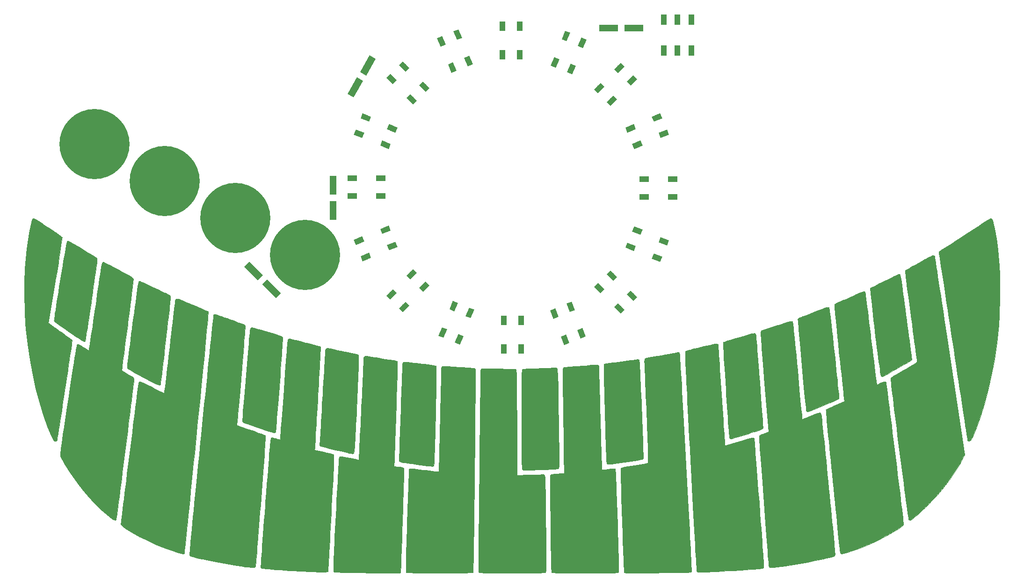
<source format=gtp>
G04 #@! TF.GenerationSoftware,KiCad,Pcbnew,(6.0.0-rc1-dev-1127-g569d4a0f6)*
G04 #@! TF.CreationDate,2018-12-11T03:09:38-08:00*
G04 #@! TF.ProjectId,Stylish-Belt-Synth - Full,5374796c-6973-4682-9d42-656c742d5379,rev?*
G04 #@! TF.SameCoordinates,Original*
G04 #@! TF.FileFunction,Paste,Top*
G04 #@! TF.FilePolarity,Positive*
%FSLAX46Y46*%
G04 Gerber Fmt 4.6, Leading zero omitted, Abs format (unit mm)*
G04 Created by KiCad (PCBNEW (6.0.0-rc1-dev-1127-g569d4a0f6)) date 12/11/2018 3:09:38 AM*
%MOMM*%
%LPD*%
G01*
G04 APERTURE LIST*
%ADD10C,0.010000*%
%ADD11R,1.270000X3.505200*%
%ADD12C,1.524000*%
%ADD13C,12.700000*%
%ADD14C,1.000000*%
%ADD15C,0.100000*%
%ADD16R,1.651000X1.000000*%
%ADD17R,1.000000X1.651000*%
%ADD18C,1.270000*%
%ADD19R,3.505200X1.270000*%
%ADD20R,1.099820X1.948180*%
G04 APERTURE END LIST*
D10*
G04 #@! TO.C,KB1*
G36*
X68304885Y-95750643D02*
X68538379Y-95879726D01*
X68873124Y-96071951D01*
X69288679Y-96314994D01*
X69764601Y-96596534D01*
X70280449Y-96904246D01*
X70815780Y-97225809D01*
X71350152Y-97548898D01*
X71863123Y-97861190D01*
X72334251Y-98150364D01*
X72743094Y-98404095D01*
X73069210Y-98610061D01*
X73292156Y-98755938D01*
X73391492Y-98829403D01*
X73393713Y-98832105D01*
X73392779Y-98930078D01*
X73368491Y-99180799D01*
X73322973Y-99569610D01*
X73258351Y-100081854D01*
X73176748Y-100702872D01*
X73080288Y-101418007D01*
X72971097Y-102212601D01*
X72851297Y-103071996D01*
X72723015Y-103981535D01*
X72588373Y-104926559D01*
X72449497Y-105892412D01*
X72308511Y-106864434D01*
X72167539Y-107827969D01*
X72028706Y-108768359D01*
X71894136Y-109670945D01*
X71765953Y-110521071D01*
X71646281Y-111304078D01*
X71537246Y-112005308D01*
X71440971Y-112610105D01*
X71359580Y-113103809D01*
X71295199Y-113471764D01*
X71249951Y-113699311D01*
X71228626Y-113770834D01*
X71072826Y-113864723D01*
X70996031Y-113876667D01*
X70887975Y-113830246D01*
X70662316Y-113699856D01*
X70340053Y-113498808D01*
X69942185Y-113240413D01*
X69489710Y-112937981D01*
X69159423Y-112712500D01*
X68361003Y-112162225D01*
X67691349Y-111699021D01*
X67139257Y-111314662D01*
X66693520Y-111000922D01*
X66342934Y-110749574D01*
X66076294Y-110552392D01*
X65882394Y-110401148D01*
X65750029Y-110287618D01*
X65667994Y-110203573D01*
X65625084Y-110140788D01*
X65613231Y-110109000D01*
X65618888Y-109995496D01*
X65650488Y-109730829D01*
X65705575Y-109330000D01*
X65781697Y-108808013D01*
X65876399Y-108179868D01*
X65987228Y-107460567D01*
X66111730Y-106665114D01*
X66247450Y-105808508D01*
X66391936Y-104905754D01*
X66542732Y-103971851D01*
X66697386Y-103021803D01*
X66853443Y-102070612D01*
X67008449Y-101133278D01*
X67159951Y-100224805D01*
X67305494Y-99360193D01*
X67442625Y-98554446D01*
X67568890Y-97822564D01*
X67681835Y-97179551D01*
X67779006Y-96640407D01*
X67857949Y-96220134D01*
X67916210Y-95933736D01*
X67951336Y-95796213D01*
X67955856Y-95787253D01*
X68104944Y-95697852D01*
X68193086Y-95697026D01*
X68304885Y-95750643D01*
X68304885Y-95750643D01*
G37*
X68304885Y-95750643D02*
X68538379Y-95879726D01*
X68873124Y-96071951D01*
X69288679Y-96314994D01*
X69764601Y-96596534D01*
X70280449Y-96904246D01*
X70815780Y-97225809D01*
X71350152Y-97548898D01*
X71863123Y-97861190D01*
X72334251Y-98150364D01*
X72743094Y-98404095D01*
X73069210Y-98610061D01*
X73292156Y-98755938D01*
X73391492Y-98829403D01*
X73393713Y-98832105D01*
X73392779Y-98930078D01*
X73368491Y-99180799D01*
X73322973Y-99569610D01*
X73258351Y-100081854D01*
X73176748Y-100702872D01*
X73080288Y-101418007D01*
X72971097Y-102212601D01*
X72851297Y-103071996D01*
X72723015Y-103981535D01*
X72588373Y-104926559D01*
X72449497Y-105892412D01*
X72308511Y-106864434D01*
X72167539Y-107827969D01*
X72028706Y-108768359D01*
X71894136Y-109670945D01*
X71765953Y-110521071D01*
X71646281Y-111304078D01*
X71537246Y-112005308D01*
X71440971Y-112610105D01*
X71359580Y-113103809D01*
X71295199Y-113471764D01*
X71249951Y-113699311D01*
X71228626Y-113770834D01*
X71072826Y-113864723D01*
X70996031Y-113876667D01*
X70887975Y-113830246D01*
X70662316Y-113699856D01*
X70340053Y-113498808D01*
X69942185Y-113240413D01*
X69489710Y-112937981D01*
X69159423Y-112712500D01*
X68361003Y-112162225D01*
X67691349Y-111699021D01*
X67139257Y-111314662D01*
X66693520Y-111000922D01*
X66342934Y-110749574D01*
X66076294Y-110552392D01*
X65882394Y-110401148D01*
X65750029Y-110287618D01*
X65667994Y-110203573D01*
X65625084Y-110140788D01*
X65613231Y-110109000D01*
X65618888Y-109995496D01*
X65650488Y-109730829D01*
X65705575Y-109330000D01*
X65781697Y-108808013D01*
X65876399Y-108179868D01*
X65987228Y-107460567D01*
X66111730Y-106665114D01*
X66247450Y-105808508D01*
X66391936Y-104905754D01*
X66542732Y-103971851D01*
X66697386Y-103021803D01*
X66853443Y-102070612D01*
X67008449Y-101133278D01*
X67159951Y-100224805D01*
X67305494Y-99360193D01*
X67442625Y-98554446D01*
X67568890Y-97822564D01*
X67681835Y-97179551D01*
X67779006Y-96640407D01*
X67857949Y-96220134D01*
X67916210Y-95933736D01*
X67951336Y-95796213D01*
X67955856Y-95787253D01*
X68104944Y-95697852D01*
X68193086Y-95697026D01*
X68304885Y-95750643D01*
G36*
X218699639Y-101792647D02*
X218747565Y-101854000D01*
X218771516Y-101959110D01*
X218815212Y-102217182D01*
X218876687Y-102613644D01*
X218953976Y-103133926D01*
X219045113Y-103763457D01*
X219148132Y-104487665D01*
X219261069Y-105291978D01*
X219381958Y-106161827D01*
X219508833Y-107082640D01*
X219639729Y-108039845D01*
X219772680Y-109018871D01*
X219905721Y-110005148D01*
X220036886Y-110984104D01*
X220164210Y-111941168D01*
X220285727Y-112861769D01*
X220399472Y-113731336D01*
X220503480Y-114535297D01*
X220595784Y-115259081D01*
X220674420Y-115888118D01*
X220737421Y-116407836D01*
X220782823Y-116803664D01*
X220808660Y-117061030D01*
X220812966Y-117165364D01*
X220812921Y-117165503D01*
X220726584Y-117254082D01*
X220518538Y-117407166D01*
X220215134Y-117607083D01*
X219842720Y-117836163D01*
X219603256Y-117976715D01*
X218859405Y-118403654D01*
X218153787Y-118804484D01*
X217500882Y-119171266D01*
X216915171Y-119496064D01*
X216411135Y-119770940D01*
X216003255Y-119987958D01*
X215706011Y-120139181D01*
X215533885Y-120216670D01*
X215500694Y-120225370D01*
X215333964Y-120181243D01*
X215276557Y-120150935D01*
X215245740Y-120055433D01*
X215197920Y-119805987D01*
X215134831Y-119416873D01*
X215058208Y-118902364D01*
X214969786Y-118276736D01*
X214871300Y-117554262D01*
X214764484Y-116749218D01*
X214651073Y-115875878D01*
X214532801Y-114948516D01*
X214411403Y-113981408D01*
X214288615Y-112988828D01*
X214166169Y-111985050D01*
X214045803Y-110984350D01*
X213929248Y-110001001D01*
X213818242Y-109049279D01*
X213714517Y-108143457D01*
X213619810Y-107297812D01*
X213535854Y-106526616D01*
X213464384Y-105844145D01*
X213407135Y-105264674D01*
X213365842Y-104802476D01*
X213342239Y-104471828D01*
X213338061Y-104287002D01*
X213344590Y-104252756D01*
X213455991Y-104179419D01*
X213694757Y-104046492D01*
X214039051Y-103864694D01*
X214467036Y-103644744D01*
X214956875Y-103397360D01*
X215486731Y-103133262D01*
X216034768Y-102863168D01*
X216579147Y-102597798D01*
X217098033Y-102347870D01*
X217569589Y-102124103D01*
X217971976Y-101937217D01*
X218283359Y-101797930D01*
X218481901Y-101716961D01*
X218543326Y-101700890D01*
X218699639Y-101792647D01*
X218699639Y-101792647D01*
G37*
X218699639Y-101792647D02*
X218747565Y-101854000D01*
X218771516Y-101959110D01*
X218815212Y-102217182D01*
X218876687Y-102613644D01*
X218953976Y-103133926D01*
X219045113Y-103763457D01*
X219148132Y-104487665D01*
X219261069Y-105291978D01*
X219381958Y-106161827D01*
X219508833Y-107082640D01*
X219639729Y-108039845D01*
X219772680Y-109018871D01*
X219905721Y-110005148D01*
X220036886Y-110984104D01*
X220164210Y-111941168D01*
X220285727Y-112861769D01*
X220399472Y-113731336D01*
X220503480Y-114535297D01*
X220595784Y-115259081D01*
X220674420Y-115888118D01*
X220737421Y-116407836D01*
X220782823Y-116803664D01*
X220808660Y-117061030D01*
X220812966Y-117165364D01*
X220812921Y-117165503D01*
X220726584Y-117254082D01*
X220518538Y-117407166D01*
X220215134Y-117607083D01*
X219842720Y-117836163D01*
X219603256Y-117976715D01*
X218859405Y-118403654D01*
X218153787Y-118804484D01*
X217500882Y-119171266D01*
X216915171Y-119496064D01*
X216411135Y-119770940D01*
X216003255Y-119987958D01*
X215706011Y-120139181D01*
X215533885Y-120216670D01*
X215500694Y-120225370D01*
X215333964Y-120181243D01*
X215276557Y-120150935D01*
X215245740Y-120055433D01*
X215197920Y-119805987D01*
X215134831Y-119416873D01*
X215058208Y-118902364D01*
X214969786Y-118276736D01*
X214871300Y-117554262D01*
X214764484Y-116749218D01*
X214651073Y-115875878D01*
X214532801Y-114948516D01*
X214411403Y-113981408D01*
X214288615Y-112988828D01*
X214166169Y-111985050D01*
X214045803Y-110984350D01*
X213929248Y-110001001D01*
X213818242Y-109049279D01*
X213714517Y-108143457D01*
X213619810Y-107297812D01*
X213535854Y-106526616D01*
X213464384Y-105844145D01*
X213407135Y-105264674D01*
X213365842Y-104802476D01*
X213342239Y-104471828D01*
X213338061Y-104287002D01*
X213344590Y-104252756D01*
X213455991Y-104179419D01*
X213694757Y-104046492D01*
X214039051Y-103864694D01*
X214467036Y-103644744D01*
X214956875Y-103397360D01*
X215486731Y-103133262D01*
X216034768Y-102863168D01*
X216579147Y-102597798D01*
X217098033Y-102347870D01*
X217569589Y-102124103D01*
X217971976Y-101937217D01*
X218283359Y-101797930D01*
X218481901Y-101716961D01*
X218543326Y-101700890D01*
X218699639Y-101792647D01*
G36*
X81209635Y-102990282D02*
X81441698Y-103090426D01*
X81782034Y-103245043D01*
X82208769Y-103444079D01*
X82700026Y-103677480D01*
X83108187Y-103874138D01*
X83679660Y-104149823D01*
X84245136Y-104420283D01*
X84772510Y-104670336D01*
X85229682Y-104884801D01*
X85584547Y-105048497D01*
X85725000Y-105111617D01*
X86059888Y-105267566D01*
X86346466Y-105415512D01*
X86540641Y-105532087D01*
X86586019Y-105567979D01*
X86608897Y-105599432D01*
X86626305Y-105651023D01*
X86637272Y-105732857D01*
X86640829Y-105855041D01*
X86636004Y-106027681D01*
X86621827Y-106260883D01*
X86597327Y-106564754D01*
X86561533Y-106949399D01*
X86513476Y-107424924D01*
X86452184Y-108001437D01*
X86376687Y-108689042D01*
X86286013Y-109497847D01*
X86179194Y-110437956D01*
X86055258Y-111519477D01*
X85913234Y-112752516D01*
X85810887Y-113638917D01*
X85678509Y-114780663D01*
X85550710Y-115875061D01*
X85428917Y-116910338D01*
X85314555Y-117874722D01*
X85209051Y-118756441D01*
X85113832Y-119543721D01*
X85030322Y-120224791D01*
X84959949Y-120787877D01*
X84904138Y-121221208D01*
X84864316Y-121513011D01*
X84841909Y-121651513D01*
X84839039Y-121661084D01*
X84761110Y-121726169D01*
X84627819Y-121739462D01*
X84424660Y-121695396D01*
X84137127Y-121588401D01*
X83750715Y-121412909D01*
X83250918Y-121163353D01*
X82623231Y-120834162D01*
X82465334Y-120749857D01*
X81514964Y-120239123D01*
X80705253Y-119799658D01*
X80037933Y-119432433D01*
X79514737Y-119138419D01*
X79137396Y-118918589D01*
X78907643Y-118773915D01*
X78829165Y-118709945D01*
X78830701Y-118612659D01*
X78853587Y-118362002D01*
X78895920Y-117972329D01*
X78955795Y-117457998D01*
X79031311Y-116833366D01*
X79120562Y-116112789D01*
X79221647Y-115310625D01*
X79332661Y-114441231D01*
X79451702Y-113518963D01*
X79576865Y-112558179D01*
X79706247Y-111573235D01*
X79837945Y-110578488D01*
X79970056Y-109588295D01*
X80100676Y-108617014D01*
X80227902Y-107679001D01*
X80349830Y-106788614D01*
X80464557Y-105960208D01*
X80570179Y-105208142D01*
X80664794Y-104546771D01*
X80746497Y-103990454D01*
X80813386Y-103553547D01*
X80863556Y-103250406D01*
X80895106Y-103095389D01*
X80901515Y-103078637D01*
X81038383Y-102973100D01*
X81107721Y-102954667D01*
X81209635Y-102990282D01*
X81209635Y-102990282D01*
G37*
X81209635Y-102990282D02*
X81441698Y-103090426D01*
X81782034Y-103245043D01*
X82208769Y-103444079D01*
X82700026Y-103677480D01*
X83108187Y-103874138D01*
X83679660Y-104149823D01*
X84245136Y-104420283D01*
X84772510Y-104670336D01*
X85229682Y-104884801D01*
X85584547Y-105048497D01*
X85725000Y-105111617D01*
X86059888Y-105267566D01*
X86346466Y-105415512D01*
X86540641Y-105532087D01*
X86586019Y-105567979D01*
X86608897Y-105599432D01*
X86626305Y-105651023D01*
X86637272Y-105732857D01*
X86640829Y-105855041D01*
X86636004Y-106027681D01*
X86621827Y-106260883D01*
X86597327Y-106564754D01*
X86561533Y-106949399D01*
X86513476Y-107424924D01*
X86452184Y-108001437D01*
X86376687Y-108689042D01*
X86286013Y-109497847D01*
X86179194Y-110437956D01*
X86055258Y-111519477D01*
X85913234Y-112752516D01*
X85810887Y-113638917D01*
X85678509Y-114780663D01*
X85550710Y-115875061D01*
X85428917Y-116910338D01*
X85314555Y-117874722D01*
X85209051Y-118756441D01*
X85113832Y-119543721D01*
X85030322Y-120224791D01*
X84959949Y-120787877D01*
X84904138Y-121221208D01*
X84864316Y-121513011D01*
X84841909Y-121651513D01*
X84839039Y-121661084D01*
X84761110Y-121726169D01*
X84627819Y-121739462D01*
X84424660Y-121695396D01*
X84137127Y-121588401D01*
X83750715Y-121412909D01*
X83250918Y-121163353D01*
X82623231Y-120834162D01*
X82465334Y-120749857D01*
X81514964Y-120239123D01*
X80705253Y-119799658D01*
X80037933Y-119432433D01*
X79514737Y-119138419D01*
X79137396Y-118918589D01*
X78907643Y-118773915D01*
X78829165Y-118709945D01*
X78830701Y-118612659D01*
X78853587Y-118362002D01*
X78895920Y-117972329D01*
X78955795Y-117457998D01*
X79031311Y-116833366D01*
X79120562Y-116112789D01*
X79221647Y-115310625D01*
X79332661Y-114441231D01*
X79451702Y-113518963D01*
X79576865Y-112558179D01*
X79706247Y-111573235D01*
X79837945Y-110578488D01*
X79970056Y-109588295D01*
X80100676Y-108617014D01*
X80227902Y-107679001D01*
X80349830Y-106788614D01*
X80464557Y-105960208D01*
X80570179Y-105208142D01*
X80664794Y-104546771D01*
X80746497Y-103990454D01*
X80813386Y-103553547D01*
X80863556Y-103250406D01*
X80895106Y-103095389D01*
X80901515Y-103078637D01*
X81038383Y-102973100D01*
X81107721Y-102954667D01*
X81209635Y-102990282D01*
G36*
X205792625Y-107682829D02*
X205832949Y-107710330D01*
X205859814Y-107773761D01*
X205893429Y-107921562D01*
X205934726Y-108161397D01*
X205984633Y-108500929D01*
X206044082Y-108947822D01*
X206114002Y-109509740D01*
X206195325Y-110194346D01*
X206288980Y-111009303D01*
X206395899Y-111962274D01*
X206517010Y-113060925D01*
X206653245Y-114312917D01*
X206801618Y-115689440D01*
X206923958Y-116832232D01*
X207040972Y-117932138D01*
X207151389Y-118976822D01*
X207253938Y-119953947D01*
X207347348Y-120851178D01*
X207430349Y-121656179D01*
X207501670Y-122356612D01*
X207560040Y-122940143D01*
X207604188Y-123394435D01*
X207632844Y-123707151D01*
X207644737Y-123865956D01*
X207645000Y-123876769D01*
X207645000Y-124210275D01*
X206988834Y-124511604D01*
X206424805Y-124767224D01*
X205820541Y-125035127D01*
X205196996Y-125306588D01*
X204575126Y-125572882D01*
X203975886Y-125825285D01*
X203420232Y-126055072D01*
X202929118Y-126253518D01*
X202523501Y-126411899D01*
X202224335Y-126521489D01*
X202052577Y-126573564D01*
X202028910Y-126576667D01*
X201849793Y-126552057D01*
X201769643Y-126506525D01*
X201753947Y-126410933D01*
X201724516Y-126160643D01*
X201682643Y-125769623D01*
X201629622Y-125251839D01*
X201566747Y-124621259D01*
X201495310Y-123891849D01*
X201416605Y-123077577D01*
X201331926Y-122192410D01*
X201242567Y-121250315D01*
X201149820Y-120265260D01*
X201054979Y-119251211D01*
X200959339Y-118222136D01*
X200864191Y-117192001D01*
X200770830Y-116174775D01*
X200680550Y-115184423D01*
X200594643Y-114234914D01*
X200514404Y-113340214D01*
X200441125Y-112514291D01*
X200376101Y-111771112D01*
X200320625Y-111124643D01*
X200275989Y-110588853D01*
X200243489Y-110177707D01*
X200224417Y-109905174D01*
X200220066Y-109785221D01*
X200220725Y-109781347D01*
X200315143Y-109703016D01*
X200528079Y-109592340D01*
X200817439Y-109470623D01*
X200884253Y-109445551D01*
X201135459Y-109351567D01*
X201515044Y-109207338D01*
X201993626Y-109024137D01*
X202541820Y-108813236D01*
X203130242Y-108585908D01*
X203607165Y-108400971D01*
X204244848Y-108154510D01*
X204743625Y-107965442D01*
X205121745Y-107828106D01*
X205397456Y-107736839D01*
X205589007Y-107685979D01*
X205714647Y-107669863D01*
X205792625Y-107682829D01*
X205792625Y-107682829D01*
G37*
X205792625Y-107682829D02*
X205832949Y-107710330D01*
X205859814Y-107773761D01*
X205893429Y-107921562D01*
X205934726Y-108161397D01*
X205984633Y-108500929D01*
X206044082Y-108947822D01*
X206114002Y-109509740D01*
X206195325Y-110194346D01*
X206288980Y-111009303D01*
X206395899Y-111962274D01*
X206517010Y-113060925D01*
X206653245Y-114312917D01*
X206801618Y-115689440D01*
X206923958Y-116832232D01*
X207040972Y-117932138D01*
X207151389Y-118976822D01*
X207253938Y-119953947D01*
X207347348Y-120851178D01*
X207430349Y-121656179D01*
X207501670Y-122356612D01*
X207560040Y-122940143D01*
X207604188Y-123394435D01*
X207632844Y-123707151D01*
X207644737Y-123865956D01*
X207645000Y-123876769D01*
X207645000Y-124210275D01*
X206988834Y-124511604D01*
X206424805Y-124767224D01*
X205820541Y-125035127D01*
X205196996Y-125306588D01*
X204575126Y-125572882D01*
X203975886Y-125825285D01*
X203420232Y-126055072D01*
X202929118Y-126253518D01*
X202523501Y-126411899D01*
X202224335Y-126521489D01*
X202052577Y-126573564D01*
X202028910Y-126576667D01*
X201849793Y-126552057D01*
X201769643Y-126506525D01*
X201753947Y-126410933D01*
X201724516Y-126160643D01*
X201682643Y-125769623D01*
X201629622Y-125251839D01*
X201566747Y-124621259D01*
X201495310Y-123891849D01*
X201416605Y-123077577D01*
X201331926Y-122192410D01*
X201242567Y-121250315D01*
X201149820Y-120265260D01*
X201054979Y-119251211D01*
X200959339Y-118222136D01*
X200864191Y-117192001D01*
X200770830Y-116174775D01*
X200680550Y-115184423D01*
X200594643Y-114234914D01*
X200514404Y-113340214D01*
X200441125Y-112514291D01*
X200376101Y-111771112D01*
X200320625Y-111124643D01*
X200275989Y-110588853D01*
X200243489Y-110177707D01*
X200224417Y-109905174D01*
X200220066Y-109785221D01*
X200220725Y-109781347D01*
X200315143Y-109703016D01*
X200528079Y-109592340D01*
X200817439Y-109470623D01*
X200884253Y-109445551D01*
X201135459Y-109351567D01*
X201515044Y-109207338D01*
X201993626Y-109024137D01*
X202541820Y-108813236D01*
X203130242Y-108585908D01*
X203607165Y-108400971D01*
X204244848Y-108154510D01*
X204743625Y-107965442D01*
X205121745Y-107828106D01*
X205397456Y-107736839D01*
X205589007Y-107685979D01*
X205714647Y-107669863D01*
X205792625Y-107682829D01*
G36*
X101472354Y-111372521D02*
X101720212Y-111434257D01*
X102082501Y-111531907D01*
X102535523Y-111658498D01*
X103055581Y-111807056D01*
X103618977Y-111970607D01*
X104202015Y-112142178D01*
X104780995Y-112314795D01*
X105332221Y-112481485D01*
X105831995Y-112635274D01*
X106256620Y-112769189D01*
X106582397Y-112876256D01*
X106785631Y-112949502D01*
X106785834Y-112949583D01*
X106941957Y-113083452D01*
X106977746Y-113261018D01*
X106972030Y-113435898D01*
X106954424Y-113758692D01*
X106925977Y-114215565D01*
X106887741Y-114792684D01*
X106840765Y-115476213D01*
X106786100Y-116252318D01*
X106724796Y-117107163D01*
X106657904Y-118026915D01*
X106586474Y-118997739D01*
X106511556Y-120005799D01*
X106434202Y-121037261D01*
X106355460Y-122078291D01*
X106276382Y-123115054D01*
X106198018Y-124133714D01*
X106121418Y-125120438D01*
X106047633Y-126061390D01*
X105977713Y-126942737D01*
X105912709Y-127750642D01*
X105853670Y-128471272D01*
X105801648Y-129090792D01*
X105757692Y-129595367D01*
X105722853Y-129971163D01*
X105698182Y-130204344D01*
X105685542Y-130280834D01*
X105619229Y-130336935D01*
X105518735Y-130365136D01*
X105366998Y-130361331D01*
X105146955Y-130321417D01*
X104841544Y-130241292D01*
X104433701Y-130116850D01*
X103906363Y-129943990D01*
X103242469Y-129718606D01*
X102997000Y-129634239D01*
X102192696Y-129356852D01*
X101533755Y-129128343D01*
X101005263Y-128942959D01*
X100592305Y-128794947D01*
X100279967Y-128678551D01*
X100053333Y-128588018D01*
X99897489Y-128517593D01*
X99797521Y-128461524D01*
X99738514Y-128414054D01*
X99705553Y-128369431D01*
X99702171Y-128363088D01*
X99699728Y-128262007D01*
X99711289Y-128006240D01*
X99735674Y-127609752D01*
X99771707Y-127086510D01*
X99818207Y-126450479D01*
X99873997Y-125715624D01*
X99937897Y-124895911D01*
X100008730Y-124005306D01*
X100085316Y-123057773D01*
X100166477Y-122067279D01*
X100251035Y-121047789D01*
X100337810Y-120013269D01*
X100425624Y-118977684D01*
X100513300Y-117954999D01*
X100599657Y-116959181D01*
X100683517Y-116004194D01*
X100763703Y-115104004D01*
X100839034Y-114272578D01*
X100908334Y-113523880D01*
X100970422Y-112871875D01*
X101024121Y-112330530D01*
X101068252Y-111913810D01*
X101101636Y-111635681D01*
X101123095Y-111510108D01*
X101124787Y-111506000D01*
X101260659Y-111387524D01*
X101362624Y-111353673D01*
X101472354Y-111372521D01*
X101472354Y-111372521D01*
G37*
X101472354Y-111372521D02*
X101720212Y-111434257D01*
X102082501Y-111531907D01*
X102535523Y-111658498D01*
X103055581Y-111807056D01*
X103618977Y-111970607D01*
X104202015Y-112142178D01*
X104780995Y-112314795D01*
X105332221Y-112481485D01*
X105831995Y-112635274D01*
X106256620Y-112769189D01*
X106582397Y-112876256D01*
X106785631Y-112949502D01*
X106785834Y-112949583D01*
X106941957Y-113083452D01*
X106977746Y-113261018D01*
X106972030Y-113435898D01*
X106954424Y-113758692D01*
X106925977Y-114215565D01*
X106887741Y-114792684D01*
X106840765Y-115476213D01*
X106786100Y-116252318D01*
X106724796Y-117107163D01*
X106657904Y-118026915D01*
X106586474Y-118997739D01*
X106511556Y-120005799D01*
X106434202Y-121037261D01*
X106355460Y-122078291D01*
X106276382Y-123115054D01*
X106198018Y-124133714D01*
X106121418Y-125120438D01*
X106047633Y-126061390D01*
X105977713Y-126942737D01*
X105912709Y-127750642D01*
X105853670Y-128471272D01*
X105801648Y-129090792D01*
X105757692Y-129595367D01*
X105722853Y-129971163D01*
X105698182Y-130204344D01*
X105685542Y-130280834D01*
X105619229Y-130336935D01*
X105518735Y-130365136D01*
X105366998Y-130361331D01*
X105146955Y-130321417D01*
X104841544Y-130241292D01*
X104433701Y-130116850D01*
X103906363Y-129943990D01*
X103242469Y-129718606D01*
X102997000Y-129634239D01*
X102192696Y-129356852D01*
X101533755Y-129128343D01*
X101005263Y-128942959D01*
X100592305Y-128794947D01*
X100279967Y-128678551D01*
X100053333Y-128588018D01*
X99897489Y-128517593D01*
X99797521Y-128461524D01*
X99738514Y-128414054D01*
X99705553Y-128369431D01*
X99702171Y-128363088D01*
X99699728Y-128262007D01*
X99711289Y-128006240D01*
X99735674Y-127609752D01*
X99771707Y-127086510D01*
X99818207Y-126450479D01*
X99873997Y-125715624D01*
X99937897Y-124895911D01*
X100008730Y-124005306D01*
X100085316Y-123057773D01*
X100166477Y-122067279D01*
X100251035Y-121047789D01*
X100337810Y-120013269D01*
X100425624Y-118977684D01*
X100513300Y-117954999D01*
X100599657Y-116959181D01*
X100683517Y-116004194D01*
X100763703Y-115104004D01*
X100839034Y-114272578D01*
X100908334Y-113523880D01*
X100970422Y-112871875D01*
X101024121Y-112330530D01*
X101068252Y-111913810D01*
X101101636Y-111635681D01*
X101123095Y-111510108D01*
X101124787Y-111506000D01*
X101260659Y-111387524D01*
X101362624Y-111353673D01*
X101472354Y-111372521D01*
G36*
X192411227Y-112396976D02*
X192558793Y-112514871D01*
X192613122Y-112633477D01*
X192625166Y-112742433D01*
X192649428Y-113008491D01*
X192684950Y-113419931D01*
X192730778Y-113965035D01*
X192785954Y-114632084D01*
X192849524Y-115409358D01*
X192920530Y-116285141D01*
X192998017Y-117247711D01*
X193081028Y-118285351D01*
X193168608Y-119386342D01*
X193259799Y-120538965D01*
X193307408Y-121143139D01*
X193428055Y-122686178D01*
X193534115Y-124064013D01*
X193625823Y-125280122D01*
X193703414Y-126337985D01*
X193767121Y-127241080D01*
X193817180Y-127992888D01*
X193853824Y-128596886D01*
X193877288Y-129056555D01*
X193887806Y-129375372D01*
X193885613Y-129556817D01*
X193877327Y-129602992D01*
X193746520Y-129715898D01*
X193526555Y-129829630D01*
X193458404Y-129855777D01*
X193143968Y-129962869D01*
X192727081Y-130099187D01*
X192231348Y-130257534D01*
X191680373Y-130430714D01*
X191097763Y-130611529D01*
X190507121Y-130792784D01*
X189932053Y-130967282D01*
X189396164Y-131127826D01*
X188923059Y-131267219D01*
X188536344Y-131378265D01*
X188259623Y-131453768D01*
X188116502Y-131486531D01*
X188106837Y-131487334D01*
X187914066Y-131411420D01*
X187838314Y-131296834D01*
X187822321Y-131187245D01*
X187796393Y-130920280D01*
X187761374Y-130507552D01*
X187718108Y-129960673D01*
X187667441Y-129291257D01*
X187610217Y-128510918D01*
X187547280Y-127631269D01*
X187479475Y-126663922D01*
X187407647Y-125620491D01*
X187332640Y-124512589D01*
X187255298Y-123351830D01*
X187205822Y-122599665D01*
X187112258Y-121164175D01*
X187030045Y-119889056D01*
X186958736Y-118765757D01*
X186897883Y-117785729D01*
X186847040Y-116940421D01*
X186805758Y-116221281D01*
X186773591Y-115619761D01*
X186750091Y-115127308D01*
X186734810Y-114735373D01*
X186727301Y-114435405D01*
X186727118Y-114218854D01*
X186733811Y-114077168D01*
X186746935Y-114001798D01*
X186755167Y-113986881D01*
X186867220Y-113932105D01*
X187115661Y-113843077D01*
X187473096Y-113728557D01*
X187912133Y-113597308D01*
X188405380Y-113458091D01*
X188426641Y-113452264D01*
X189020254Y-113287984D01*
X189655006Y-113109297D01*
X190274957Y-112932145D01*
X190824167Y-112772472D01*
X191120257Y-112684547D01*
X191543290Y-112564334D01*
X191918669Y-112470594D01*
X192211732Y-112411049D01*
X192387819Y-112393418D01*
X192411227Y-112396976D01*
X192411227Y-112396976D01*
G37*
X192411227Y-112396976D02*
X192558793Y-112514871D01*
X192613122Y-112633477D01*
X192625166Y-112742433D01*
X192649428Y-113008491D01*
X192684950Y-113419931D01*
X192730778Y-113965035D01*
X192785954Y-114632084D01*
X192849524Y-115409358D01*
X192920530Y-116285141D01*
X192998017Y-117247711D01*
X193081028Y-118285351D01*
X193168608Y-119386342D01*
X193259799Y-120538965D01*
X193307408Y-121143139D01*
X193428055Y-122686178D01*
X193534115Y-124064013D01*
X193625823Y-125280122D01*
X193703414Y-126337985D01*
X193767121Y-127241080D01*
X193817180Y-127992888D01*
X193853824Y-128596886D01*
X193877288Y-129056555D01*
X193887806Y-129375372D01*
X193885613Y-129556817D01*
X193877327Y-129602992D01*
X193746520Y-129715898D01*
X193526555Y-129829630D01*
X193458404Y-129855777D01*
X193143968Y-129962869D01*
X192727081Y-130099187D01*
X192231348Y-130257534D01*
X191680373Y-130430714D01*
X191097763Y-130611529D01*
X190507121Y-130792784D01*
X189932053Y-130967282D01*
X189396164Y-131127826D01*
X188923059Y-131267219D01*
X188536344Y-131378265D01*
X188259623Y-131453768D01*
X188116502Y-131486531D01*
X188106837Y-131487334D01*
X187914066Y-131411420D01*
X187838314Y-131296834D01*
X187822321Y-131187245D01*
X187796393Y-130920280D01*
X187761374Y-130507552D01*
X187718108Y-129960673D01*
X187667441Y-129291257D01*
X187610217Y-128510918D01*
X187547280Y-127631269D01*
X187479475Y-126663922D01*
X187407647Y-125620491D01*
X187332640Y-124512589D01*
X187255298Y-123351830D01*
X187205822Y-122599665D01*
X187112258Y-121164175D01*
X187030045Y-119889056D01*
X186958736Y-118765757D01*
X186897883Y-117785729D01*
X186847040Y-116940421D01*
X186805758Y-116221281D01*
X186773591Y-115619761D01*
X186750091Y-115127308D01*
X186734810Y-114735373D01*
X186727301Y-114435405D01*
X186727118Y-114218854D01*
X186733811Y-114077168D01*
X186746935Y-114001798D01*
X186755167Y-113986881D01*
X186867220Y-113932105D01*
X187115661Y-113843077D01*
X187473096Y-113728557D01*
X187912133Y-113597308D01*
X188405380Y-113458091D01*
X188426641Y-113452264D01*
X189020254Y-113287984D01*
X189655006Y-113109297D01*
X190274957Y-112932145D01*
X190824167Y-112772472D01*
X191120257Y-112684547D01*
X191543290Y-112564334D01*
X191918669Y-112470594D01*
X192211732Y-112411049D01*
X192387819Y-112393418D01*
X192411227Y-112396976D01*
G36*
X235178903Y-91624106D02*
X235272166Y-91653083D01*
X235352968Y-91724683D01*
X235428399Y-91859256D01*
X235505554Y-92077152D01*
X235591526Y-92398720D01*
X235693406Y-92844311D01*
X235818289Y-93434275D01*
X235830684Y-93494108D01*
X236156881Y-95285511D01*
X236423759Y-97214496D01*
X236628440Y-99258992D01*
X236691602Y-100094731D01*
X236719412Y-100633369D01*
X236739927Y-101315375D01*
X236753448Y-102114953D01*
X236760275Y-103006309D01*
X236760708Y-103963647D01*
X236755048Y-104961172D01*
X236743593Y-105973089D01*
X236726646Y-106973603D01*
X236704504Y-107936918D01*
X236677470Y-108837239D01*
X236645843Y-109648772D01*
X236609923Y-110345720D01*
X236570010Y-110902289D01*
X236565221Y-110955667D01*
X236224661Y-114105320D01*
X235796116Y-117112094D01*
X235279664Y-119975655D01*
X234675379Y-122695670D01*
X233983338Y-125271804D01*
X233203617Y-127703723D01*
X232336292Y-129991092D01*
X232099058Y-130556000D01*
X231927662Y-130947937D01*
X231768549Y-131297684D01*
X231639341Y-131567388D01*
X231557663Y-131719199D01*
X231557032Y-131720167D01*
X231398179Y-131856727D01*
X231195699Y-131910745D01*
X231019137Y-131870955D01*
X230964580Y-131816152D01*
X230947656Y-131726722D01*
X230906900Y-131479466D01*
X230843774Y-131083989D01*
X230759740Y-130549898D01*
X230656262Y-129886801D01*
X230534801Y-129104302D01*
X230396821Y-128212010D01*
X230243784Y-127219530D01*
X230077152Y-126136469D01*
X229898388Y-124972433D01*
X229708955Y-123737030D01*
X229510315Y-122439865D01*
X229303931Y-121090546D01*
X229091265Y-119698678D01*
X228873779Y-118273869D01*
X228652937Y-116825724D01*
X228430201Y-115363851D01*
X228207033Y-113897856D01*
X227984896Y-112437345D01*
X227765253Y-110991925D01*
X227549565Y-109571203D01*
X227339297Y-108184786D01*
X227135909Y-106842278D01*
X226940865Y-105553289D01*
X226755628Y-104327422D01*
X226581659Y-103174287D01*
X226420422Y-102103488D01*
X226273378Y-101124633D01*
X226141991Y-100247327D01*
X226027723Y-99481179D01*
X225932037Y-98835793D01*
X225856394Y-98320777D01*
X225802259Y-97945738D01*
X225771092Y-97720281D01*
X225763667Y-97654701D01*
X225832073Y-97568640D01*
X226016593Y-97421977D01*
X226286182Y-97237882D01*
X226504500Y-97101789D01*
X227211643Y-96670300D01*
X228027574Y-96161845D01*
X228921905Y-95595920D01*
X229864253Y-94992020D01*
X230824232Y-94369642D01*
X231771456Y-93748281D01*
X232675540Y-93147433D01*
X232850639Y-93030008D01*
X233534229Y-92574694D01*
X234088807Y-92214156D01*
X234522321Y-91943594D01*
X234842722Y-91758208D01*
X235057959Y-91653198D01*
X235175980Y-91623763D01*
X235178903Y-91624106D01*
X235178903Y-91624106D01*
G37*
X235178903Y-91624106D02*
X235272166Y-91653083D01*
X235352968Y-91724683D01*
X235428399Y-91859256D01*
X235505554Y-92077152D01*
X235591526Y-92398720D01*
X235693406Y-92844311D01*
X235818289Y-93434275D01*
X235830684Y-93494108D01*
X236156881Y-95285511D01*
X236423759Y-97214496D01*
X236628440Y-99258992D01*
X236691602Y-100094731D01*
X236719412Y-100633369D01*
X236739927Y-101315375D01*
X236753448Y-102114953D01*
X236760275Y-103006309D01*
X236760708Y-103963647D01*
X236755048Y-104961172D01*
X236743593Y-105973089D01*
X236726646Y-106973603D01*
X236704504Y-107936918D01*
X236677470Y-108837239D01*
X236645843Y-109648772D01*
X236609923Y-110345720D01*
X236570010Y-110902289D01*
X236565221Y-110955667D01*
X236224661Y-114105320D01*
X235796116Y-117112094D01*
X235279664Y-119975655D01*
X234675379Y-122695670D01*
X233983338Y-125271804D01*
X233203617Y-127703723D01*
X232336292Y-129991092D01*
X232099058Y-130556000D01*
X231927662Y-130947937D01*
X231768549Y-131297684D01*
X231639341Y-131567388D01*
X231557663Y-131719199D01*
X231557032Y-131720167D01*
X231398179Y-131856727D01*
X231195699Y-131910745D01*
X231019137Y-131870955D01*
X230964580Y-131816152D01*
X230947656Y-131726722D01*
X230906900Y-131479466D01*
X230843774Y-131083989D01*
X230759740Y-130549898D01*
X230656262Y-129886801D01*
X230534801Y-129104302D01*
X230396821Y-128212010D01*
X230243784Y-127219530D01*
X230077152Y-126136469D01*
X229898388Y-124972433D01*
X229708955Y-123737030D01*
X229510315Y-122439865D01*
X229303931Y-121090546D01*
X229091265Y-119698678D01*
X228873779Y-118273869D01*
X228652937Y-116825724D01*
X228430201Y-115363851D01*
X228207033Y-113897856D01*
X227984896Y-112437345D01*
X227765253Y-110991925D01*
X227549565Y-109571203D01*
X227339297Y-108184786D01*
X227135909Y-106842278D01*
X226940865Y-105553289D01*
X226755628Y-104327422D01*
X226581659Y-103174287D01*
X226420422Y-102103488D01*
X226273378Y-101124633D01*
X226141991Y-100247327D01*
X226027723Y-99481179D01*
X225932037Y-98835793D01*
X225856394Y-98320777D01*
X225802259Y-97945738D01*
X225771092Y-97720281D01*
X225763667Y-97654701D01*
X225832073Y-97568640D01*
X226016593Y-97421977D01*
X226286182Y-97237882D01*
X226504500Y-97101789D01*
X227211643Y-96670300D01*
X228027574Y-96161845D01*
X228921905Y-95595920D01*
X229864253Y-94992020D01*
X230824232Y-94369642D01*
X231771456Y-93748281D01*
X232675540Y-93147433D01*
X232850639Y-93030008D01*
X233534229Y-92574694D01*
X234088807Y-92214156D01*
X234522321Y-91943594D01*
X234842722Y-91758208D01*
X235057959Y-91653198D01*
X235175980Y-91623763D01*
X235178903Y-91624106D01*
G36*
X62017587Y-91644607D02*
X62254264Y-91747101D01*
X62575675Y-91930200D01*
X62997669Y-92199597D01*
X63536098Y-92560986D01*
X63724483Y-92689409D01*
X64246313Y-93044241D01*
X64782319Y-93405720D01*
X65295794Y-93749303D01*
X65750034Y-94050448D01*
X66108333Y-94284613D01*
X66161225Y-94318667D01*
X66542949Y-94575881D01*
X66833184Y-94796608D01*
X67010789Y-94963854D01*
X67056434Y-95038334D01*
X67048556Y-95145038D01*
X67014978Y-95406793D01*
X66957560Y-95811575D01*
X66878164Y-96347359D01*
X66778650Y-97002121D01*
X66660879Y-97763837D01*
X66526710Y-98620482D01*
X66378004Y-99560032D01*
X66216622Y-100570462D01*
X66044424Y-101639749D01*
X65863272Y-102755867D01*
X65844669Y-102870000D01*
X64595287Y-110532334D01*
X65571644Y-111239105D01*
X66008315Y-111552734D01*
X66527267Y-111921618D01*
X67071160Y-112305206D01*
X67582653Y-112662946D01*
X67712167Y-112752897D01*
X68190946Y-113093873D01*
X68549596Y-113369051D01*
X68780093Y-113571847D01*
X68874415Y-113695682D01*
X68876334Y-113707908D01*
X68863869Y-113817369D01*
X68827819Y-114079527D01*
X68770195Y-114481156D01*
X68693011Y-115009029D01*
X68598279Y-115649920D01*
X68488013Y-116390604D01*
X68364226Y-117217852D01*
X68228930Y-118118440D01*
X68084138Y-119079140D01*
X67931864Y-120086728D01*
X67774121Y-121127975D01*
X67612921Y-122189656D01*
X67450277Y-123258545D01*
X67288203Y-124321415D01*
X67128711Y-125365040D01*
X66973815Y-126376193D01*
X66825526Y-127341649D01*
X66685859Y-128248181D01*
X66556827Y-129082562D01*
X66440441Y-129831567D01*
X66338716Y-130481969D01*
X66253664Y-131020541D01*
X66187299Y-131434058D01*
X66141632Y-131709293D01*
X66118678Y-131833020D01*
X66116955Y-131838478D01*
X66008658Y-131890188D01*
X65821199Y-131910667D01*
X65692750Y-131898045D01*
X65591261Y-131839758D01*
X65490921Y-131705177D01*
X65365917Y-131463669D01*
X65268247Y-131254500D01*
X64417892Y-129254647D01*
X63637642Y-127107527D01*
X62929296Y-124820818D01*
X62294651Y-122402196D01*
X61735504Y-119859338D01*
X61253653Y-117199923D01*
X60850895Y-114431627D01*
X60529028Y-111562127D01*
X60446483Y-110659334D01*
X60400345Y-110016781D01*
X60359751Y-109234999D01*
X60325092Y-108344012D01*
X60296760Y-107373845D01*
X60275147Y-106354522D01*
X60260644Y-105316069D01*
X60253643Y-104288511D01*
X60254536Y-103301873D01*
X60263714Y-102386179D01*
X60281569Y-101571454D01*
X60308493Y-100887724D01*
X60317022Y-100735199D01*
X60457023Y-98876816D01*
X60647704Y-97086988D01*
X60885795Y-95388137D01*
X61168027Y-93802689D01*
X61491132Y-92353068D01*
X61601205Y-91926834D01*
X61657453Y-91763832D01*
X61735032Y-91658665D01*
X61849793Y-91617026D01*
X62017587Y-91644607D01*
X62017587Y-91644607D01*
G37*
X62017587Y-91644607D02*
X62254264Y-91747101D01*
X62575675Y-91930200D01*
X62997669Y-92199597D01*
X63536098Y-92560986D01*
X63724483Y-92689409D01*
X64246313Y-93044241D01*
X64782319Y-93405720D01*
X65295794Y-93749303D01*
X65750034Y-94050448D01*
X66108333Y-94284613D01*
X66161225Y-94318667D01*
X66542949Y-94575881D01*
X66833184Y-94796608D01*
X67010789Y-94963854D01*
X67056434Y-95038334D01*
X67048556Y-95145038D01*
X67014978Y-95406793D01*
X66957560Y-95811575D01*
X66878164Y-96347359D01*
X66778650Y-97002121D01*
X66660879Y-97763837D01*
X66526710Y-98620482D01*
X66378004Y-99560032D01*
X66216622Y-100570462D01*
X66044424Y-101639749D01*
X65863272Y-102755867D01*
X65844669Y-102870000D01*
X64595287Y-110532334D01*
X65571644Y-111239105D01*
X66008315Y-111552734D01*
X66527267Y-111921618D01*
X67071160Y-112305206D01*
X67582653Y-112662946D01*
X67712167Y-112752897D01*
X68190946Y-113093873D01*
X68549596Y-113369051D01*
X68780093Y-113571847D01*
X68874415Y-113695682D01*
X68876334Y-113707908D01*
X68863869Y-113817369D01*
X68827819Y-114079527D01*
X68770195Y-114481156D01*
X68693011Y-115009029D01*
X68598279Y-115649920D01*
X68488013Y-116390604D01*
X68364226Y-117217852D01*
X68228930Y-118118440D01*
X68084138Y-119079140D01*
X67931864Y-120086728D01*
X67774121Y-121127975D01*
X67612921Y-122189656D01*
X67450277Y-123258545D01*
X67288203Y-124321415D01*
X67128711Y-125365040D01*
X66973815Y-126376193D01*
X66825526Y-127341649D01*
X66685859Y-128248181D01*
X66556827Y-129082562D01*
X66440441Y-129831567D01*
X66338716Y-130481969D01*
X66253664Y-131020541D01*
X66187299Y-131434058D01*
X66141632Y-131709293D01*
X66118678Y-131833020D01*
X66116955Y-131838478D01*
X66008658Y-131890188D01*
X65821199Y-131910667D01*
X65692750Y-131898045D01*
X65591261Y-131839758D01*
X65490921Y-131705177D01*
X65365917Y-131463669D01*
X65268247Y-131254500D01*
X64417892Y-129254647D01*
X63637642Y-127107527D01*
X62929296Y-124820818D01*
X62294651Y-122402196D01*
X61735504Y-119859338D01*
X61253653Y-117199923D01*
X60850895Y-114431627D01*
X60529028Y-111562127D01*
X60446483Y-110659334D01*
X60400345Y-110016781D01*
X60359751Y-109234999D01*
X60325092Y-108344012D01*
X60296760Y-107373845D01*
X60275147Y-106354522D01*
X60260644Y-105316069D01*
X60253643Y-104288511D01*
X60254536Y-103301873D01*
X60263714Y-102386179D01*
X60281569Y-101571454D01*
X60308493Y-100887724D01*
X60317022Y-100735199D01*
X60457023Y-98876816D01*
X60647704Y-97086988D01*
X60885795Y-95388137D01*
X61168027Y-93802689D01*
X61491132Y-92353068D01*
X61601205Y-91926834D01*
X61657453Y-91763832D01*
X61735032Y-91658665D01*
X61849793Y-91617026D01*
X62017587Y-91644607D01*
G36*
X115419730Y-115141020D02*
X115460004Y-115151530D01*
X115636576Y-115193823D01*
X115954080Y-115264345D01*
X116387475Y-115357759D01*
X116911720Y-115468726D01*
X117501775Y-115591910D01*
X118132599Y-115721972D01*
X118225093Y-115740907D01*
X118842519Y-115869449D01*
X119407012Y-115991302D01*
X119896905Y-116101442D01*
X120290528Y-116194847D01*
X120566212Y-116266494D01*
X120702288Y-116311361D01*
X120711400Y-116317200D01*
X120722926Y-116415608D01*
X120725652Y-116669465D01*
X120720229Y-117065150D01*
X120707309Y-117589042D01*
X120687544Y-118227522D01*
X120661585Y-118966967D01*
X120630083Y-119793758D01*
X120593692Y-120694274D01*
X120553061Y-121654894D01*
X120508843Y-122661998D01*
X120461690Y-123701966D01*
X120412252Y-124761175D01*
X120361183Y-125826007D01*
X120309133Y-126882839D01*
X120256753Y-127918053D01*
X120204697Y-128918026D01*
X120153614Y-129869139D01*
X120104158Y-130757770D01*
X120056979Y-131570299D01*
X120012730Y-132293106D01*
X119972061Y-132912570D01*
X119935625Y-133415070D01*
X119904073Y-133786986D01*
X119878057Y-134014696D01*
X119861384Y-134084188D01*
X119789662Y-134143625D01*
X119699835Y-134175441D01*
X119562565Y-134177240D01*
X119348509Y-134146628D01*
X119028328Y-134081212D01*
X118575667Y-133979281D01*
X117498973Y-133731791D01*
X116578868Y-133517767D01*
X115806420Y-133334960D01*
X115172695Y-133181119D01*
X114668760Y-133053995D01*
X114285679Y-132951336D01*
X114014521Y-132870894D01*
X113846351Y-132810417D01*
X113774393Y-132769965D01*
X113696081Y-132610256D01*
X113690701Y-132339832D01*
X113699205Y-132258199D01*
X113710702Y-132119099D01*
X113731131Y-131823196D01*
X113759749Y-131382745D01*
X113795811Y-130810001D01*
X113838573Y-130117218D01*
X113887291Y-129316650D01*
X113941221Y-128420551D01*
X113999618Y-127441176D01*
X114061739Y-126390780D01*
X114126840Y-125281616D01*
X114194176Y-124125939D01*
X114218987Y-123698000D01*
X114286663Y-122533802D01*
X114352198Y-121415377D01*
X114414867Y-120354588D01*
X114473948Y-119363294D01*
X114528716Y-118453356D01*
X114578447Y-117636634D01*
X114622417Y-116924990D01*
X114659901Y-116330283D01*
X114690176Y-115864374D01*
X114712518Y-115539123D01*
X114726202Y-115366392D01*
X114729060Y-115342810D01*
X114837187Y-115160762D01*
X115066814Y-115093655D01*
X115419730Y-115141020D01*
X115419730Y-115141020D01*
G37*
X115419730Y-115141020D02*
X115460004Y-115151530D01*
X115636576Y-115193823D01*
X115954080Y-115264345D01*
X116387475Y-115357759D01*
X116911720Y-115468726D01*
X117501775Y-115591910D01*
X118132599Y-115721972D01*
X118225093Y-115740907D01*
X118842519Y-115869449D01*
X119407012Y-115991302D01*
X119896905Y-116101442D01*
X120290528Y-116194847D01*
X120566212Y-116266494D01*
X120702288Y-116311361D01*
X120711400Y-116317200D01*
X120722926Y-116415608D01*
X120725652Y-116669465D01*
X120720229Y-117065150D01*
X120707309Y-117589042D01*
X120687544Y-118227522D01*
X120661585Y-118966967D01*
X120630083Y-119793758D01*
X120593692Y-120694274D01*
X120553061Y-121654894D01*
X120508843Y-122661998D01*
X120461690Y-123701966D01*
X120412252Y-124761175D01*
X120361183Y-125826007D01*
X120309133Y-126882839D01*
X120256753Y-127918053D01*
X120204697Y-128918026D01*
X120153614Y-129869139D01*
X120104158Y-130757770D01*
X120056979Y-131570299D01*
X120012730Y-132293106D01*
X119972061Y-132912570D01*
X119935625Y-133415070D01*
X119904073Y-133786986D01*
X119878057Y-134014696D01*
X119861384Y-134084188D01*
X119789662Y-134143625D01*
X119699835Y-134175441D01*
X119562565Y-134177240D01*
X119348509Y-134146628D01*
X119028328Y-134081212D01*
X118575667Y-133979281D01*
X117498973Y-133731791D01*
X116578868Y-133517767D01*
X115806420Y-133334960D01*
X115172695Y-133181119D01*
X114668760Y-133053995D01*
X114285679Y-132951336D01*
X114014521Y-132870894D01*
X113846351Y-132810417D01*
X113774393Y-132769965D01*
X113696081Y-132610256D01*
X113690701Y-132339832D01*
X113699205Y-132258199D01*
X113710702Y-132119099D01*
X113731131Y-131823196D01*
X113759749Y-131382745D01*
X113795811Y-130810001D01*
X113838573Y-130117218D01*
X113887291Y-129316650D01*
X113941221Y-128420551D01*
X113999618Y-127441176D01*
X114061739Y-126390780D01*
X114126840Y-125281616D01*
X114194176Y-124125939D01*
X114218987Y-123698000D01*
X114286663Y-122533802D01*
X114352198Y-121415377D01*
X114414867Y-120354588D01*
X114473948Y-119363294D01*
X114528716Y-118453356D01*
X114578447Y-117636634D01*
X114622417Y-116924990D01*
X114659901Y-116330283D01*
X114690176Y-115864374D01*
X114712518Y-115539123D01*
X114726202Y-115366392D01*
X114729060Y-115342810D01*
X114837187Y-115160762D01*
X115066814Y-115093655D01*
X115419730Y-115141020D01*
G36*
X171314000Y-117142415D02*
X171425885Y-117196058D01*
X171450013Y-117225491D01*
X171472631Y-117282374D01*
X171494280Y-117376333D01*
X171515500Y-117516998D01*
X171536834Y-117713995D01*
X171558821Y-117976954D01*
X171582004Y-118315501D01*
X171606922Y-118739265D01*
X171634118Y-119257874D01*
X171664132Y-119880954D01*
X171697505Y-120618136D01*
X171734778Y-121479045D01*
X171776492Y-122473311D01*
X171823188Y-123610560D01*
X171875408Y-124900422D01*
X171916968Y-125934950D01*
X171964708Y-127135130D01*
X172010007Y-128291659D01*
X172052441Y-129392793D01*
X172091591Y-130426788D01*
X172127034Y-131381899D01*
X172158349Y-132246380D01*
X172185115Y-133008488D01*
X172206911Y-133656476D01*
X172223315Y-134178601D01*
X172233906Y-134563118D01*
X172238262Y-134798282D01*
X172237416Y-134867284D01*
X172216009Y-135034071D01*
X172160137Y-135134258D01*
X172029465Y-135197884D01*
X171783655Y-135254988D01*
X171692401Y-135273167D01*
X171471804Y-135312149D01*
X171110975Y-135370364D01*
X170637390Y-135443629D01*
X170078523Y-135527759D01*
X169461849Y-135618569D01*
X168814841Y-135711875D01*
X168771401Y-135718067D01*
X168140370Y-135808153D01*
X167553125Y-135892364D01*
X167033747Y-135967218D01*
X166606314Y-136029232D01*
X166294906Y-136074924D01*
X166123604Y-136100811D01*
X166111887Y-136102704D01*
X165875586Y-136099544D01*
X165705712Y-136037009D01*
X165681690Y-136010258D01*
X165659646Y-135960413D01*
X165639161Y-135877911D01*
X165619817Y-135753191D01*
X165601195Y-135576691D01*
X165582876Y-135338849D01*
X165564442Y-135030102D01*
X165545474Y-134640890D01*
X165525553Y-134161649D01*
X165504261Y-133582819D01*
X165481179Y-132894837D01*
X165455887Y-132088141D01*
X165427968Y-131153170D01*
X165397003Y-130080361D01*
X165362572Y-128860153D01*
X165324258Y-127482984D01*
X165312451Y-127056139D01*
X165279403Y-125843251D01*
X165248543Y-124677025D01*
X165220119Y-123568730D01*
X165194381Y-122529637D01*
X165171576Y-121571016D01*
X165151954Y-120704137D01*
X165135762Y-119940270D01*
X165123249Y-119290684D01*
X165114664Y-118766650D01*
X165110255Y-118379439D01*
X165110271Y-118140319D01*
X165114132Y-118061371D01*
X165165205Y-117984892D01*
X165271032Y-117928295D01*
X165463312Y-117882969D01*
X165773743Y-117840304D01*
X166031334Y-117812253D01*
X166294201Y-117782432D01*
X166674238Y-117735854D01*
X167145039Y-117676068D01*
X167680198Y-117606619D01*
X168253310Y-117531055D01*
X168837971Y-117452923D01*
X169407775Y-117375770D01*
X169936316Y-117303143D01*
X170397191Y-117238589D01*
X170763993Y-117185655D01*
X171010317Y-117147888D01*
X171102792Y-117131002D01*
X171314000Y-117142415D01*
X171314000Y-117142415D01*
G37*
X171314000Y-117142415D02*
X171425885Y-117196058D01*
X171450013Y-117225491D01*
X171472631Y-117282374D01*
X171494280Y-117376333D01*
X171515500Y-117516998D01*
X171536834Y-117713995D01*
X171558821Y-117976954D01*
X171582004Y-118315501D01*
X171606922Y-118739265D01*
X171634118Y-119257874D01*
X171664132Y-119880954D01*
X171697505Y-120618136D01*
X171734778Y-121479045D01*
X171776492Y-122473311D01*
X171823188Y-123610560D01*
X171875408Y-124900422D01*
X171916968Y-125934950D01*
X171964708Y-127135130D01*
X172010007Y-128291659D01*
X172052441Y-129392793D01*
X172091591Y-130426788D01*
X172127034Y-131381899D01*
X172158349Y-132246380D01*
X172185115Y-133008488D01*
X172206911Y-133656476D01*
X172223315Y-134178601D01*
X172233906Y-134563118D01*
X172238262Y-134798282D01*
X172237416Y-134867284D01*
X172216009Y-135034071D01*
X172160137Y-135134258D01*
X172029465Y-135197884D01*
X171783655Y-135254988D01*
X171692401Y-135273167D01*
X171471804Y-135312149D01*
X171110975Y-135370364D01*
X170637390Y-135443629D01*
X170078523Y-135527759D01*
X169461849Y-135618569D01*
X168814841Y-135711875D01*
X168771401Y-135718067D01*
X168140370Y-135808153D01*
X167553125Y-135892364D01*
X167033747Y-135967218D01*
X166606314Y-136029232D01*
X166294906Y-136074924D01*
X166123604Y-136100811D01*
X166111887Y-136102704D01*
X165875586Y-136099544D01*
X165705712Y-136037009D01*
X165681690Y-136010258D01*
X165659646Y-135960413D01*
X165639161Y-135877911D01*
X165619817Y-135753191D01*
X165601195Y-135576691D01*
X165582876Y-135338849D01*
X165564442Y-135030102D01*
X165545474Y-134640890D01*
X165525553Y-134161649D01*
X165504261Y-133582819D01*
X165481179Y-132894837D01*
X165455887Y-132088141D01*
X165427968Y-131153170D01*
X165397003Y-130080361D01*
X165362572Y-128860153D01*
X165324258Y-127482984D01*
X165312451Y-127056139D01*
X165279403Y-125843251D01*
X165248543Y-124677025D01*
X165220119Y-123568730D01*
X165194381Y-122529637D01*
X165171576Y-121571016D01*
X165151954Y-120704137D01*
X165135762Y-119940270D01*
X165123249Y-119290684D01*
X165114664Y-118766650D01*
X165110255Y-118379439D01*
X165110271Y-118140319D01*
X165114132Y-118061371D01*
X165165205Y-117984892D01*
X165271032Y-117928295D01*
X165463312Y-117882969D01*
X165773743Y-117840304D01*
X166031334Y-117812253D01*
X166294201Y-117782432D01*
X166674238Y-117735854D01*
X167145039Y-117676068D01*
X167680198Y-117606619D01*
X168253310Y-117531055D01*
X168837971Y-117452923D01*
X169407775Y-117375770D01*
X169936316Y-117303143D01*
X170397191Y-117238589D01*
X170763993Y-117185655D01*
X171010317Y-117147888D01*
X171102792Y-117131002D01*
X171314000Y-117142415D01*
G36*
X129379704Y-117617379D02*
X129738417Y-117651060D01*
X130005667Y-117684963D01*
X130248670Y-117716905D01*
X130628068Y-117762791D01*
X131111843Y-117818935D01*
X131667977Y-117881652D01*
X132264452Y-117947258D01*
X132587454Y-117982096D01*
X133258177Y-118057887D01*
X133820709Y-118129605D01*
X134260605Y-118195061D01*
X134563422Y-118252066D01*
X134714715Y-118298431D01*
X134725406Y-118306120D01*
X134740894Y-118406553D01*
X134751428Y-118662685D01*
X134757311Y-119060965D01*
X134758846Y-119587841D01*
X134756334Y-120229762D01*
X134750078Y-120973175D01*
X134740379Y-121804529D01*
X134727542Y-122710272D01*
X134711867Y-123676852D01*
X134693657Y-124690717D01*
X134673214Y-125738316D01*
X134650840Y-126806095D01*
X134626838Y-127880505D01*
X134601511Y-128947992D01*
X134575159Y-129995005D01*
X134548086Y-131007993D01*
X134520594Y-131973402D01*
X134492985Y-132877682D01*
X134465561Y-133707281D01*
X134438626Y-134448646D01*
X134412480Y-135088227D01*
X134387426Y-135612470D01*
X134363766Y-136007825D01*
X134341804Y-136260738D01*
X134322786Y-136356728D01*
X134291767Y-136395817D01*
X134258892Y-136426602D01*
X134207836Y-136447808D01*
X134122275Y-136458157D01*
X133985881Y-136456375D01*
X133782331Y-136441184D01*
X133495298Y-136411309D01*
X133108457Y-136365474D01*
X132605482Y-136302403D01*
X131970049Y-136220820D01*
X131185831Y-136119448D01*
X131030834Y-136099417D01*
X130246245Y-135997271D01*
X129613421Y-135911949D01*
X129116067Y-135839517D01*
X128737891Y-135776044D01*
X128462601Y-135717594D01*
X128273903Y-135660234D01*
X128155506Y-135600031D01*
X128091117Y-135533052D01*
X128064442Y-135455362D01*
X128059296Y-135382000D01*
X128061431Y-135231187D01*
X128069319Y-134929184D01*
X128082462Y-134489714D01*
X128100365Y-133926500D01*
X128122532Y-133253266D01*
X128148465Y-132483732D01*
X128177670Y-131631624D01*
X128209649Y-130710662D01*
X128243906Y-129734570D01*
X128279945Y-128717071D01*
X128317270Y-127671887D01*
X128355384Y-126612742D01*
X128393791Y-125553357D01*
X128431995Y-124507456D01*
X128469499Y-123488762D01*
X128505807Y-122510997D01*
X128540423Y-121587883D01*
X128572851Y-120733145D01*
X128602593Y-119960504D01*
X128629155Y-119283683D01*
X128652038Y-118716406D01*
X128670748Y-118272394D01*
X128684788Y-117965370D01*
X128693662Y-117809059D01*
X128695454Y-117792500D01*
X128750409Y-117669727D01*
X128874301Y-117614866D01*
X129097113Y-117603677D01*
X129379704Y-117617379D01*
X129379704Y-117617379D01*
G37*
X129379704Y-117617379D02*
X129738417Y-117651060D01*
X130005667Y-117684963D01*
X130248670Y-117716905D01*
X130628068Y-117762791D01*
X131111843Y-117818935D01*
X131667977Y-117881652D01*
X132264452Y-117947258D01*
X132587454Y-117982096D01*
X133258177Y-118057887D01*
X133820709Y-118129605D01*
X134260605Y-118195061D01*
X134563422Y-118252066D01*
X134714715Y-118298431D01*
X134725406Y-118306120D01*
X134740894Y-118406553D01*
X134751428Y-118662685D01*
X134757311Y-119060965D01*
X134758846Y-119587841D01*
X134756334Y-120229762D01*
X134750078Y-120973175D01*
X134740379Y-121804529D01*
X134727542Y-122710272D01*
X134711867Y-123676852D01*
X134693657Y-124690717D01*
X134673214Y-125738316D01*
X134650840Y-126806095D01*
X134626838Y-127880505D01*
X134601511Y-128947992D01*
X134575159Y-129995005D01*
X134548086Y-131007993D01*
X134520594Y-131973402D01*
X134492985Y-132877682D01*
X134465561Y-133707281D01*
X134438626Y-134448646D01*
X134412480Y-135088227D01*
X134387426Y-135612470D01*
X134363766Y-136007825D01*
X134341804Y-136260738D01*
X134322786Y-136356728D01*
X134291767Y-136395817D01*
X134258892Y-136426602D01*
X134207836Y-136447808D01*
X134122275Y-136458157D01*
X133985881Y-136456375D01*
X133782331Y-136441184D01*
X133495298Y-136411309D01*
X133108457Y-136365474D01*
X132605482Y-136302403D01*
X131970049Y-136220820D01*
X131185831Y-136119448D01*
X131030834Y-136099417D01*
X130246245Y-135997271D01*
X129613421Y-135911949D01*
X129116067Y-135839517D01*
X128737891Y-135776044D01*
X128462601Y-135717594D01*
X128273903Y-135660234D01*
X128155506Y-135600031D01*
X128091117Y-135533052D01*
X128064442Y-135455362D01*
X128059296Y-135382000D01*
X128061431Y-135231187D01*
X128069319Y-134929184D01*
X128082462Y-134489714D01*
X128100365Y-133926500D01*
X128122532Y-133253266D01*
X128148465Y-132483732D01*
X128177670Y-131631624D01*
X128209649Y-130710662D01*
X128243906Y-129734570D01*
X128279945Y-128717071D01*
X128317270Y-127671887D01*
X128355384Y-126612742D01*
X128393791Y-125553357D01*
X128431995Y-124507456D01*
X128469499Y-123488762D01*
X128505807Y-122510997D01*
X128540423Y-121587883D01*
X128572851Y-120733145D01*
X128602593Y-119960504D01*
X128629155Y-119283683D01*
X128652038Y-118716406D01*
X128670748Y-118272394D01*
X128684788Y-117965370D01*
X128693662Y-117809059D01*
X128695454Y-117792500D01*
X128750409Y-117669727D01*
X128874301Y-117614866D01*
X129097113Y-117603677D01*
X129379704Y-117617379D01*
G36*
X156473327Y-118607751D02*
X156537407Y-118659394D01*
X156592456Y-118752535D01*
X156639396Y-118896352D01*
X156679147Y-119100022D01*
X156712633Y-119372723D01*
X156740774Y-119723632D01*
X156764492Y-120161926D01*
X156784708Y-120696782D01*
X156802344Y-121337378D01*
X156818322Y-122092891D01*
X156833562Y-122972499D01*
X156848987Y-123985379D01*
X156865518Y-125140708D01*
X156884077Y-126447663D01*
X156903844Y-127799192D01*
X156925109Y-129231464D01*
X156943594Y-130503924D01*
X156959295Y-131626071D01*
X156972208Y-132607405D01*
X156982332Y-133457423D01*
X156989663Y-134185625D01*
X156994198Y-134801510D01*
X156995934Y-135314576D01*
X156994868Y-135734323D01*
X156990999Y-136070250D01*
X156984321Y-136331854D01*
X156974833Y-136528636D01*
X156962532Y-136670093D01*
X156947415Y-136765726D01*
X156929478Y-136825032D01*
X156908719Y-136857511D01*
X156901054Y-136864104D01*
X156806719Y-136900229D01*
X156619874Y-136933732D01*
X156330349Y-136965214D01*
X155927974Y-136995276D01*
X155402579Y-137024520D01*
X154743993Y-137053546D01*
X153942046Y-137082956D01*
X152986568Y-137113351D01*
X152388893Y-137130791D01*
X151764472Y-137148106D01*
X151287995Y-137159103D01*
X150938151Y-137162522D01*
X150693624Y-137157104D01*
X150533104Y-137141589D01*
X150435276Y-137114718D01*
X150378829Y-137075231D01*
X150342448Y-137021869D01*
X150335727Y-137009464D01*
X150319170Y-136922788D01*
X150304375Y-136724408D01*
X150291287Y-136408946D01*
X150279849Y-135971019D01*
X150270005Y-135405248D01*
X150261700Y-134706252D01*
X150254878Y-133868651D01*
X150249483Y-132887063D01*
X150245458Y-131756110D01*
X150242748Y-130470409D01*
X150241297Y-129024580D01*
X150241000Y-127897545D01*
X150241117Y-126470951D01*
X150241572Y-125204142D01*
X150242523Y-124087571D01*
X150244126Y-123111687D01*
X150246538Y-122266945D01*
X150249917Y-121543794D01*
X150254420Y-120932688D01*
X150260202Y-120424078D01*
X150267422Y-120008416D01*
X150276237Y-119676153D01*
X150286803Y-119417742D01*
X150299277Y-119223634D01*
X150313816Y-119084281D01*
X150330578Y-118990136D01*
X150349720Y-118931649D01*
X150371397Y-118899272D01*
X150389167Y-118886508D01*
X150509153Y-118865261D01*
X150775834Y-118842450D01*
X151166593Y-118819210D01*
X151658814Y-118796675D01*
X152229881Y-118775980D01*
X152857176Y-118758261D01*
X153021878Y-118754390D01*
X153680500Y-118738291D01*
X154307258Y-118720621D01*
X154875509Y-118702313D01*
X155358609Y-118684297D01*
X155729914Y-118667506D01*
X155962782Y-118652869D01*
X155985211Y-118650810D01*
X156108268Y-118632619D01*
X156217687Y-118610041D01*
X156314389Y-118592252D01*
X156399295Y-118588430D01*
X156473327Y-118607751D01*
X156473327Y-118607751D01*
G37*
X156473327Y-118607751D02*
X156537407Y-118659394D01*
X156592456Y-118752535D01*
X156639396Y-118896352D01*
X156679147Y-119100022D01*
X156712633Y-119372723D01*
X156740774Y-119723632D01*
X156764492Y-120161926D01*
X156784708Y-120696782D01*
X156802344Y-121337378D01*
X156818322Y-122092891D01*
X156833562Y-122972499D01*
X156848987Y-123985379D01*
X156865518Y-125140708D01*
X156884077Y-126447663D01*
X156903844Y-127799192D01*
X156925109Y-129231464D01*
X156943594Y-130503924D01*
X156959295Y-131626071D01*
X156972208Y-132607405D01*
X156982332Y-133457423D01*
X156989663Y-134185625D01*
X156994198Y-134801510D01*
X156995934Y-135314576D01*
X156994868Y-135734323D01*
X156990999Y-136070250D01*
X156984321Y-136331854D01*
X156974833Y-136528636D01*
X156962532Y-136670093D01*
X156947415Y-136765726D01*
X156929478Y-136825032D01*
X156908719Y-136857511D01*
X156901054Y-136864104D01*
X156806719Y-136900229D01*
X156619874Y-136933732D01*
X156330349Y-136965214D01*
X155927974Y-136995276D01*
X155402579Y-137024520D01*
X154743993Y-137053546D01*
X153942046Y-137082956D01*
X152986568Y-137113351D01*
X152388893Y-137130791D01*
X151764472Y-137148106D01*
X151287995Y-137159103D01*
X150938151Y-137162522D01*
X150693624Y-137157104D01*
X150533104Y-137141589D01*
X150435276Y-137114718D01*
X150378829Y-137075231D01*
X150342448Y-137021869D01*
X150335727Y-137009464D01*
X150319170Y-136922788D01*
X150304375Y-136724408D01*
X150291287Y-136408946D01*
X150279849Y-135971019D01*
X150270005Y-135405248D01*
X150261700Y-134706252D01*
X150254878Y-133868651D01*
X150249483Y-132887063D01*
X150245458Y-131756110D01*
X150242748Y-130470409D01*
X150241297Y-129024580D01*
X150241000Y-127897545D01*
X150241117Y-126470951D01*
X150241572Y-125204142D01*
X150242523Y-124087571D01*
X150244126Y-123111687D01*
X150246538Y-122266945D01*
X150249917Y-121543794D01*
X150254420Y-120932688D01*
X150260202Y-120424078D01*
X150267422Y-120008416D01*
X150276237Y-119676153D01*
X150286803Y-119417742D01*
X150299277Y-119223634D01*
X150313816Y-119084281D01*
X150330578Y-118990136D01*
X150349720Y-118931649D01*
X150371397Y-118899272D01*
X150389167Y-118886508D01*
X150509153Y-118865261D01*
X150775834Y-118842450D01*
X151166593Y-118819210D01*
X151658814Y-118796675D01*
X152229881Y-118775980D01*
X152857176Y-118758261D01*
X153021878Y-118754390D01*
X153680500Y-118738291D01*
X154307258Y-118720621D01*
X154875509Y-118702313D01*
X155358609Y-118684297D01*
X155729914Y-118667506D01*
X155962782Y-118652869D01*
X155985211Y-118650810D01*
X156108268Y-118632619D01*
X156217687Y-118610041D01*
X156314389Y-118592252D01*
X156399295Y-118588430D01*
X156473327Y-118607751D01*
G36*
X224937547Y-98361228D02*
X224960375Y-98403834D01*
X224976527Y-98496541D01*
X225016802Y-98748960D01*
X225080024Y-99153372D01*
X225165013Y-99702056D01*
X225270592Y-100387292D01*
X225395583Y-101201359D01*
X225538807Y-102136538D01*
X225699086Y-103185110D01*
X225875242Y-104339352D01*
X226066096Y-105591547D01*
X226270471Y-106933972D01*
X226487188Y-108358910D01*
X226715069Y-109858638D01*
X226952935Y-111425438D01*
X227199610Y-113051590D01*
X227453913Y-114729372D01*
X227712102Y-116434116D01*
X230425767Y-134358564D01*
X230030763Y-135145065D01*
X229533513Y-136063220D01*
X228925316Y-137064804D01*
X228224190Y-138123509D01*
X227448156Y-139213029D01*
X226615230Y-140307057D01*
X225838077Y-141266334D01*
X225423862Y-141745586D01*
X224954399Y-142259876D01*
X224444864Y-142795044D01*
X223910432Y-143336932D01*
X223366276Y-143871380D01*
X222827573Y-144384230D01*
X222309496Y-144861321D01*
X221827221Y-145288495D01*
X221395923Y-145651594D01*
X221030776Y-145936457D01*
X220746955Y-146128925D01*
X220559635Y-146214841D01*
X220531149Y-146218037D01*
X220339862Y-146177837D01*
X220279541Y-146148329D01*
X220258258Y-146059069D01*
X220217694Y-145812901D01*
X220159268Y-145420983D01*
X220084400Y-144894471D01*
X219994510Y-144244522D01*
X219891016Y-143482291D01*
X219775339Y-142618936D01*
X219648898Y-141665613D01*
X219513112Y-140633479D01*
X219369401Y-139533689D01*
X219219185Y-138377400D01*
X219063883Y-137175769D01*
X218904915Y-135939952D01*
X218743699Y-134681106D01*
X218581657Y-133410387D01*
X218420206Y-132138951D01*
X218260767Y-130877956D01*
X218104760Y-129638557D01*
X217953603Y-128431910D01*
X217808716Y-127269173D01*
X217671519Y-126161502D01*
X217543432Y-125120053D01*
X217425873Y-124155982D01*
X217320263Y-123280447D01*
X217228020Y-122504603D01*
X217150565Y-121839607D01*
X217089317Y-121296616D01*
X217045695Y-120886786D01*
X217021119Y-120621273D01*
X217017009Y-120511233D01*
X217017373Y-120509995D01*
X217100073Y-120438168D01*
X217306830Y-120298887D01*
X217613759Y-120107085D01*
X217996975Y-119877692D01*
X218425216Y-119629845D01*
X219232231Y-119168955D01*
X219903023Y-118782827D01*
X220449402Y-118463998D01*
X220883177Y-118205009D01*
X221216158Y-117998400D01*
X221460153Y-117836711D01*
X221626973Y-117712481D01*
X221728427Y-117618250D01*
X221776324Y-117546558D01*
X221784334Y-117507845D01*
X221773096Y-117401745D01*
X221740431Y-117139633D01*
X221687910Y-116733258D01*
X221617103Y-116194374D01*
X221529583Y-115534730D01*
X221426920Y-114766079D01*
X221310685Y-113900172D01*
X221182450Y-112948760D01*
X221043786Y-111923595D01*
X220896264Y-110836428D01*
X220741456Y-109699009D01*
X220680278Y-109250440D01*
X220482398Y-107795563D01*
X220307893Y-106501976D01*
X220155983Y-105363370D01*
X220025890Y-104373432D01*
X219916835Y-103525854D01*
X219828040Y-102814323D01*
X219758725Y-102232528D01*
X219708112Y-101774160D01*
X219675421Y-101432907D01*
X219659875Y-101202458D01*
X219660693Y-101076502D01*
X219668151Y-101049083D01*
X219771015Y-100972318D01*
X219995669Y-100831952D01*
X220314616Y-100644304D01*
X220700357Y-100425692D01*
X220962707Y-100280827D01*
X221500551Y-99984541D01*
X222108689Y-99645942D01*
X222717255Y-99304124D01*
X223256384Y-98998183D01*
X223321942Y-98960669D01*
X223873230Y-98656109D01*
X224299152Y-98447718D01*
X224610990Y-98331665D01*
X224820028Y-98304112D01*
X224937547Y-98361228D01*
X224937547Y-98361228D01*
G37*
X224937547Y-98361228D02*
X224960375Y-98403834D01*
X224976527Y-98496541D01*
X225016802Y-98748960D01*
X225080024Y-99153372D01*
X225165013Y-99702056D01*
X225270592Y-100387292D01*
X225395583Y-101201359D01*
X225538807Y-102136538D01*
X225699086Y-103185110D01*
X225875242Y-104339352D01*
X226066096Y-105591547D01*
X226270471Y-106933972D01*
X226487188Y-108358910D01*
X226715069Y-109858638D01*
X226952935Y-111425438D01*
X227199610Y-113051590D01*
X227453913Y-114729372D01*
X227712102Y-116434116D01*
X230425767Y-134358564D01*
X230030763Y-135145065D01*
X229533513Y-136063220D01*
X228925316Y-137064804D01*
X228224190Y-138123509D01*
X227448156Y-139213029D01*
X226615230Y-140307057D01*
X225838077Y-141266334D01*
X225423862Y-141745586D01*
X224954399Y-142259876D01*
X224444864Y-142795044D01*
X223910432Y-143336932D01*
X223366276Y-143871380D01*
X222827573Y-144384230D01*
X222309496Y-144861321D01*
X221827221Y-145288495D01*
X221395923Y-145651594D01*
X221030776Y-145936457D01*
X220746955Y-146128925D01*
X220559635Y-146214841D01*
X220531149Y-146218037D01*
X220339862Y-146177837D01*
X220279541Y-146148329D01*
X220258258Y-146059069D01*
X220217694Y-145812901D01*
X220159268Y-145420983D01*
X220084400Y-144894471D01*
X219994510Y-144244522D01*
X219891016Y-143482291D01*
X219775339Y-142618936D01*
X219648898Y-141665613D01*
X219513112Y-140633479D01*
X219369401Y-139533689D01*
X219219185Y-138377400D01*
X219063883Y-137175769D01*
X218904915Y-135939952D01*
X218743699Y-134681106D01*
X218581657Y-133410387D01*
X218420206Y-132138951D01*
X218260767Y-130877956D01*
X218104760Y-129638557D01*
X217953603Y-128431910D01*
X217808716Y-127269173D01*
X217671519Y-126161502D01*
X217543432Y-125120053D01*
X217425873Y-124155982D01*
X217320263Y-123280447D01*
X217228020Y-122504603D01*
X217150565Y-121839607D01*
X217089317Y-121296616D01*
X217045695Y-120886786D01*
X217021119Y-120621273D01*
X217017009Y-120511233D01*
X217017373Y-120509995D01*
X217100073Y-120438168D01*
X217306830Y-120298887D01*
X217613759Y-120107085D01*
X217996975Y-119877692D01*
X218425216Y-119629845D01*
X219232231Y-119168955D01*
X219903023Y-118782827D01*
X220449402Y-118463998D01*
X220883177Y-118205009D01*
X221216158Y-117998400D01*
X221460153Y-117836711D01*
X221626973Y-117712481D01*
X221728427Y-117618250D01*
X221776324Y-117546558D01*
X221784334Y-117507845D01*
X221773096Y-117401745D01*
X221740431Y-117139633D01*
X221687910Y-116733258D01*
X221617103Y-116194374D01*
X221529583Y-115534730D01*
X221426920Y-114766079D01*
X221310685Y-113900172D01*
X221182450Y-112948760D01*
X221043786Y-111923595D01*
X220896264Y-110836428D01*
X220741456Y-109699009D01*
X220680278Y-109250440D01*
X220482398Y-107795563D01*
X220307893Y-106501976D01*
X220155983Y-105363370D01*
X220025890Y-104373432D01*
X219916835Y-103525854D01*
X219828040Y-102814323D01*
X219758725Y-102232528D01*
X219708112Y-101774160D01*
X219675421Y-101432907D01*
X219659875Y-101202458D01*
X219660693Y-101076502D01*
X219668151Y-101049083D01*
X219771015Y-100972318D01*
X219995669Y-100831952D01*
X220314616Y-100644304D01*
X220700357Y-100425692D01*
X220962707Y-100280827D01*
X221500551Y-99984541D01*
X222108689Y-99645942D01*
X222717255Y-99304124D01*
X223256384Y-98998183D01*
X223321942Y-98960669D01*
X223873230Y-98656109D01*
X224299152Y-98447718D01*
X224610990Y-98331665D01*
X224820028Y-98304112D01*
X224937547Y-98361228D01*
G36*
X74601312Y-99530305D02*
X74837088Y-99632617D01*
X75175357Y-99794838D01*
X75593326Y-100005854D01*
X76068203Y-100254550D01*
X76344414Y-100402843D01*
X76906418Y-100706695D01*
X77483779Y-101017988D01*
X78037747Y-101315891D01*
X78529572Y-101579573D01*
X78920506Y-101788203D01*
X78994000Y-101827231D01*
X79392541Y-102043242D01*
X79662986Y-102204201D01*
X79829838Y-102328450D01*
X79917601Y-102434335D01*
X79950777Y-102540200D01*
X79951219Y-102543858D01*
X79944109Y-102658054D01*
X79916267Y-102928283D01*
X79869163Y-103342708D01*
X79804266Y-103889490D01*
X79723046Y-104556790D01*
X79626974Y-105332771D01*
X79517518Y-106205594D01*
X79396149Y-107163421D01*
X79264337Y-108194414D01*
X79123550Y-109286735D01*
X78975260Y-110428545D01*
X78914052Y-110897395D01*
X78763189Y-112052058D01*
X78618712Y-113159358D01*
X78482120Y-114207731D01*
X78354909Y-115185611D01*
X78238578Y-116081434D01*
X78134624Y-116883636D01*
X78044546Y-117580651D01*
X77969842Y-118160914D01*
X77912008Y-118612862D01*
X77872544Y-118924930D01*
X77852947Y-119085552D01*
X77851000Y-119105101D01*
X77921001Y-119171329D01*
X78113772Y-119302390D01*
X78403461Y-119481960D01*
X78764221Y-119693718D01*
X78951667Y-119800109D01*
X79375744Y-120039639D01*
X79673979Y-120215171D01*
X79868511Y-120345020D01*
X79981478Y-120447501D01*
X80035018Y-120540932D01*
X80051269Y-120643628D01*
X80052334Y-120710751D01*
X80041834Y-120850674D01*
X80011290Y-121144126D01*
X79962129Y-121579878D01*
X79895780Y-122146700D01*
X79813672Y-122833364D01*
X79717234Y-123628640D01*
X79607895Y-124521298D01*
X79487083Y-125500109D01*
X79356228Y-126553844D01*
X79216757Y-127671274D01*
X79070101Y-128841168D01*
X78917688Y-130052299D01*
X78760947Y-131293436D01*
X78601306Y-132553349D01*
X78440195Y-133820811D01*
X78279042Y-135084591D01*
X78119276Y-136333460D01*
X77962325Y-137556189D01*
X77809620Y-138741548D01*
X77662589Y-139878308D01*
X77522659Y-140955240D01*
X77391262Y-141961114D01*
X77269824Y-142884701D01*
X77159775Y-143714772D01*
X77062544Y-144440096D01*
X76979560Y-145049446D01*
X76912251Y-145531592D01*
X76862047Y-145875303D01*
X76830376Y-146069352D01*
X76820522Y-146109779D01*
X76668953Y-146206771D01*
X76461700Y-146181040D01*
X76179613Y-146027846D01*
X76015985Y-145910654D01*
X75063898Y-145140458D01*
X74066876Y-144239405D01*
X73047219Y-143232050D01*
X72027225Y-142142948D01*
X71029195Y-140996657D01*
X70075429Y-139817731D01*
X69188225Y-138630727D01*
X68512336Y-137647808D01*
X68232548Y-137211005D01*
X67937528Y-136729831D01*
X67643284Y-136232581D01*
X67365822Y-135747550D01*
X67121152Y-135303034D01*
X66925279Y-134927328D01*
X66794211Y-134648727D01*
X66752488Y-134537074D01*
X66742397Y-134468137D01*
X66741426Y-134353329D01*
X66750759Y-134184122D01*
X66771577Y-133951987D01*
X66805063Y-133648396D01*
X66852400Y-133264819D01*
X66914771Y-132792728D01*
X66993358Y-132223595D01*
X67089345Y-131548890D01*
X67203912Y-130760085D01*
X67338244Y-129848652D01*
X67493523Y-128806061D01*
X67670931Y-127623784D01*
X67871652Y-126293292D01*
X68096867Y-124806057D01*
X68155041Y-124422569D01*
X68348323Y-123152952D01*
X68535841Y-121929257D01*
X68715922Y-120761993D01*
X68886891Y-119661670D01*
X69047075Y-118638795D01*
X69194798Y-117703879D01*
X69328387Y-116867431D01*
X69446167Y-116139959D01*
X69546465Y-115531973D01*
X69627607Y-115053982D01*
X69687917Y-114716495D01*
X69725722Y-114530021D01*
X69736499Y-114495402D01*
X69827573Y-114419398D01*
X69946891Y-114401584D01*
X70117927Y-114450809D01*
X70364157Y-114575919D01*
X70709053Y-114785764D01*
X70993000Y-114969005D01*
X71331079Y-115187511D01*
X71613460Y-115365535D01*
X71812647Y-115486070D01*
X71901149Y-115532109D01*
X71902960Y-115531884D01*
X71917894Y-115447403D01*
X71955406Y-115206952D01*
X72013780Y-114822145D01*
X72091299Y-114304593D01*
X72186247Y-113665910D01*
X72296907Y-112917707D01*
X72421562Y-112071597D01*
X72558497Y-111139192D01*
X72705994Y-110132105D01*
X72862337Y-109061948D01*
X73025809Y-107940333D01*
X73068526Y-107646818D01*
X73234331Y-106510983D01*
X73394420Y-105421643D01*
X73546995Y-104390626D01*
X73690255Y-103429765D01*
X73822402Y-102550888D01*
X73941636Y-101765826D01*
X74046159Y-101086409D01*
X74134171Y-100524467D01*
X74203873Y-100091830D01*
X74253466Y-99800328D01*
X74281150Y-99661793D01*
X74284308Y-99652667D01*
X74420871Y-99525421D01*
X74490822Y-99499015D01*
X74601312Y-99530305D01*
X74601312Y-99530305D01*
G37*
X74601312Y-99530305D02*
X74837088Y-99632617D01*
X75175357Y-99794838D01*
X75593326Y-100005854D01*
X76068203Y-100254550D01*
X76344414Y-100402843D01*
X76906418Y-100706695D01*
X77483779Y-101017988D01*
X78037747Y-101315891D01*
X78529572Y-101579573D01*
X78920506Y-101788203D01*
X78994000Y-101827231D01*
X79392541Y-102043242D01*
X79662986Y-102204201D01*
X79829838Y-102328450D01*
X79917601Y-102434335D01*
X79950777Y-102540200D01*
X79951219Y-102543858D01*
X79944109Y-102658054D01*
X79916267Y-102928283D01*
X79869163Y-103342708D01*
X79804266Y-103889490D01*
X79723046Y-104556790D01*
X79626974Y-105332771D01*
X79517518Y-106205594D01*
X79396149Y-107163421D01*
X79264337Y-108194414D01*
X79123550Y-109286735D01*
X78975260Y-110428545D01*
X78914052Y-110897395D01*
X78763189Y-112052058D01*
X78618712Y-113159358D01*
X78482120Y-114207731D01*
X78354909Y-115185611D01*
X78238578Y-116081434D01*
X78134624Y-116883636D01*
X78044546Y-117580651D01*
X77969842Y-118160914D01*
X77912008Y-118612862D01*
X77872544Y-118924930D01*
X77852947Y-119085552D01*
X77851000Y-119105101D01*
X77921001Y-119171329D01*
X78113772Y-119302390D01*
X78403461Y-119481960D01*
X78764221Y-119693718D01*
X78951667Y-119800109D01*
X79375744Y-120039639D01*
X79673979Y-120215171D01*
X79868511Y-120345020D01*
X79981478Y-120447501D01*
X80035018Y-120540932D01*
X80051269Y-120643628D01*
X80052334Y-120710751D01*
X80041834Y-120850674D01*
X80011290Y-121144126D01*
X79962129Y-121579878D01*
X79895780Y-122146700D01*
X79813672Y-122833364D01*
X79717234Y-123628640D01*
X79607895Y-124521298D01*
X79487083Y-125500109D01*
X79356228Y-126553844D01*
X79216757Y-127671274D01*
X79070101Y-128841168D01*
X78917688Y-130052299D01*
X78760947Y-131293436D01*
X78601306Y-132553349D01*
X78440195Y-133820811D01*
X78279042Y-135084591D01*
X78119276Y-136333460D01*
X77962325Y-137556189D01*
X77809620Y-138741548D01*
X77662589Y-139878308D01*
X77522659Y-140955240D01*
X77391262Y-141961114D01*
X77269824Y-142884701D01*
X77159775Y-143714772D01*
X77062544Y-144440096D01*
X76979560Y-145049446D01*
X76912251Y-145531592D01*
X76862047Y-145875303D01*
X76830376Y-146069352D01*
X76820522Y-146109779D01*
X76668953Y-146206771D01*
X76461700Y-146181040D01*
X76179613Y-146027846D01*
X76015985Y-145910654D01*
X75063898Y-145140458D01*
X74066876Y-144239405D01*
X73047219Y-143232050D01*
X72027225Y-142142948D01*
X71029195Y-140996657D01*
X70075429Y-139817731D01*
X69188225Y-138630727D01*
X68512336Y-137647808D01*
X68232548Y-137211005D01*
X67937528Y-136729831D01*
X67643284Y-136232581D01*
X67365822Y-135747550D01*
X67121152Y-135303034D01*
X66925279Y-134927328D01*
X66794211Y-134648727D01*
X66752488Y-134537074D01*
X66742397Y-134468137D01*
X66741426Y-134353329D01*
X66750759Y-134184122D01*
X66771577Y-133951987D01*
X66805063Y-133648396D01*
X66852400Y-133264819D01*
X66914771Y-132792728D01*
X66993358Y-132223595D01*
X67089345Y-131548890D01*
X67203912Y-130760085D01*
X67338244Y-129848652D01*
X67493523Y-128806061D01*
X67670931Y-127623784D01*
X67871652Y-126293292D01*
X68096867Y-124806057D01*
X68155041Y-124422569D01*
X68348323Y-123152952D01*
X68535841Y-121929257D01*
X68715922Y-120761993D01*
X68886891Y-119661670D01*
X69047075Y-118638795D01*
X69194798Y-117703879D01*
X69328387Y-116867431D01*
X69446167Y-116139959D01*
X69546465Y-115531973D01*
X69627607Y-115053982D01*
X69687917Y-114716495D01*
X69725722Y-114530021D01*
X69736499Y-114495402D01*
X69827573Y-114419398D01*
X69946891Y-114401584D01*
X70117927Y-114450809D01*
X70364157Y-114575919D01*
X70709053Y-114785764D01*
X70993000Y-114969005D01*
X71331079Y-115187511D01*
X71613460Y-115365535D01*
X71812647Y-115486070D01*
X71901149Y-115532109D01*
X71902960Y-115531884D01*
X71917894Y-115447403D01*
X71955406Y-115206952D01*
X72013780Y-114822145D01*
X72091299Y-114304593D01*
X72186247Y-113665910D01*
X72296907Y-112917707D01*
X72421562Y-112071597D01*
X72558497Y-111139192D01*
X72705994Y-110132105D01*
X72862337Y-109061948D01*
X73025809Y-107940333D01*
X73068526Y-107646818D01*
X73234331Y-106510983D01*
X73394420Y-105421643D01*
X73546995Y-104390626D01*
X73690255Y-103429765D01*
X73822402Y-102550888D01*
X73941636Y-101765826D01*
X74046159Y-101086409D01*
X74134171Y-100524467D01*
X74203873Y-100091830D01*
X74253466Y-99800328D01*
X74281150Y-99661793D01*
X74284308Y-99652667D01*
X74420871Y-99525421D01*
X74490822Y-99499015D01*
X74601312Y-99530305D01*
G36*
X212251412Y-104839990D02*
X212348505Y-104902820D01*
X212366165Y-104923167D01*
X212388200Y-105020574D01*
X212428710Y-105274515D01*
X212486189Y-105673374D01*
X212559134Y-106205535D01*
X212646038Y-106859381D01*
X212745398Y-107623296D01*
X212855708Y-108485664D01*
X212975463Y-109434867D01*
X213103159Y-110459291D01*
X213237290Y-111547319D01*
X213376352Y-112687334D01*
X213438341Y-113199334D01*
X213578784Y-114360512D01*
X213714081Y-115476307D01*
X213842787Y-116534946D01*
X213963454Y-117524656D01*
X214074636Y-118433662D01*
X214174886Y-119250192D01*
X214262756Y-119962473D01*
X214336801Y-120558731D01*
X214395574Y-121027193D01*
X214437627Y-121356087D01*
X214461514Y-121533638D01*
X214465812Y-121560391D01*
X214491369Y-121653321D01*
X214540028Y-121691613D01*
X214645231Y-121669644D01*
X214840419Y-121581791D01*
X215095222Y-121454557D01*
X215526980Y-121262492D01*
X215855971Y-121170621D01*
X216071602Y-121180851D01*
X216155371Y-121263834D01*
X216173439Y-121367879D01*
X216210546Y-121628006D01*
X216265310Y-122033086D01*
X216336347Y-122571987D01*
X216422275Y-123233580D01*
X216521711Y-124006735D01*
X216633272Y-124880321D01*
X216755575Y-125843208D01*
X216887238Y-126884267D01*
X217026877Y-127992366D01*
X217173109Y-129156377D01*
X217324552Y-130365168D01*
X217479823Y-131607610D01*
X217637539Y-132872572D01*
X217796318Y-134148924D01*
X217954775Y-135425536D01*
X218111529Y-136691279D01*
X218265196Y-137935021D01*
X218414394Y-139145633D01*
X218557739Y-140311984D01*
X218693850Y-141422945D01*
X218821342Y-142467385D01*
X218938834Y-143434174D01*
X219044942Y-144312182D01*
X219138283Y-145090279D01*
X219217475Y-145757335D01*
X219281134Y-146302219D01*
X219327879Y-146713801D01*
X219356325Y-146980952D01*
X219365090Y-147092540D01*
X219364765Y-147094921D01*
X219278721Y-147188176D01*
X219084013Y-147344808D01*
X218815228Y-147537900D01*
X218669420Y-147636050D01*
X217614528Y-148292620D01*
X216431484Y-148961105D01*
X215158723Y-149623052D01*
X213834681Y-150260011D01*
X212497794Y-150853530D01*
X211186499Y-151385158D01*
X209939231Y-151836444D01*
X209874238Y-151858238D01*
X209272579Y-152054375D01*
X208809466Y-152192206D01*
X208465456Y-152274359D01*
X208221106Y-152303461D01*
X208056972Y-152282140D01*
X207953611Y-152213023D01*
X207901510Y-152124834D01*
X207884391Y-152020702D01*
X207852071Y-151760117D01*
X207805667Y-151354238D01*
X207746295Y-150814224D01*
X207675072Y-150151233D01*
X207593117Y-149376426D01*
X207501545Y-148500961D01*
X207401473Y-147535996D01*
X207294020Y-146492692D01*
X207180301Y-145382206D01*
X207061434Y-144215698D01*
X206938536Y-143004327D01*
X206812724Y-141759252D01*
X206685116Y-140491632D01*
X206556827Y-139212625D01*
X206428975Y-137933391D01*
X206302677Y-136665089D01*
X206179051Y-135418878D01*
X206059213Y-134205916D01*
X205944280Y-133037363D01*
X205835370Y-131924378D01*
X205733599Y-130878119D01*
X205640084Y-129909747D01*
X205555943Y-129030419D01*
X205482293Y-128251294D01*
X205420250Y-127583532D01*
X205370931Y-127038292D01*
X205335455Y-126626732D01*
X205314937Y-126360012D01*
X205310495Y-126249291D01*
X205311067Y-126247060D01*
X205397012Y-126194450D01*
X205614593Y-126084175D01*
X205940686Y-125927294D01*
X206352166Y-125734864D01*
X206825908Y-125517943D01*
X207007767Y-125435750D01*
X208664119Y-124689723D01*
X208621358Y-124426695D01*
X208606546Y-124307047D01*
X208575118Y-124030734D01*
X208528345Y-123609477D01*
X208467494Y-123054997D01*
X208393835Y-122379014D01*
X208308639Y-121593250D01*
X208213173Y-120709426D01*
X208108707Y-119739262D01*
X207996511Y-118694480D01*
X207877854Y-117586801D01*
X207754005Y-116427946D01*
X207677521Y-115710969D01*
X207528138Y-114306821D01*
X207396408Y-113061736D01*
X207281484Y-111966458D01*
X207182519Y-111011732D01*
X207098664Y-110188301D01*
X207029074Y-109486908D01*
X206972899Y-108898299D01*
X206929293Y-108413216D01*
X206897408Y-108022403D01*
X206876397Y-107716605D01*
X206865412Y-107486565D01*
X206863606Y-107323027D01*
X206870131Y-107216735D01*
X206884140Y-107158433D01*
X206893222Y-107144827D01*
X207003213Y-107078301D01*
X207244145Y-106956949D01*
X207591229Y-106792445D01*
X208019676Y-106596460D01*
X208504697Y-106380666D01*
X208664879Y-106310609D01*
X209223089Y-106066290D01*
X209789931Y-105816083D01*
X210324917Y-105578009D01*
X210787563Y-105370089D01*
X211137384Y-105210342D01*
X211151959Y-105203584D01*
X211585722Y-105008384D01*
X211896139Y-104886740D01*
X212109330Y-104832619D01*
X212251412Y-104839990D01*
X212251412Y-104839990D01*
G37*
X212251412Y-104839990D02*
X212348505Y-104902820D01*
X212366165Y-104923167D01*
X212388200Y-105020574D01*
X212428710Y-105274515D01*
X212486189Y-105673374D01*
X212559134Y-106205535D01*
X212646038Y-106859381D01*
X212745398Y-107623296D01*
X212855708Y-108485664D01*
X212975463Y-109434867D01*
X213103159Y-110459291D01*
X213237290Y-111547319D01*
X213376352Y-112687334D01*
X213438341Y-113199334D01*
X213578784Y-114360512D01*
X213714081Y-115476307D01*
X213842787Y-116534946D01*
X213963454Y-117524656D01*
X214074636Y-118433662D01*
X214174886Y-119250192D01*
X214262756Y-119962473D01*
X214336801Y-120558731D01*
X214395574Y-121027193D01*
X214437627Y-121356087D01*
X214461514Y-121533638D01*
X214465812Y-121560391D01*
X214491369Y-121653321D01*
X214540028Y-121691613D01*
X214645231Y-121669644D01*
X214840419Y-121581791D01*
X215095222Y-121454557D01*
X215526980Y-121262492D01*
X215855971Y-121170621D01*
X216071602Y-121180851D01*
X216155371Y-121263834D01*
X216173439Y-121367879D01*
X216210546Y-121628006D01*
X216265310Y-122033086D01*
X216336347Y-122571987D01*
X216422275Y-123233580D01*
X216521711Y-124006735D01*
X216633272Y-124880321D01*
X216755575Y-125843208D01*
X216887238Y-126884267D01*
X217026877Y-127992366D01*
X217173109Y-129156377D01*
X217324552Y-130365168D01*
X217479823Y-131607610D01*
X217637539Y-132872572D01*
X217796318Y-134148924D01*
X217954775Y-135425536D01*
X218111529Y-136691279D01*
X218265196Y-137935021D01*
X218414394Y-139145633D01*
X218557739Y-140311984D01*
X218693850Y-141422945D01*
X218821342Y-142467385D01*
X218938834Y-143434174D01*
X219044942Y-144312182D01*
X219138283Y-145090279D01*
X219217475Y-145757335D01*
X219281134Y-146302219D01*
X219327879Y-146713801D01*
X219356325Y-146980952D01*
X219365090Y-147092540D01*
X219364765Y-147094921D01*
X219278721Y-147188176D01*
X219084013Y-147344808D01*
X218815228Y-147537900D01*
X218669420Y-147636050D01*
X217614528Y-148292620D01*
X216431484Y-148961105D01*
X215158723Y-149623052D01*
X213834681Y-150260011D01*
X212497794Y-150853530D01*
X211186499Y-151385158D01*
X209939231Y-151836444D01*
X209874238Y-151858238D01*
X209272579Y-152054375D01*
X208809466Y-152192206D01*
X208465456Y-152274359D01*
X208221106Y-152303461D01*
X208056972Y-152282140D01*
X207953611Y-152213023D01*
X207901510Y-152124834D01*
X207884391Y-152020702D01*
X207852071Y-151760117D01*
X207805667Y-151354238D01*
X207746295Y-150814224D01*
X207675072Y-150151233D01*
X207593117Y-149376426D01*
X207501545Y-148500961D01*
X207401473Y-147535996D01*
X207294020Y-146492692D01*
X207180301Y-145382206D01*
X207061434Y-144215698D01*
X206938536Y-143004327D01*
X206812724Y-141759252D01*
X206685116Y-140491632D01*
X206556827Y-139212625D01*
X206428975Y-137933391D01*
X206302677Y-136665089D01*
X206179051Y-135418878D01*
X206059213Y-134205916D01*
X205944280Y-133037363D01*
X205835370Y-131924378D01*
X205733599Y-130878119D01*
X205640084Y-129909747D01*
X205555943Y-129030419D01*
X205482293Y-128251294D01*
X205420250Y-127583532D01*
X205370931Y-127038292D01*
X205335455Y-126626732D01*
X205314937Y-126360012D01*
X205310495Y-126249291D01*
X205311067Y-126247060D01*
X205397012Y-126194450D01*
X205614593Y-126084175D01*
X205940686Y-125927294D01*
X206352166Y-125734864D01*
X206825908Y-125517943D01*
X207007767Y-125435750D01*
X208664119Y-124689723D01*
X208621358Y-124426695D01*
X208606546Y-124307047D01*
X208575118Y-124030734D01*
X208528345Y-123609477D01*
X208467494Y-123054997D01*
X208393835Y-122379014D01*
X208308639Y-121593250D01*
X208213173Y-120709426D01*
X208108707Y-119739262D01*
X207996511Y-118694480D01*
X207877854Y-117586801D01*
X207754005Y-116427946D01*
X207677521Y-115710969D01*
X207528138Y-114306821D01*
X207396408Y-113061736D01*
X207281484Y-111966458D01*
X207182519Y-111011732D01*
X207098664Y-110188301D01*
X207029074Y-109486908D01*
X206972899Y-108898299D01*
X206929293Y-108413216D01*
X206897408Y-108022403D01*
X206876397Y-107716605D01*
X206865412Y-107486565D01*
X206863606Y-107323027D01*
X206870131Y-107216735D01*
X206884140Y-107158433D01*
X206893222Y-107144827D01*
X207003213Y-107078301D01*
X207244145Y-106956949D01*
X207591229Y-106792445D01*
X208019676Y-106596460D01*
X208504697Y-106380666D01*
X208664879Y-106310609D01*
X209223089Y-106066290D01*
X209789931Y-105816083D01*
X210324917Y-105578009D01*
X210787563Y-105370089D01*
X211137384Y-105210342D01*
X211151959Y-105203584D01*
X211585722Y-105008384D01*
X211896139Y-104886740D01*
X212109330Y-104832619D01*
X212251412Y-104839990D01*
G36*
X88135789Y-106222979D02*
X88506381Y-106358809D01*
X88988753Y-106560863D01*
X89427051Y-106748181D01*
X89973918Y-106978568D01*
X90580869Y-107231788D01*
X91199418Y-107487607D01*
X91736334Y-107707569D01*
X92234484Y-107913342D01*
X92682004Y-108103563D01*
X93054021Y-108267224D01*
X93325664Y-108393317D01*
X93472060Y-108470836D01*
X93487469Y-108482589D01*
X93494733Y-108530281D01*
X93493600Y-108653408D01*
X93483615Y-108856745D01*
X93464323Y-109145072D01*
X93435269Y-109523164D01*
X93395997Y-109995799D01*
X93346054Y-110567756D01*
X93284984Y-111243811D01*
X93212331Y-112028741D01*
X93127641Y-112927324D01*
X93030460Y-113944337D01*
X92920331Y-115084559D01*
X92796800Y-116352765D01*
X92659412Y-117753734D01*
X92507712Y-119292243D01*
X92341245Y-120973069D01*
X92159556Y-122800990D01*
X91962189Y-124780783D01*
X91748691Y-126917226D01*
X91518606Y-129215095D01*
X91404496Y-130353316D01*
X91213300Y-132257863D01*
X91026124Y-134118620D01*
X90843691Y-135928530D01*
X90666726Y-137680534D01*
X90495952Y-139367573D01*
X90332093Y-140982588D01*
X90175874Y-142518521D01*
X90028019Y-143968313D01*
X89889252Y-145324906D01*
X89760296Y-146581241D01*
X89641876Y-147730259D01*
X89534717Y-148764902D01*
X89439542Y-149678111D01*
X89357074Y-150462827D01*
X89288040Y-151111992D01*
X89233161Y-151618547D01*
X89193163Y-151975434D01*
X89168770Y-152175593D01*
X89161530Y-152218483D01*
X89064468Y-152289699D01*
X88883068Y-152307579D01*
X88602250Y-152269327D01*
X88206935Y-152172148D01*
X87682043Y-152013246D01*
X87206667Y-151856084D01*
X85700259Y-151307742D01*
X84165832Y-150677392D01*
X82642600Y-149983793D01*
X81169780Y-149245703D01*
X79786587Y-148481880D01*
X78532236Y-147711084D01*
X78507167Y-147694701D01*
X78169472Y-147462693D01*
X77902176Y-147257526D01*
X77731407Y-147100529D01*
X77681667Y-147020850D01*
X77692093Y-146910104D01*
X77722433Y-146643905D01*
X77771279Y-146233377D01*
X77837225Y-145689644D01*
X77918862Y-145023831D01*
X78014783Y-144247060D01*
X78123581Y-143370457D01*
X78243849Y-142405146D01*
X78374179Y-141362250D01*
X78513164Y-140252895D01*
X78659397Y-139088203D01*
X78811469Y-137879300D01*
X78967974Y-136637310D01*
X79127505Y-135373355D01*
X79288653Y-134098562D01*
X79450012Y-132824053D01*
X79610173Y-131560954D01*
X79767731Y-130320388D01*
X79921277Y-129113479D01*
X80069404Y-127951351D01*
X80210705Y-126845130D01*
X80343772Y-125805938D01*
X80467198Y-124844900D01*
X80579575Y-123973140D01*
X80679497Y-123201782D01*
X80765555Y-122541951D01*
X80836342Y-122004771D01*
X80890452Y-121601365D01*
X80926476Y-121342858D01*
X80943007Y-121240375D01*
X80943440Y-121239258D01*
X81010217Y-121182669D01*
X81125701Y-121169979D01*
X81304650Y-121206996D01*
X81561819Y-121299532D01*
X81911966Y-121453398D01*
X82369846Y-121674404D01*
X82950217Y-121968361D01*
X83442078Y-122223159D01*
X83980798Y-122501177D01*
X84470088Y-122748353D01*
X84890128Y-122955106D01*
X85221099Y-123111851D01*
X85443180Y-123209006D01*
X85536551Y-123236989D01*
X85537563Y-123236327D01*
X85554327Y-123146674D01*
X85588842Y-122900194D01*
X85639731Y-122508310D01*
X85705619Y-121982445D01*
X85785130Y-121334020D01*
X85876891Y-120574459D01*
X85979524Y-119715185D01*
X86091655Y-118767620D01*
X86211909Y-117743186D01*
X86338910Y-116653308D01*
X86471283Y-115509407D01*
X86545042Y-114868667D01*
X86679909Y-113696857D01*
X86809978Y-112570526D01*
X86933876Y-111501338D01*
X87050234Y-110500958D01*
X87157680Y-109581052D01*
X87254842Y-108753284D01*
X87340350Y-108029320D01*
X87412832Y-107420825D01*
X87470916Y-106939463D01*
X87513232Y-106596899D01*
X87538408Y-106404799D01*
X87544294Y-106368143D01*
X87600120Y-106234127D01*
X87703450Y-106163412D01*
X87875076Y-106158771D01*
X88135789Y-106222979D01*
X88135789Y-106222979D01*
G37*
X88135789Y-106222979D02*
X88506381Y-106358809D01*
X88988753Y-106560863D01*
X89427051Y-106748181D01*
X89973918Y-106978568D01*
X90580869Y-107231788D01*
X91199418Y-107487607D01*
X91736334Y-107707569D01*
X92234484Y-107913342D01*
X92682004Y-108103563D01*
X93054021Y-108267224D01*
X93325664Y-108393317D01*
X93472060Y-108470836D01*
X93487469Y-108482589D01*
X93494733Y-108530281D01*
X93493600Y-108653408D01*
X93483615Y-108856745D01*
X93464323Y-109145072D01*
X93435269Y-109523164D01*
X93395997Y-109995799D01*
X93346054Y-110567756D01*
X93284984Y-111243811D01*
X93212331Y-112028741D01*
X93127641Y-112927324D01*
X93030460Y-113944337D01*
X92920331Y-115084559D01*
X92796800Y-116352765D01*
X92659412Y-117753734D01*
X92507712Y-119292243D01*
X92341245Y-120973069D01*
X92159556Y-122800990D01*
X91962189Y-124780783D01*
X91748691Y-126917226D01*
X91518606Y-129215095D01*
X91404496Y-130353316D01*
X91213300Y-132257863D01*
X91026124Y-134118620D01*
X90843691Y-135928530D01*
X90666726Y-137680534D01*
X90495952Y-139367573D01*
X90332093Y-140982588D01*
X90175874Y-142518521D01*
X90028019Y-143968313D01*
X89889252Y-145324906D01*
X89760296Y-146581241D01*
X89641876Y-147730259D01*
X89534717Y-148764902D01*
X89439542Y-149678111D01*
X89357074Y-150462827D01*
X89288040Y-151111992D01*
X89233161Y-151618547D01*
X89193163Y-151975434D01*
X89168770Y-152175593D01*
X89161530Y-152218483D01*
X89064468Y-152289699D01*
X88883068Y-152307579D01*
X88602250Y-152269327D01*
X88206935Y-152172148D01*
X87682043Y-152013246D01*
X87206667Y-151856084D01*
X85700259Y-151307742D01*
X84165832Y-150677392D01*
X82642600Y-149983793D01*
X81169780Y-149245703D01*
X79786587Y-148481880D01*
X78532236Y-147711084D01*
X78507167Y-147694701D01*
X78169472Y-147462693D01*
X77902176Y-147257526D01*
X77731407Y-147100529D01*
X77681667Y-147020850D01*
X77692093Y-146910104D01*
X77722433Y-146643905D01*
X77771279Y-146233377D01*
X77837225Y-145689644D01*
X77918862Y-145023831D01*
X78014783Y-144247060D01*
X78123581Y-143370457D01*
X78243849Y-142405146D01*
X78374179Y-141362250D01*
X78513164Y-140252895D01*
X78659397Y-139088203D01*
X78811469Y-137879300D01*
X78967974Y-136637310D01*
X79127505Y-135373355D01*
X79288653Y-134098562D01*
X79450012Y-132824053D01*
X79610173Y-131560954D01*
X79767731Y-130320388D01*
X79921277Y-129113479D01*
X80069404Y-127951351D01*
X80210705Y-126845130D01*
X80343772Y-125805938D01*
X80467198Y-124844900D01*
X80579575Y-123973140D01*
X80679497Y-123201782D01*
X80765555Y-122541951D01*
X80836342Y-122004771D01*
X80890452Y-121601365D01*
X80926476Y-121342858D01*
X80943007Y-121240375D01*
X80943440Y-121239258D01*
X81010217Y-121182669D01*
X81125701Y-121169979D01*
X81304650Y-121206996D01*
X81561819Y-121299532D01*
X81911966Y-121453398D01*
X82369846Y-121674404D01*
X82950217Y-121968361D01*
X83442078Y-122223159D01*
X83980798Y-122501177D01*
X84470088Y-122748353D01*
X84890128Y-122955106D01*
X85221099Y-123111851D01*
X85443180Y-123209006D01*
X85536551Y-123236989D01*
X85537563Y-123236327D01*
X85554327Y-123146674D01*
X85588842Y-122900194D01*
X85639731Y-122508310D01*
X85705619Y-121982445D01*
X85785130Y-121334020D01*
X85876891Y-120574459D01*
X85979524Y-119715185D01*
X86091655Y-118767620D01*
X86211909Y-117743186D01*
X86338910Y-116653308D01*
X86471283Y-115509407D01*
X86545042Y-114868667D01*
X86679909Y-113696857D01*
X86809978Y-112570526D01*
X86933876Y-111501338D01*
X87050234Y-110500958D01*
X87157680Y-109581052D01*
X87254842Y-108753284D01*
X87340350Y-108029320D01*
X87412832Y-107420825D01*
X87470916Y-106939463D01*
X87513232Y-106596899D01*
X87538408Y-106404799D01*
X87544294Y-106368143D01*
X87600120Y-106234127D01*
X87703450Y-106163412D01*
X87875076Y-106158771D01*
X88135789Y-106222979D01*
G36*
X199180742Y-110216481D02*
X199220347Y-110241728D01*
X199244866Y-110299732D01*
X199274399Y-110434331D01*
X199309764Y-110653256D01*
X199351780Y-110964238D01*
X199401262Y-111375010D01*
X199459031Y-111893304D01*
X199525902Y-112526850D01*
X199602695Y-113283380D01*
X199690226Y-114170627D01*
X199789314Y-115196322D01*
X199900775Y-116368197D01*
X200025429Y-117693982D01*
X200151215Y-119042836D01*
X200262604Y-120240378D01*
X200369829Y-121391762D01*
X200471824Y-122485613D01*
X200567522Y-123510558D01*
X200655858Y-124455221D01*
X200735764Y-125308229D01*
X200806175Y-126058207D01*
X200866024Y-126693781D01*
X200914245Y-127203578D01*
X200949771Y-127576222D01*
X200971537Y-127800339D01*
X200978236Y-127864452D01*
X201006496Y-127906239D01*
X201087738Y-127912225D01*
X201241064Y-127876354D01*
X201485579Y-127792568D01*
X201840387Y-127654811D01*
X202324592Y-127457025D01*
X202522667Y-127374788D01*
X203113072Y-127135490D01*
X203592994Y-126954598D01*
X203950332Y-126836292D01*
X204172984Y-126784749D01*
X204229680Y-126785236D01*
X204372081Y-126876286D01*
X204452144Y-127086306D01*
X204463197Y-127147901D01*
X204483813Y-127309299D01*
X204519198Y-127624083D01*
X204568226Y-128080835D01*
X204629774Y-128668142D01*
X204702719Y-129374588D01*
X204785935Y-130188758D01*
X204878299Y-131099236D01*
X204978687Y-132094608D01*
X205085975Y-133163458D01*
X205199039Y-134294371D01*
X205316755Y-135475932D01*
X205437999Y-136696725D01*
X205561646Y-137945335D01*
X205686574Y-139210348D01*
X205811658Y-140480347D01*
X205935773Y-141743918D01*
X206057797Y-142989645D01*
X206176604Y-144206114D01*
X206291071Y-145381908D01*
X206400074Y-146505613D01*
X206502490Y-147565814D01*
X206597193Y-148551095D01*
X206683060Y-149450041D01*
X206758966Y-150251237D01*
X206823789Y-150943268D01*
X206876404Y-151514718D01*
X206915686Y-151954172D01*
X206940513Y-152250215D01*
X206949759Y-152391432D01*
X206949648Y-152400000D01*
X206938766Y-152508170D01*
X206913252Y-152595716D01*
X206854026Y-152670151D01*
X206742005Y-152738990D01*
X206558108Y-152809746D01*
X206283254Y-152889932D01*
X205898360Y-152987062D01*
X205384347Y-153108649D01*
X204814026Y-153240924D01*
X203934075Y-153436452D01*
X202980093Y-153633773D01*
X201978601Y-153828437D01*
X200956119Y-154015994D01*
X199939168Y-154191995D01*
X198954267Y-154351990D01*
X198027937Y-154491529D01*
X197186698Y-154606163D01*
X196457070Y-154691442D01*
X195865574Y-154742916D01*
X195859917Y-154743279D01*
X195482692Y-154765906D01*
X195241338Y-154771717D01*
X195102755Y-154754967D01*
X195033842Y-154709909D01*
X195001500Y-154630795D01*
X194992388Y-154592667D01*
X194977549Y-154472334D01*
X194951487Y-154196705D01*
X194915083Y-153777521D01*
X194869216Y-153226520D01*
X194814768Y-152555442D01*
X194752618Y-151776028D01*
X194683646Y-150900017D01*
X194608734Y-149939148D01*
X194528760Y-148905162D01*
X194444606Y-147809799D01*
X194357151Y-146664797D01*
X194267276Y-145481898D01*
X194175861Y-144272839D01*
X194083787Y-143049363D01*
X193991933Y-141823207D01*
X193901179Y-140606112D01*
X193812407Y-139409818D01*
X193726496Y-138246064D01*
X193644326Y-137126590D01*
X193566778Y-136063137D01*
X193494732Y-135067442D01*
X193429068Y-134151248D01*
X193370667Y-133326292D01*
X193320408Y-132604315D01*
X193279172Y-131997057D01*
X193247840Y-131516258D01*
X193227290Y-131173657D01*
X193218405Y-130980993D01*
X193219083Y-130942124D01*
X193314962Y-130864695D01*
X193535922Y-130753895D01*
X193845364Y-130626690D01*
X194087698Y-130539462D01*
X194909165Y-130259667D01*
X194208758Y-121539000D01*
X194112248Y-120330964D01*
X194020052Y-119164415D01*
X193933052Y-118051198D01*
X193852130Y-117003153D01*
X193778166Y-116032125D01*
X193712043Y-115149956D01*
X193654642Y-114368489D01*
X193606844Y-113699565D01*
X193569532Y-113155029D01*
X193543585Y-112746722D01*
X193529887Y-112486487D01*
X193528175Y-112395738D01*
X193548000Y-111973142D01*
X196322035Y-111045296D01*
X197071677Y-110795481D01*
X197677210Y-110596319D01*
X198154645Y-110443371D01*
X198519993Y-110332199D01*
X198789266Y-110258363D01*
X198978474Y-110217424D01*
X199103629Y-110204943D01*
X199180742Y-110216481D01*
X199180742Y-110216481D01*
G37*
X199180742Y-110216481D02*
X199220347Y-110241728D01*
X199244866Y-110299732D01*
X199274399Y-110434331D01*
X199309764Y-110653256D01*
X199351780Y-110964238D01*
X199401262Y-111375010D01*
X199459031Y-111893304D01*
X199525902Y-112526850D01*
X199602695Y-113283380D01*
X199690226Y-114170627D01*
X199789314Y-115196322D01*
X199900775Y-116368197D01*
X200025429Y-117693982D01*
X200151215Y-119042836D01*
X200262604Y-120240378D01*
X200369829Y-121391762D01*
X200471824Y-122485613D01*
X200567522Y-123510558D01*
X200655858Y-124455221D01*
X200735764Y-125308229D01*
X200806175Y-126058207D01*
X200866024Y-126693781D01*
X200914245Y-127203578D01*
X200949771Y-127576222D01*
X200971537Y-127800339D01*
X200978236Y-127864452D01*
X201006496Y-127906239D01*
X201087738Y-127912225D01*
X201241064Y-127876354D01*
X201485579Y-127792568D01*
X201840387Y-127654811D01*
X202324592Y-127457025D01*
X202522667Y-127374788D01*
X203113072Y-127135490D01*
X203592994Y-126954598D01*
X203950332Y-126836292D01*
X204172984Y-126784749D01*
X204229680Y-126785236D01*
X204372081Y-126876286D01*
X204452144Y-127086306D01*
X204463197Y-127147901D01*
X204483813Y-127309299D01*
X204519198Y-127624083D01*
X204568226Y-128080835D01*
X204629774Y-128668142D01*
X204702719Y-129374588D01*
X204785935Y-130188758D01*
X204878299Y-131099236D01*
X204978687Y-132094608D01*
X205085975Y-133163458D01*
X205199039Y-134294371D01*
X205316755Y-135475932D01*
X205437999Y-136696725D01*
X205561646Y-137945335D01*
X205686574Y-139210348D01*
X205811658Y-140480347D01*
X205935773Y-141743918D01*
X206057797Y-142989645D01*
X206176604Y-144206114D01*
X206291071Y-145381908D01*
X206400074Y-146505613D01*
X206502490Y-147565814D01*
X206597193Y-148551095D01*
X206683060Y-149450041D01*
X206758966Y-150251237D01*
X206823789Y-150943268D01*
X206876404Y-151514718D01*
X206915686Y-151954172D01*
X206940513Y-152250215D01*
X206949759Y-152391432D01*
X206949648Y-152400000D01*
X206938766Y-152508170D01*
X206913252Y-152595716D01*
X206854026Y-152670151D01*
X206742005Y-152738990D01*
X206558108Y-152809746D01*
X206283254Y-152889932D01*
X205898360Y-152987062D01*
X205384347Y-153108649D01*
X204814026Y-153240924D01*
X203934075Y-153436452D01*
X202980093Y-153633773D01*
X201978601Y-153828437D01*
X200956119Y-154015994D01*
X199939168Y-154191995D01*
X198954267Y-154351990D01*
X198027937Y-154491529D01*
X197186698Y-154606163D01*
X196457070Y-154691442D01*
X195865574Y-154742916D01*
X195859917Y-154743279D01*
X195482692Y-154765906D01*
X195241338Y-154771717D01*
X195102755Y-154754967D01*
X195033842Y-154709909D01*
X195001500Y-154630795D01*
X194992388Y-154592667D01*
X194977549Y-154472334D01*
X194951487Y-154196705D01*
X194915083Y-153777521D01*
X194869216Y-153226520D01*
X194814768Y-152555442D01*
X194752618Y-151776028D01*
X194683646Y-150900017D01*
X194608734Y-149939148D01*
X194528760Y-148905162D01*
X194444606Y-147809799D01*
X194357151Y-146664797D01*
X194267276Y-145481898D01*
X194175861Y-144272839D01*
X194083787Y-143049363D01*
X193991933Y-141823207D01*
X193901179Y-140606112D01*
X193812407Y-139409818D01*
X193726496Y-138246064D01*
X193644326Y-137126590D01*
X193566778Y-136063137D01*
X193494732Y-135067442D01*
X193429068Y-134151248D01*
X193370667Y-133326292D01*
X193320408Y-132604315D01*
X193279172Y-131997057D01*
X193247840Y-131516258D01*
X193227290Y-131173657D01*
X193218405Y-130980993D01*
X193219083Y-130942124D01*
X193314962Y-130864695D01*
X193535922Y-130753895D01*
X193845364Y-130626690D01*
X194087698Y-130539462D01*
X194909165Y-130259667D01*
X194208758Y-121539000D01*
X194112248Y-120330964D01*
X194020052Y-119164415D01*
X193933052Y-118051198D01*
X193852130Y-117003153D01*
X193778166Y-116032125D01*
X193712043Y-115149956D01*
X193654642Y-114368489D01*
X193606844Y-113699565D01*
X193569532Y-113155029D01*
X193543585Y-112746722D01*
X193529887Y-112486487D01*
X193528175Y-112395738D01*
X193548000Y-111973142D01*
X196322035Y-111045296D01*
X197071677Y-110795481D01*
X197677210Y-110596319D01*
X198154645Y-110443371D01*
X198519993Y-110332199D01*
X198789266Y-110258363D01*
X198978474Y-110217424D01*
X199103629Y-110204943D01*
X199180742Y-110216481D01*
G36*
X94831000Y-108993952D02*
X95089580Y-109072563D01*
X95459906Y-109193966D01*
X95918404Y-109350295D01*
X96441497Y-109533684D01*
X96882912Y-109691799D01*
X97474632Y-109905671D01*
X98051291Y-110114041D01*
X98581720Y-110305650D01*
X99034751Y-110469240D01*
X99379214Y-110593552D01*
X99525667Y-110646352D01*
X99844316Y-110766031D01*
X100036249Y-110858554D01*
X100135714Y-110949337D01*
X100176959Y-111063795D01*
X100186332Y-111136614D01*
X100182045Y-111247577D01*
X100164284Y-111513445D01*
X100134207Y-111920424D01*
X100092978Y-112454719D01*
X100041755Y-113102536D01*
X99981699Y-113850079D01*
X99913972Y-114683554D01*
X99839734Y-115589168D01*
X99760145Y-116553124D01*
X99676366Y-117561629D01*
X99589558Y-118600887D01*
X99500882Y-119657106D01*
X99411498Y-120716489D01*
X99322566Y-121765242D01*
X99235248Y-122789571D01*
X99150703Y-123775682D01*
X99070094Y-124709779D01*
X98994579Y-125578067D01*
X98925321Y-126366754D01*
X98863479Y-127062043D01*
X98810215Y-127650141D01*
X98766688Y-128117252D01*
X98734060Y-128449583D01*
X98715495Y-128617915D01*
X98666389Y-129008163D01*
X100556528Y-129685839D01*
X101138106Y-129893478D01*
X101710614Y-130096290D01*
X102240116Y-130282370D01*
X102692673Y-130439816D01*
X103034350Y-130556722D01*
X103137840Y-130591271D01*
X103455839Y-130705764D01*
X103706562Y-130814266D01*
X103849992Y-130898739D01*
X103867877Y-130920347D01*
X103867576Y-131019090D01*
X103854768Y-131274876D01*
X103830348Y-131675948D01*
X103795216Y-132210546D01*
X103750267Y-132866913D01*
X103696399Y-133633291D01*
X103634510Y-134497919D01*
X103565497Y-135449042D01*
X103490258Y-136474899D01*
X103409689Y-137563733D01*
X103324689Y-138703785D01*
X103236154Y-139883298D01*
X103144983Y-141090512D01*
X103052071Y-142313669D01*
X102958317Y-143541011D01*
X102864619Y-144760780D01*
X102771872Y-145961217D01*
X102680976Y-147130564D01*
X102592827Y-148257062D01*
X102508322Y-149328954D01*
X102428359Y-150334480D01*
X102353836Y-151261883D01*
X102285649Y-152099404D01*
X102224697Y-152835285D01*
X102171876Y-153457767D01*
X102128084Y-153955092D01*
X102094218Y-154315502D01*
X102071175Y-154527239D01*
X102062201Y-154580167D01*
X102001324Y-154685166D01*
X101897827Y-154741413D01*
X101706902Y-154762336D01*
X101453649Y-154762555D01*
X101184253Y-154747619D01*
X100790669Y-154711766D01*
X100316108Y-154659585D01*
X99803783Y-154595667D01*
X99525667Y-154557751D01*
X98647771Y-154428658D01*
X97737216Y-154284681D01*
X96810209Y-154129136D01*
X95882952Y-153965340D01*
X94971652Y-153796610D01*
X94092513Y-153626263D01*
X93261740Y-153457615D01*
X92495538Y-153293984D01*
X91810111Y-153138685D01*
X91221664Y-152995037D01*
X90746403Y-152866356D01*
X90400532Y-152755959D01*
X90200256Y-152667162D01*
X90168172Y-152642444D01*
X90158542Y-152607440D01*
X90154682Y-152524200D01*
X90157119Y-152387143D01*
X90166382Y-152190690D01*
X90183000Y-151929262D01*
X90207501Y-151597278D01*
X90240413Y-151189159D01*
X90282264Y-150699326D01*
X90333584Y-150122200D01*
X90394899Y-149452199D01*
X90466740Y-148683746D01*
X90549633Y-147811260D01*
X90644108Y-146829162D01*
X90750693Y-145731871D01*
X90869916Y-144513810D01*
X91002305Y-143169398D01*
X91148389Y-141693055D01*
X91308697Y-140079202D01*
X91483756Y-138322260D01*
X91674095Y-136416648D01*
X91880242Y-134356788D01*
X92102726Y-132137099D01*
X92231624Y-130852334D01*
X92422571Y-128951807D01*
X92609548Y-127095018D01*
X92791825Y-125289046D01*
X92968673Y-123540969D01*
X93139366Y-121857865D01*
X93303173Y-120246810D01*
X93459366Y-118714884D01*
X93607217Y-117269165D01*
X93745996Y-115916730D01*
X93874977Y-114664656D01*
X93993429Y-113520023D01*
X94100625Y-112489908D01*
X94195836Y-111581390D01*
X94278333Y-110801545D01*
X94347387Y-110157451D01*
X94402271Y-109656188D01*
X94442256Y-109304833D01*
X94466612Y-109110463D01*
X94473583Y-109071834D01*
X94606233Y-108983023D01*
X94707743Y-108966000D01*
X94831000Y-108993952D01*
X94831000Y-108993952D01*
G37*
X94831000Y-108993952D02*
X95089580Y-109072563D01*
X95459906Y-109193966D01*
X95918404Y-109350295D01*
X96441497Y-109533684D01*
X96882912Y-109691799D01*
X97474632Y-109905671D01*
X98051291Y-110114041D01*
X98581720Y-110305650D01*
X99034751Y-110469240D01*
X99379214Y-110593552D01*
X99525667Y-110646352D01*
X99844316Y-110766031D01*
X100036249Y-110858554D01*
X100135714Y-110949337D01*
X100176959Y-111063795D01*
X100186332Y-111136614D01*
X100182045Y-111247577D01*
X100164284Y-111513445D01*
X100134207Y-111920424D01*
X100092978Y-112454719D01*
X100041755Y-113102536D01*
X99981699Y-113850079D01*
X99913972Y-114683554D01*
X99839734Y-115589168D01*
X99760145Y-116553124D01*
X99676366Y-117561629D01*
X99589558Y-118600887D01*
X99500882Y-119657106D01*
X99411498Y-120716489D01*
X99322566Y-121765242D01*
X99235248Y-122789571D01*
X99150703Y-123775682D01*
X99070094Y-124709779D01*
X98994579Y-125578067D01*
X98925321Y-126366754D01*
X98863479Y-127062043D01*
X98810215Y-127650141D01*
X98766688Y-128117252D01*
X98734060Y-128449583D01*
X98715495Y-128617915D01*
X98666389Y-129008163D01*
X100556528Y-129685839D01*
X101138106Y-129893478D01*
X101710614Y-130096290D01*
X102240116Y-130282370D01*
X102692673Y-130439816D01*
X103034350Y-130556722D01*
X103137840Y-130591271D01*
X103455839Y-130705764D01*
X103706562Y-130814266D01*
X103849992Y-130898739D01*
X103867877Y-130920347D01*
X103867576Y-131019090D01*
X103854768Y-131274876D01*
X103830348Y-131675948D01*
X103795216Y-132210546D01*
X103750267Y-132866913D01*
X103696399Y-133633291D01*
X103634510Y-134497919D01*
X103565497Y-135449042D01*
X103490258Y-136474899D01*
X103409689Y-137563733D01*
X103324689Y-138703785D01*
X103236154Y-139883298D01*
X103144983Y-141090512D01*
X103052071Y-142313669D01*
X102958317Y-143541011D01*
X102864619Y-144760780D01*
X102771872Y-145961217D01*
X102680976Y-147130564D01*
X102592827Y-148257062D01*
X102508322Y-149328954D01*
X102428359Y-150334480D01*
X102353836Y-151261883D01*
X102285649Y-152099404D01*
X102224697Y-152835285D01*
X102171876Y-153457767D01*
X102128084Y-153955092D01*
X102094218Y-154315502D01*
X102071175Y-154527239D01*
X102062201Y-154580167D01*
X102001324Y-154685166D01*
X101897827Y-154741413D01*
X101706902Y-154762336D01*
X101453649Y-154762555D01*
X101184253Y-154747619D01*
X100790669Y-154711766D01*
X100316108Y-154659585D01*
X99803783Y-154595667D01*
X99525667Y-154557751D01*
X98647771Y-154428658D01*
X97737216Y-154284681D01*
X96810209Y-154129136D01*
X95882952Y-153965340D01*
X94971652Y-153796610D01*
X94092513Y-153626263D01*
X93261740Y-153457615D01*
X92495538Y-153293984D01*
X91810111Y-153138685D01*
X91221664Y-152995037D01*
X90746403Y-152866356D01*
X90400532Y-152755959D01*
X90200256Y-152667162D01*
X90168172Y-152642444D01*
X90158542Y-152607440D01*
X90154682Y-152524200D01*
X90157119Y-152387143D01*
X90166382Y-152190690D01*
X90183000Y-151929262D01*
X90207501Y-151597278D01*
X90240413Y-151189159D01*
X90282264Y-150699326D01*
X90333584Y-150122200D01*
X90394899Y-149452199D01*
X90466740Y-148683746D01*
X90549633Y-147811260D01*
X90644108Y-146829162D01*
X90750693Y-145731871D01*
X90869916Y-144513810D01*
X91002305Y-143169398D01*
X91148389Y-141693055D01*
X91308697Y-140079202D01*
X91483756Y-138322260D01*
X91674095Y-136416648D01*
X91880242Y-134356788D01*
X92102726Y-132137099D01*
X92231624Y-130852334D01*
X92422571Y-128951807D01*
X92609548Y-127095018D01*
X92791825Y-125289046D01*
X92968673Y-123540969D01*
X93139366Y-121857865D01*
X93303173Y-120246810D01*
X93459366Y-118714884D01*
X93607217Y-117269165D01*
X93745996Y-115916730D01*
X93874977Y-114664656D01*
X93993429Y-113520023D01*
X94100625Y-112489908D01*
X94195836Y-111581390D01*
X94278333Y-110801545D01*
X94347387Y-110157451D01*
X94402271Y-109656188D01*
X94442256Y-109304833D01*
X94466612Y-109110463D01*
X94473583Y-109071834D01*
X94606233Y-108983023D01*
X94707743Y-108966000D01*
X94831000Y-108993952D01*
G36*
X185629081Y-114317557D02*
X185726014Y-114356492D01*
X185760305Y-114405834D01*
X185771031Y-114503063D01*
X185792027Y-114758118D01*
X185822516Y-115159850D01*
X185861721Y-115697110D01*
X185908866Y-116358753D01*
X185963175Y-117133629D01*
X186023872Y-118010590D01*
X186090179Y-118978490D01*
X186161322Y-120026180D01*
X186236523Y-121142512D01*
X186315005Y-122316338D01*
X186392675Y-123486334D01*
X186473448Y-124705649D01*
X186551372Y-125878727D01*
X186625691Y-126994363D01*
X186695650Y-128041355D01*
X186760492Y-129008497D01*
X186819462Y-129884588D01*
X186871805Y-130658424D01*
X186916764Y-131318801D01*
X186953583Y-131854516D01*
X186981508Y-132254366D01*
X186999782Y-132507146D01*
X187007528Y-132600953D01*
X187033651Y-132643181D01*
X187108875Y-132658280D01*
X187253137Y-132642095D01*
X187486373Y-132590470D01*
X187828522Y-132499250D01*
X188299520Y-132364281D01*
X188679667Y-132252466D01*
X189250468Y-132082771D01*
X189829780Y-131909089D01*
X190374143Y-131744552D01*
X190840099Y-131602292D01*
X191166244Y-131501094D01*
X191587825Y-131376187D01*
X191879406Y-131310131D01*
X192067898Y-131298119D01*
X192161077Y-131323393D01*
X192288511Y-131398824D01*
X192320630Y-131426812D01*
X192326987Y-131511826D01*
X192345498Y-131756036D01*
X192375427Y-132149796D01*
X192416039Y-132683461D01*
X192466598Y-133347385D01*
X192526370Y-134131922D01*
X192594619Y-135027426D01*
X192670610Y-136024251D01*
X192753608Y-137112752D01*
X192842878Y-138283283D01*
X192937684Y-139526198D01*
X193037291Y-140831851D01*
X193140964Y-142190596D01*
X193209149Y-143084124D01*
X193337711Y-144772422D01*
X193453348Y-146299259D01*
X193556546Y-147671974D01*
X193647795Y-148897908D01*
X193727583Y-149984399D01*
X193796398Y-150938788D01*
X193854728Y-151768414D01*
X193903061Y-152480618D01*
X193941885Y-153082738D01*
X193971689Y-153582115D01*
X193992961Y-153986088D01*
X194006189Y-154301998D01*
X194011861Y-154537183D01*
X194010465Y-154698984D01*
X194002489Y-154794741D01*
X193990391Y-154830228D01*
X193916523Y-154873101D01*
X193774871Y-154914323D01*
X193552981Y-154955183D01*
X193238400Y-154996970D01*
X192818673Y-155040971D01*
X192281347Y-155088475D01*
X191613970Y-155140770D01*
X190804086Y-155199143D01*
X189839244Y-155264883D01*
X189695667Y-155274443D01*
X188591489Y-155345565D01*
X187515930Y-155410544D01*
X186488739Y-155468410D01*
X185529665Y-155518190D01*
X184658460Y-155558913D01*
X183894872Y-155589607D01*
X183258653Y-155609302D01*
X182769551Y-155617025D01*
X182729738Y-155617101D01*
X182371465Y-155614153D01*
X182146450Y-155599388D01*
X182018651Y-155564341D01*
X181952027Y-155500543D01*
X181919852Y-155426834D01*
X181909259Y-155325814D01*
X181890215Y-155063195D01*
X181863142Y-154646480D01*
X181828457Y-154083170D01*
X181786581Y-153380767D01*
X181737934Y-152546773D01*
X181682935Y-151588691D01*
X181622005Y-150514022D01*
X181555562Y-149330269D01*
X181484026Y-148044933D01*
X181407817Y-146665517D01*
X181327356Y-145199523D01*
X181243061Y-143654452D01*
X181155352Y-142037806D01*
X181064649Y-140357089D01*
X180971371Y-138619801D01*
X180875939Y-136833445D01*
X180804302Y-135486670D01*
X180688659Y-133306702D01*
X180581895Y-131289640D01*
X180483722Y-129429305D01*
X180393851Y-127719518D01*
X180311994Y-126154099D01*
X180237864Y-124726870D01*
X180171173Y-123431650D01*
X180111633Y-122262262D01*
X180058955Y-121212526D01*
X180012852Y-120276262D01*
X179973036Y-119447292D01*
X179939219Y-118719437D01*
X179911113Y-118086517D01*
X179888429Y-117542353D01*
X179870881Y-117080766D01*
X179858179Y-116695578D01*
X179850037Y-116380608D01*
X179846166Y-116129677D01*
X179846277Y-115936608D01*
X179850084Y-115795219D01*
X179857299Y-115699333D01*
X179867632Y-115642770D01*
X179878521Y-115621117D01*
X180005052Y-115559737D01*
X180261541Y-115476069D01*
X180611833Y-115380695D01*
X181019773Y-115284194D01*
X181059667Y-115275470D01*
X181508169Y-115176014D01*
X182066707Y-115048986D01*
X182680808Y-114906949D01*
X183296000Y-114762470D01*
X183672092Y-114672857D01*
X184318975Y-114520900D01*
X184820363Y-114411661D01*
X185194008Y-114342871D01*
X185457664Y-114312260D01*
X185629081Y-114317557D01*
X185629081Y-114317557D01*
G37*
X185629081Y-114317557D02*
X185726014Y-114356492D01*
X185760305Y-114405834D01*
X185771031Y-114503063D01*
X185792027Y-114758118D01*
X185822516Y-115159850D01*
X185861721Y-115697110D01*
X185908866Y-116358753D01*
X185963175Y-117133629D01*
X186023872Y-118010590D01*
X186090179Y-118978490D01*
X186161322Y-120026180D01*
X186236523Y-121142512D01*
X186315005Y-122316338D01*
X186392675Y-123486334D01*
X186473448Y-124705649D01*
X186551372Y-125878727D01*
X186625691Y-126994363D01*
X186695650Y-128041355D01*
X186760492Y-129008497D01*
X186819462Y-129884588D01*
X186871805Y-130658424D01*
X186916764Y-131318801D01*
X186953583Y-131854516D01*
X186981508Y-132254366D01*
X186999782Y-132507146D01*
X187007528Y-132600953D01*
X187033651Y-132643181D01*
X187108875Y-132658280D01*
X187253137Y-132642095D01*
X187486373Y-132590470D01*
X187828522Y-132499250D01*
X188299520Y-132364281D01*
X188679667Y-132252466D01*
X189250468Y-132082771D01*
X189829780Y-131909089D01*
X190374143Y-131744552D01*
X190840099Y-131602292D01*
X191166244Y-131501094D01*
X191587825Y-131376187D01*
X191879406Y-131310131D01*
X192067898Y-131298119D01*
X192161077Y-131323393D01*
X192288511Y-131398824D01*
X192320630Y-131426812D01*
X192326987Y-131511826D01*
X192345498Y-131756036D01*
X192375427Y-132149796D01*
X192416039Y-132683461D01*
X192466598Y-133347385D01*
X192526370Y-134131922D01*
X192594619Y-135027426D01*
X192670610Y-136024251D01*
X192753608Y-137112752D01*
X192842878Y-138283283D01*
X192937684Y-139526198D01*
X193037291Y-140831851D01*
X193140964Y-142190596D01*
X193209149Y-143084124D01*
X193337711Y-144772422D01*
X193453348Y-146299259D01*
X193556546Y-147671974D01*
X193647795Y-148897908D01*
X193727583Y-149984399D01*
X193796398Y-150938788D01*
X193854728Y-151768414D01*
X193903061Y-152480618D01*
X193941885Y-153082738D01*
X193971689Y-153582115D01*
X193992961Y-153986088D01*
X194006189Y-154301998D01*
X194011861Y-154537183D01*
X194010465Y-154698984D01*
X194002489Y-154794741D01*
X193990391Y-154830228D01*
X193916523Y-154873101D01*
X193774871Y-154914323D01*
X193552981Y-154955183D01*
X193238400Y-154996970D01*
X192818673Y-155040971D01*
X192281347Y-155088475D01*
X191613970Y-155140770D01*
X190804086Y-155199143D01*
X189839244Y-155264883D01*
X189695667Y-155274443D01*
X188591489Y-155345565D01*
X187515930Y-155410544D01*
X186488739Y-155468410D01*
X185529665Y-155518190D01*
X184658460Y-155558913D01*
X183894872Y-155589607D01*
X183258653Y-155609302D01*
X182769551Y-155617025D01*
X182729738Y-155617101D01*
X182371465Y-155614153D01*
X182146450Y-155599388D01*
X182018651Y-155564341D01*
X181952027Y-155500543D01*
X181919852Y-155426834D01*
X181909259Y-155325814D01*
X181890215Y-155063195D01*
X181863142Y-154646480D01*
X181828457Y-154083170D01*
X181786581Y-153380767D01*
X181737934Y-152546773D01*
X181682935Y-151588691D01*
X181622005Y-150514022D01*
X181555562Y-149330269D01*
X181484026Y-148044933D01*
X181407817Y-146665517D01*
X181327356Y-145199523D01*
X181243061Y-143654452D01*
X181155352Y-142037806D01*
X181064649Y-140357089D01*
X180971371Y-138619801D01*
X180875939Y-136833445D01*
X180804302Y-135486670D01*
X180688659Y-133306702D01*
X180581895Y-131289640D01*
X180483722Y-129429305D01*
X180393851Y-127719518D01*
X180311994Y-126154099D01*
X180237864Y-124726870D01*
X180171173Y-123431650D01*
X180111633Y-122262262D01*
X180058955Y-121212526D01*
X180012852Y-120276262D01*
X179973036Y-119447292D01*
X179939219Y-118719437D01*
X179911113Y-118086517D01*
X179888429Y-117542353D01*
X179870881Y-117080766D01*
X179858179Y-116695578D01*
X179850037Y-116380608D01*
X179846166Y-116129677D01*
X179846277Y-115936608D01*
X179850084Y-115795219D01*
X179857299Y-115699333D01*
X179867632Y-115642770D01*
X179878521Y-115621117D01*
X180005052Y-115559737D01*
X180261541Y-115476069D01*
X180611833Y-115380695D01*
X181019773Y-115284194D01*
X181059667Y-115275470D01*
X181508169Y-115176014D01*
X182066707Y-115048986D01*
X182680808Y-114906949D01*
X183296000Y-114762470D01*
X183672092Y-114672857D01*
X184318975Y-114520900D01*
X184820363Y-114411661D01*
X185194008Y-114342871D01*
X185457664Y-114312260D01*
X185629081Y-114317557D01*
G36*
X108184755Y-113381841D02*
X108329480Y-113402130D01*
X108540811Y-113444426D01*
X108834282Y-113511920D01*
X109225425Y-113607804D01*
X109729774Y-113735270D01*
X110362861Y-113897511D01*
X111140218Y-114097718D01*
X111379000Y-114159250D01*
X113792000Y-114780996D01*
X113816940Y-115069665D01*
X113814784Y-115184079D01*
X113803281Y-115453846D01*
X113783222Y-115865290D01*
X113755393Y-116404734D01*
X113720585Y-117058502D01*
X113679587Y-117812918D01*
X113633186Y-118654304D01*
X113582171Y-119568985D01*
X113527333Y-120543284D01*
X113469458Y-121563524D01*
X113409337Y-122616029D01*
X113347758Y-123687123D01*
X113285510Y-124763129D01*
X113223381Y-125830371D01*
X113162161Y-126875171D01*
X113102638Y-127883854D01*
X113045602Y-128842744D01*
X112991840Y-129738163D01*
X112942142Y-130556435D01*
X112897297Y-131283884D01*
X112858094Y-131906834D01*
X112825320Y-132411607D01*
X112799766Y-132784527D01*
X112782220Y-133011919D01*
X112781805Y-133016572D01*
X112739593Y-133487477D01*
X114425622Y-133897893D01*
X114940779Y-134025150D01*
X115402807Y-134142801D01*
X115785263Y-134243827D01*
X116061703Y-134321209D01*
X116205686Y-134367926D01*
X116216971Y-134373398D01*
X116231418Y-134415590D01*
X116240541Y-134526066D01*
X116244021Y-134712205D01*
X116241541Y-134981385D01*
X116232781Y-135340987D01*
X116217425Y-135798388D01*
X116195154Y-136360968D01*
X116165650Y-137036105D01*
X116128595Y-137831178D01*
X116083672Y-138753567D01*
X116030562Y-139810649D01*
X115968947Y-141009804D01*
X115898510Y-142358410D01*
X115818931Y-143863847D01*
X115761521Y-144941823D01*
X115690682Y-146261460D01*
X115621589Y-147534572D01*
X115554840Y-148750890D01*
X115491028Y-149900148D01*
X115430749Y-150972078D01*
X115374598Y-151956412D01*
X115323172Y-152842882D01*
X115277064Y-153621222D01*
X115236870Y-154281164D01*
X115203186Y-154812440D01*
X115176606Y-155204783D01*
X115157727Y-155447926D01*
X115147546Y-155531245D01*
X115044083Y-155562861D01*
X114792415Y-155585089D01*
X114413419Y-155597730D01*
X113927973Y-155600585D01*
X113356955Y-155593454D01*
X112721242Y-155576140D01*
X112268000Y-155558678D01*
X111562503Y-155525938D01*
X110784615Y-155485634D01*
X109955035Y-155439179D01*
X109094460Y-155387981D01*
X108223588Y-155333453D01*
X107363116Y-155277003D01*
X106533743Y-155220044D01*
X105756166Y-155163985D01*
X105051082Y-155110237D01*
X104439189Y-155060211D01*
X103941186Y-155015317D01*
X103577769Y-154976965D01*
X103420334Y-154955705D01*
X103183546Y-154906524D01*
X103067478Y-154834371D01*
X103024130Y-154701848D01*
X103017912Y-154642172D01*
X103021706Y-154528568D01*
X103037836Y-154256123D01*
X103065573Y-153834826D01*
X103104186Y-153274662D01*
X103152944Y-152585620D01*
X103211117Y-151777687D01*
X103277976Y-150860851D01*
X103352789Y-149845099D01*
X103434826Y-148740418D01*
X103523358Y-147556797D01*
X103617653Y-146304223D01*
X103716982Y-144992683D01*
X103820614Y-143632165D01*
X103874178Y-142931924D01*
X104002932Y-141254929D01*
X104119951Y-139739430D01*
X104225874Y-138378041D01*
X104321342Y-137163378D01*
X104406996Y-136088056D01*
X104483475Y-135144689D01*
X104551420Y-134325893D01*
X104611472Y-133624284D01*
X104664270Y-133032475D01*
X104710455Y-132543082D01*
X104750667Y-132148720D01*
X104785546Y-131842005D01*
X104815733Y-131615550D01*
X104841869Y-131461972D01*
X104864593Y-131373886D01*
X104878616Y-131347432D01*
X104956237Y-131291995D01*
X105065429Y-131276140D01*
X105242264Y-131303972D01*
X105522811Y-131379596D01*
X105743737Y-131445898D01*
X106070870Y-131541727D01*
X106330686Y-131610381D01*
X106485516Y-131642270D01*
X106511771Y-131641452D01*
X106521767Y-131554755D01*
X106543045Y-131310150D01*
X106574776Y-130918625D01*
X106616131Y-130391173D01*
X106666281Y-129738783D01*
X106724398Y-128972447D01*
X106789651Y-128103154D01*
X106861213Y-127141895D01*
X106938254Y-126099661D01*
X107019946Y-124987442D01*
X107105458Y-123816229D01*
X107193964Y-122597013D01*
X107194032Y-122596061D01*
X107305259Y-121066715D01*
X107405842Y-119699635D01*
X107496345Y-118488123D01*
X107577329Y-117425483D01*
X107649357Y-116505018D01*
X107712991Y-115720030D01*
X107768793Y-115063824D01*
X107817325Y-114529703D01*
X107859150Y-114110969D01*
X107894830Y-113800925D01*
X107924927Y-113592876D01*
X107950002Y-113480123D01*
X107961266Y-113456907D01*
X107994893Y-113421091D01*
X108032994Y-113394513D01*
X108091104Y-113380366D01*
X108184755Y-113381841D01*
X108184755Y-113381841D01*
G37*
X108184755Y-113381841D02*
X108329480Y-113402130D01*
X108540811Y-113444426D01*
X108834282Y-113511920D01*
X109225425Y-113607804D01*
X109729774Y-113735270D01*
X110362861Y-113897511D01*
X111140218Y-114097718D01*
X111379000Y-114159250D01*
X113792000Y-114780996D01*
X113816940Y-115069665D01*
X113814784Y-115184079D01*
X113803281Y-115453846D01*
X113783222Y-115865290D01*
X113755393Y-116404734D01*
X113720585Y-117058502D01*
X113679587Y-117812918D01*
X113633186Y-118654304D01*
X113582171Y-119568985D01*
X113527333Y-120543284D01*
X113469458Y-121563524D01*
X113409337Y-122616029D01*
X113347758Y-123687123D01*
X113285510Y-124763129D01*
X113223381Y-125830371D01*
X113162161Y-126875171D01*
X113102638Y-127883854D01*
X113045602Y-128842744D01*
X112991840Y-129738163D01*
X112942142Y-130556435D01*
X112897297Y-131283884D01*
X112858094Y-131906834D01*
X112825320Y-132411607D01*
X112799766Y-132784527D01*
X112782220Y-133011919D01*
X112781805Y-133016572D01*
X112739593Y-133487477D01*
X114425622Y-133897893D01*
X114940779Y-134025150D01*
X115402807Y-134142801D01*
X115785263Y-134243827D01*
X116061703Y-134321209D01*
X116205686Y-134367926D01*
X116216971Y-134373398D01*
X116231418Y-134415590D01*
X116240541Y-134526066D01*
X116244021Y-134712205D01*
X116241541Y-134981385D01*
X116232781Y-135340987D01*
X116217425Y-135798388D01*
X116195154Y-136360968D01*
X116165650Y-137036105D01*
X116128595Y-137831178D01*
X116083672Y-138753567D01*
X116030562Y-139810649D01*
X115968947Y-141009804D01*
X115898510Y-142358410D01*
X115818931Y-143863847D01*
X115761521Y-144941823D01*
X115690682Y-146261460D01*
X115621589Y-147534572D01*
X115554840Y-148750890D01*
X115491028Y-149900148D01*
X115430749Y-150972078D01*
X115374598Y-151956412D01*
X115323172Y-152842882D01*
X115277064Y-153621222D01*
X115236870Y-154281164D01*
X115203186Y-154812440D01*
X115176606Y-155204783D01*
X115157727Y-155447926D01*
X115147546Y-155531245D01*
X115044083Y-155562861D01*
X114792415Y-155585089D01*
X114413419Y-155597730D01*
X113927973Y-155600585D01*
X113356955Y-155593454D01*
X112721242Y-155576140D01*
X112268000Y-155558678D01*
X111562503Y-155525938D01*
X110784615Y-155485634D01*
X109955035Y-155439179D01*
X109094460Y-155387981D01*
X108223588Y-155333453D01*
X107363116Y-155277003D01*
X106533743Y-155220044D01*
X105756166Y-155163985D01*
X105051082Y-155110237D01*
X104439189Y-155060211D01*
X103941186Y-155015317D01*
X103577769Y-154976965D01*
X103420334Y-154955705D01*
X103183546Y-154906524D01*
X103067478Y-154834371D01*
X103024130Y-154701848D01*
X103017912Y-154642172D01*
X103021706Y-154528568D01*
X103037836Y-154256123D01*
X103065573Y-153834826D01*
X103104186Y-153274662D01*
X103152944Y-152585620D01*
X103211117Y-151777687D01*
X103277976Y-150860851D01*
X103352789Y-149845099D01*
X103434826Y-148740418D01*
X103523358Y-147556797D01*
X103617653Y-146304223D01*
X103716982Y-144992683D01*
X103820614Y-143632165D01*
X103874178Y-142931924D01*
X104002932Y-141254929D01*
X104119951Y-139739430D01*
X104225874Y-138378041D01*
X104321342Y-137163378D01*
X104406996Y-136088056D01*
X104483475Y-135144689D01*
X104551420Y-134325893D01*
X104611472Y-133624284D01*
X104664270Y-133032475D01*
X104710455Y-132543082D01*
X104750667Y-132148720D01*
X104785546Y-131842005D01*
X104815733Y-131615550D01*
X104841869Y-131461972D01*
X104864593Y-131373886D01*
X104878616Y-131347432D01*
X104956237Y-131291995D01*
X105065429Y-131276140D01*
X105242264Y-131303972D01*
X105522811Y-131379596D01*
X105743737Y-131445898D01*
X106070870Y-131541727D01*
X106330686Y-131610381D01*
X106485516Y-131642270D01*
X106511771Y-131641452D01*
X106521767Y-131554755D01*
X106543045Y-131310150D01*
X106574776Y-130918625D01*
X106616131Y-130391173D01*
X106666281Y-129738783D01*
X106724398Y-128972447D01*
X106789651Y-128103154D01*
X106861213Y-127141895D01*
X106938254Y-126099661D01*
X107019946Y-124987442D01*
X107105458Y-123816229D01*
X107193964Y-122597013D01*
X107194032Y-122596061D01*
X107305259Y-121066715D01*
X107405842Y-119699635D01*
X107496345Y-118488123D01*
X107577329Y-117425483D01*
X107649357Y-116505018D01*
X107712991Y-115720030D01*
X107768793Y-115063824D01*
X107817325Y-114529703D01*
X107859150Y-114110969D01*
X107894830Y-113800925D01*
X107924927Y-113592876D01*
X107950002Y-113480123D01*
X107961266Y-113456907D01*
X107994893Y-113421091D01*
X108032994Y-113394513D01*
X108091104Y-113380366D01*
X108184755Y-113381841D01*
G36*
X178778507Y-115881678D02*
X178789138Y-115890271D01*
X178802170Y-115982054D01*
X178823457Y-116233874D01*
X178852506Y-116636665D01*
X178888823Y-117181357D01*
X178931917Y-117858881D01*
X178981294Y-118660168D01*
X179036461Y-119576151D01*
X179096925Y-120597760D01*
X179162193Y-121715926D01*
X179231773Y-122921581D01*
X179305170Y-124205656D01*
X179381893Y-125559082D01*
X179461449Y-126972791D01*
X179543343Y-128437714D01*
X179627084Y-129944781D01*
X179712179Y-131484926D01*
X179798134Y-133049078D01*
X179884457Y-134628169D01*
X179970654Y-136213130D01*
X180056233Y-137794892D01*
X180140700Y-139364388D01*
X180223563Y-140912548D01*
X180304329Y-142430303D01*
X180382504Y-143908584D01*
X180457597Y-145338324D01*
X180529113Y-146710453D01*
X180596560Y-148015902D01*
X180659445Y-149245603D01*
X180717275Y-150390487D01*
X180769557Y-151441486D01*
X180815798Y-152389530D01*
X180855506Y-153225551D01*
X180888186Y-153940480D01*
X180913346Y-154525248D01*
X180930494Y-154970788D01*
X180939136Y-155268029D01*
X180938779Y-155407904D01*
X180937681Y-155415832D01*
X180846286Y-155584588D01*
X180760768Y-155648935D01*
X180656022Y-155658166D01*
X180395981Y-155668480D01*
X179994679Y-155679628D01*
X179466151Y-155691357D01*
X178824429Y-155703415D01*
X178083548Y-155715550D01*
X177257540Y-155727512D01*
X176360440Y-155739047D01*
X175406282Y-155749905D01*
X174769871Y-155756405D01*
X173611481Y-155767303D01*
X172611119Y-155775693D01*
X171757494Y-155781456D01*
X171039318Y-155784475D01*
X170445302Y-155784633D01*
X169964157Y-155781811D01*
X169584592Y-155775892D01*
X169295320Y-155766758D01*
X169085051Y-155754291D01*
X168942495Y-155738374D01*
X168856363Y-155718889D01*
X168815367Y-155695718D01*
X168814167Y-155694297D01*
X168798243Y-155594753D01*
X168778254Y-155339176D01*
X168754635Y-154940806D01*
X168727817Y-154412886D01*
X168698233Y-153768655D01*
X168666315Y-153021355D01*
X168632497Y-152184227D01*
X168597210Y-151270510D01*
X168560886Y-150293447D01*
X168523960Y-149266278D01*
X168486862Y-148202243D01*
X168450027Y-147114584D01*
X168413885Y-146016542D01*
X168378870Y-144921356D01*
X168345414Y-143842269D01*
X168313951Y-142792521D01*
X168284911Y-141785353D01*
X168258728Y-140834005D01*
X168235835Y-139951719D01*
X168216664Y-139151735D01*
X168201647Y-138447294D01*
X168191217Y-137851638D01*
X168185807Y-137378006D01*
X168185849Y-137039640D01*
X168191775Y-136849780D01*
X168197405Y-136813981D01*
X168315842Y-136725611D01*
X168581789Y-136647559D01*
X168969086Y-136581570D01*
X169499982Y-136505255D01*
X170071139Y-136419276D01*
X170657382Y-136327828D01*
X171233539Y-136235108D01*
X171774436Y-136145312D01*
X172254899Y-136062637D01*
X172649755Y-135991279D01*
X172933830Y-135935435D01*
X173081950Y-135899302D01*
X173094861Y-135893794D01*
X173110272Y-135842470D01*
X173120409Y-135705883D01*
X173125072Y-135476777D01*
X173124060Y-135147893D01*
X173117172Y-134711975D01*
X173104207Y-134161764D01*
X173084964Y-133490003D01*
X173059242Y-132689434D01*
X173026839Y-131752801D01*
X172987556Y-130672844D01*
X172941190Y-129442308D01*
X172887542Y-128053934D01*
X172854214Y-127204066D01*
X172806363Y-125993396D01*
X172759639Y-124819155D01*
X172714557Y-123693840D01*
X172671630Y-122629948D01*
X172631373Y-121639976D01*
X172594301Y-120736421D01*
X172560927Y-119931781D01*
X172531767Y-119238551D01*
X172507334Y-118669230D01*
X172488143Y-118236314D01*
X172474708Y-117952300D01*
X172469465Y-117856000D01*
X172457162Y-117513069D01*
X172463583Y-117228352D01*
X172487084Y-117049193D01*
X172498422Y-117021125D01*
X172610106Y-116963798D01*
X172875668Y-116887847D01*
X173281077Y-116796559D01*
X173812303Y-116693220D01*
X174173268Y-116628929D01*
X174815264Y-116516120D01*
X175532905Y-116387168D01*
X176257728Y-116254549D01*
X176921269Y-116130738D01*
X177232131Y-116071524D01*
X177794236Y-115966730D01*
X178210616Y-115897596D01*
X178500581Y-115861875D01*
X178683441Y-115857318D01*
X178778507Y-115881678D01*
X178778507Y-115881678D01*
G37*
X178778507Y-115881678D02*
X178789138Y-115890271D01*
X178802170Y-115982054D01*
X178823457Y-116233874D01*
X178852506Y-116636665D01*
X178888823Y-117181357D01*
X178931917Y-117858881D01*
X178981294Y-118660168D01*
X179036461Y-119576151D01*
X179096925Y-120597760D01*
X179162193Y-121715926D01*
X179231773Y-122921581D01*
X179305170Y-124205656D01*
X179381893Y-125559082D01*
X179461449Y-126972791D01*
X179543343Y-128437714D01*
X179627084Y-129944781D01*
X179712179Y-131484926D01*
X179798134Y-133049078D01*
X179884457Y-134628169D01*
X179970654Y-136213130D01*
X180056233Y-137794892D01*
X180140700Y-139364388D01*
X180223563Y-140912548D01*
X180304329Y-142430303D01*
X180382504Y-143908584D01*
X180457597Y-145338324D01*
X180529113Y-146710453D01*
X180596560Y-148015902D01*
X180659445Y-149245603D01*
X180717275Y-150390487D01*
X180769557Y-151441486D01*
X180815798Y-152389530D01*
X180855506Y-153225551D01*
X180888186Y-153940480D01*
X180913346Y-154525248D01*
X180930494Y-154970788D01*
X180939136Y-155268029D01*
X180938779Y-155407904D01*
X180937681Y-155415832D01*
X180846286Y-155584588D01*
X180760768Y-155648935D01*
X180656022Y-155658166D01*
X180395981Y-155668480D01*
X179994679Y-155679628D01*
X179466151Y-155691357D01*
X178824429Y-155703415D01*
X178083548Y-155715550D01*
X177257540Y-155727512D01*
X176360440Y-155739047D01*
X175406282Y-155749905D01*
X174769871Y-155756405D01*
X173611481Y-155767303D01*
X172611119Y-155775693D01*
X171757494Y-155781456D01*
X171039318Y-155784475D01*
X170445302Y-155784633D01*
X169964157Y-155781811D01*
X169584592Y-155775892D01*
X169295320Y-155766758D01*
X169085051Y-155754291D01*
X168942495Y-155738374D01*
X168856363Y-155718889D01*
X168815367Y-155695718D01*
X168814167Y-155694297D01*
X168798243Y-155594753D01*
X168778254Y-155339176D01*
X168754635Y-154940806D01*
X168727817Y-154412886D01*
X168698233Y-153768655D01*
X168666315Y-153021355D01*
X168632497Y-152184227D01*
X168597210Y-151270510D01*
X168560886Y-150293447D01*
X168523960Y-149266278D01*
X168486862Y-148202243D01*
X168450027Y-147114584D01*
X168413885Y-146016542D01*
X168378870Y-144921356D01*
X168345414Y-143842269D01*
X168313951Y-142792521D01*
X168284911Y-141785353D01*
X168258728Y-140834005D01*
X168235835Y-139951719D01*
X168216664Y-139151735D01*
X168201647Y-138447294D01*
X168191217Y-137851638D01*
X168185807Y-137378006D01*
X168185849Y-137039640D01*
X168191775Y-136849780D01*
X168197405Y-136813981D01*
X168315842Y-136725611D01*
X168581789Y-136647559D01*
X168969086Y-136581570D01*
X169499982Y-136505255D01*
X170071139Y-136419276D01*
X170657382Y-136327828D01*
X171233539Y-136235108D01*
X171774436Y-136145312D01*
X172254899Y-136062637D01*
X172649755Y-135991279D01*
X172933830Y-135935435D01*
X173081950Y-135899302D01*
X173094861Y-135893794D01*
X173110272Y-135842470D01*
X173120409Y-135705883D01*
X173125072Y-135476777D01*
X173124060Y-135147893D01*
X173117172Y-134711975D01*
X173104207Y-134161764D01*
X173084964Y-133490003D01*
X173059242Y-132689434D01*
X173026839Y-131752801D01*
X172987556Y-130672844D01*
X172941190Y-129442308D01*
X172887542Y-128053934D01*
X172854214Y-127204066D01*
X172806363Y-125993396D01*
X172759639Y-124819155D01*
X172714557Y-123693840D01*
X172671630Y-122629948D01*
X172631373Y-121639976D01*
X172594301Y-120736421D01*
X172560927Y-119931781D01*
X172531767Y-119238551D01*
X172507334Y-118669230D01*
X172488143Y-118236314D01*
X172474708Y-117952300D01*
X172469465Y-117856000D01*
X172457162Y-117513069D01*
X172463583Y-117228352D01*
X172487084Y-117049193D01*
X172498422Y-117021125D01*
X172610106Y-116963798D01*
X172875668Y-116887847D01*
X173281077Y-116796559D01*
X173812303Y-116693220D01*
X174173268Y-116628929D01*
X174815264Y-116516120D01*
X175532905Y-116387168D01*
X176257728Y-116254549D01*
X176921269Y-116130738D01*
X177232131Y-116071524D01*
X177794236Y-115966730D01*
X178210616Y-115897596D01*
X178500581Y-115861875D01*
X178683441Y-115857318D01*
X178778507Y-115881678D01*
G36*
X164005499Y-118083972D02*
X164019845Y-118087254D01*
X164123436Y-118195724D01*
X164167119Y-118309839D01*
X164174602Y-118417225D01*
X164186144Y-118682795D01*
X164201411Y-119095454D01*
X164220062Y-119644112D01*
X164241761Y-120317673D01*
X164266169Y-121105046D01*
X164292950Y-121995137D01*
X164321765Y-122976854D01*
X164352277Y-124039104D01*
X164384147Y-125170793D01*
X164417039Y-126360829D01*
X164450613Y-127598118D01*
X164455774Y-127790330D01*
X164489260Y-129030110D01*
X164521926Y-130221814D01*
X164553449Y-131354597D01*
X164583507Y-132417614D01*
X164611777Y-133400021D01*
X164637936Y-134290972D01*
X164661661Y-135079623D01*
X164682629Y-135755129D01*
X164700518Y-136306644D01*
X164715005Y-136723325D01*
X164725767Y-136994325D01*
X164732481Y-137108801D01*
X164733219Y-137111935D01*
X164822862Y-137111075D01*
X165049451Y-137093343D01*
X165381748Y-137061582D01*
X165788519Y-137018635D01*
X165925725Y-137003397D01*
X166448826Y-136951288D01*
X166839826Y-136926739D01*
X167086315Y-136930246D01*
X167171096Y-136953562D01*
X167186706Y-137049527D01*
X167206182Y-137301491D01*
X167229106Y-137696175D01*
X167255063Y-138220298D01*
X167283635Y-138860582D01*
X167314405Y-139603745D01*
X167346957Y-140436510D01*
X167380873Y-141345595D01*
X167415737Y-142317721D01*
X167451132Y-143339609D01*
X167486642Y-144397978D01*
X167521848Y-145479548D01*
X167556335Y-146571041D01*
X167589686Y-147659175D01*
X167621483Y-148730673D01*
X167651310Y-149772252D01*
X167678750Y-150770635D01*
X167703386Y-151712540D01*
X167724802Y-152584689D01*
X167742580Y-153373802D01*
X167756304Y-154066598D01*
X167765556Y-154649798D01*
X167769921Y-155110123D01*
X167768981Y-155434291D01*
X167762319Y-155609025D01*
X167757499Y-155635086D01*
X167734819Y-155664345D01*
X167692508Y-155689587D01*
X167618796Y-155711106D01*
X167501915Y-155729199D01*
X167330098Y-155744160D01*
X167091576Y-155756285D01*
X166774580Y-155765870D01*
X166367343Y-155773210D01*
X165858095Y-155778601D01*
X165235068Y-155782338D01*
X164486495Y-155784717D01*
X163600605Y-155786033D01*
X162565633Y-155786581D01*
X161720722Y-155786667D01*
X160552344Y-155786264D01*
X159542082Y-155784906D01*
X158678718Y-155782367D01*
X157951036Y-155778423D01*
X157347818Y-155772847D01*
X156857848Y-155765414D01*
X156469909Y-155755900D01*
X156172784Y-155744079D01*
X155955257Y-155729726D01*
X155806111Y-155712615D01*
X155714128Y-155692522D01*
X155668093Y-155669220D01*
X155664125Y-155665039D01*
X155647348Y-155562922D01*
X155630151Y-155305495D01*
X155612686Y-154906446D01*
X155595107Y-154379461D01*
X155577567Y-153738228D01*
X155560219Y-152996432D01*
X155543217Y-152167761D01*
X155526714Y-151265903D01*
X155510863Y-150304543D01*
X155495818Y-149297368D01*
X155481731Y-148258066D01*
X155468756Y-147200324D01*
X155457046Y-146137827D01*
X155446755Y-145084264D01*
X155438035Y-144053321D01*
X155431040Y-143058685D01*
X155425923Y-142114042D01*
X155422837Y-141233080D01*
X155421936Y-140429486D01*
X155423373Y-139716946D01*
X155427301Y-139109147D01*
X155433873Y-138619777D01*
X155443243Y-138262522D01*
X155455564Y-138051068D01*
X155466300Y-137996834D01*
X155579208Y-137959340D01*
X155827618Y-137917722D01*
X156177916Y-137876418D01*
X156596489Y-137839868D01*
X156721426Y-137831085D01*
X157146094Y-137801280D01*
X157505255Y-137773149D01*
X157767622Y-137749365D01*
X157901908Y-137732603D01*
X157912620Y-137729270D01*
X157914854Y-137643012D01*
X157914486Y-137399342D01*
X157911663Y-137010160D01*
X157906532Y-136487363D01*
X157899240Y-135842851D01*
X157889935Y-135088524D01*
X157878763Y-134236279D01*
X157865873Y-133298017D01*
X157851412Y-132285635D01*
X157835527Y-131211033D01*
X157818365Y-130086111D01*
X157816420Y-129960732D01*
X157798390Y-128781788D01*
X157781128Y-127616887D01*
X157764838Y-126481835D01*
X157749723Y-125392439D01*
X157735985Y-124364507D01*
X157723828Y-123413846D01*
X157713455Y-122556262D01*
X157705068Y-121807565D01*
X157698871Y-121183559D01*
X157695066Y-120700054D01*
X157693874Y-120418780D01*
X157693527Y-119824114D01*
X157695626Y-119377062D01*
X157702394Y-119055908D01*
X157716054Y-118838931D01*
X157738829Y-118704415D01*
X157772940Y-118630641D01*
X157820611Y-118595890D01*
X157882167Y-118578866D01*
X158021573Y-118559941D01*
X158301592Y-118531396D01*
X158693939Y-118495770D01*
X159170331Y-118455602D01*
X159702484Y-118413432D01*
X159850667Y-118402137D01*
X160477831Y-118353444D01*
X161136739Y-118300047D01*
X161776420Y-118246229D01*
X162345903Y-118196274D01*
X162770281Y-118156799D01*
X163198475Y-118118848D01*
X163570131Y-118092776D01*
X163850666Y-118080510D01*
X164005499Y-118083972D01*
X164005499Y-118083972D01*
G37*
X164005499Y-118083972D02*
X164019845Y-118087254D01*
X164123436Y-118195724D01*
X164167119Y-118309839D01*
X164174602Y-118417225D01*
X164186144Y-118682795D01*
X164201411Y-119095454D01*
X164220062Y-119644112D01*
X164241761Y-120317673D01*
X164266169Y-121105046D01*
X164292950Y-121995137D01*
X164321765Y-122976854D01*
X164352277Y-124039104D01*
X164384147Y-125170793D01*
X164417039Y-126360829D01*
X164450613Y-127598118D01*
X164455774Y-127790330D01*
X164489260Y-129030110D01*
X164521926Y-130221814D01*
X164553449Y-131354597D01*
X164583507Y-132417614D01*
X164611777Y-133400021D01*
X164637936Y-134290972D01*
X164661661Y-135079623D01*
X164682629Y-135755129D01*
X164700518Y-136306644D01*
X164715005Y-136723325D01*
X164725767Y-136994325D01*
X164732481Y-137108801D01*
X164733219Y-137111935D01*
X164822862Y-137111075D01*
X165049451Y-137093343D01*
X165381748Y-137061582D01*
X165788519Y-137018635D01*
X165925725Y-137003397D01*
X166448826Y-136951288D01*
X166839826Y-136926739D01*
X167086315Y-136930246D01*
X167171096Y-136953562D01*
X167186706Y-137049527D01*
X167206182Y-137301491D01*
X167229106Y-137696175D01*
X167255063Y-138220298D01*
X167283635Y-138860582D01*
X167314405Y-139603745D01*
X167346957Y-140436510D01*
X167380873Y-141345595D01*
X167415737Y-142317721D01*
X167451132Y-143339609D01*
X167486642Y-144397978D01*
X167521848Y-145479548D01*
X167556335Y-146571041D01*
X167589686Y-147659175D01*
X167621483Y-148730673D01*
X167651310Y-149772252D01*
X167678750Y-150770635D01*
X167703386Y-151712540D01*
X167724802Y-152584689D01*
X167742580Y-153373802D01*
X167756304Y-154066598D01*
X167765556Y-154649798D01*
X167769921Y-155110123D01*
X167768981Y-155434291D01*
X167762319Y-155609025D01*
X167757499Y-155635086D01*
X167734819Y-155664345D01*
X167692508Y-155689587D01*
X167618796Y-155711106D01*
X167501915Y-155729199D01*
X167330098Y-155744160D01*
X167091576Y-155756285D01*
X166774580Y-155765870D01*
X166367343Y-155773210D01*
X165858095Y-155778601D01*
X165235068Y-155782338D01*
X164486495Y-155784717D01*
X163600605Y-155786033D01*
X162565633Y-155786581D01*
X161720722Y-155786667D01*
X160552344Y-155786264D01*
X159542082Y-155784906D01*
X158678718Y-155782367D01*
X157951036Y-155778423D01*
X157347818Y-155772847D01*
X156857848Y-155765414D01*
X156469909Y-155755900D01*
X156172784Y-155744079D01*
X155955257Y-155729726D01*
X155806111Y-155712615D01*
X155714128Y-155692522D01*
X155668093Y-155669220D01*
X155664125Y-155665039D01*
X155647348Y-155562922D01*
X155630151Y-155305495D01*
X155612686Y-154906446D01*
X155595107Y-154379461D01*
X155577567Y-153738228D01*
X155560219Y-152996432D01*
X155543217Y-152167761D01*
X155526714Y-151265903D01*
X155510863Y-150304543D01*
X155495818Y-149297368D01*
X155481731Y-148258066D01*
X155468756Y-147200324D01*
X155457046Y-146137827D01*
X155446755Y-145084264D01*
X155438035Y-144053321D01*
X155431040Y-143058685D01*
X155425923Y-142114042D01*
X155422837Y-141233080D01*
X155421936Y-140429486D01*
X155423373Y-139716946D01*
X155427301Y-139109147D01*
X155433873Y-138619777D01*
X155443243Y-138262522D01*
X155455564Y-138051068D01*
X155466300Y-137996834D01*
X155579208Y-137959340D01*
X155827618Y-137917722D01*
X156177916Y-137876418D01*
X156596489Y-137839868D01*
X156721426Y-137831085D01*
X157146094Y-137801280D01*
X157505255Y-137773149D01*
X157767622Y-137749365D01*
X157901908Y-137732603D01*
X157912620Y-137729270D01*
X157914854Y-137643012D01*
X157914486Y-137399342D01*
X157911663Y-137010160D01*
X157906532Y-136487363D01*
X157899240Y-135842851D01*
X157889935Y-135088524D01*
X157878763Y-134236279D01*
X157865873Y-133298017D01*
X157851412Y-132285635D01*
X157835527Y-131211033D01*
X157818365Y-130086111D01*
X157816420Y-129960732D01*
X157798390Y-128781788D01*
X157781128Y-127616887D01*
X157764838Y-126481835D01*
X157749723Y-125392439D01*
X157735985Y-124364507D01*
X157723828Y-123413846D01*
X157713455Y-122556262D01*
X157705068Y-121807565D01*
X157698871Y-121183559D01*
X157695066Y-120700054D01*
X157693874Y-120418780D01*
X157693527Y-119824114D01*
X157695626Y-119377062D01*
X157702394Y-119055908D01*
X157716054Y-118838931D01*
X157738829Y-118704415D01*
X157772940Y-118630641D01*
X157820611Y-118595890D01*
X157882167Y-118578866D01*
X158021573Y-118559941D01*
X158301592Y-118531396D01*
X158693939Y-118495770D01*
X159170331Y-118455602D01*
X159702484Y-118413432D01*
X159850667Y-118402137D01*
X160477831Y-118353444D01*
X161136739Y-118300047D01*
X161776420Y-118246229D01*
X162345903Y-118196274D01*
X162770281Y-118156799D01*
X163198475Y-118118848D01*
X163570131Y-118092776D01*
X163850666Y-118080510D01*
X164005499Y-118083972D01*
G36*
X143739802Y-118758924D02*
X144215048Y-118765362D01*
X144764025Y-118775562D01*
X145363639Y-118788892D01*
X145990796Y-118804718D01*
X146622403Y-118822411D01*
X147235367Y-118841337D01*
X147806593Y-118860867D01*
X148312988Y-118880366D01*
X148731459Y-118899205D01*
X149038912Y-118916751D01*
X149212253Y-118932372D01*
X149241779Y-118939579D01*
X149250305Y-119030590D01*
X149259514Y-119280167D01*
X149269273Y-119677548D01*
X149279445Y-120211967D01*
X149289896Y-120872661D01*
X149300492Y-121648864D01*
X149311096Y-122529813D01*
X149321574Y-123504743D01*
X149331792Y-124562890D01*
X149341615Y-125693490D01*
X149350906Y-126885778D01*
X149359533Y-128128990D01*
X149362214Y-128549208D01*
X149421825Y-138098012D01*
X151503579Y-138049065D01*
X152098311Y-138033853D01*
X152652132Y-138017382D01*
X153137539Y-138000652D01*
X153527026Y-137984663D01*
X153793091Y-137970414D01*
X153888432Y-137962361D01*
X154153757Y-137967693D01*
X154344513Y-138036468D01*
X154369325Y-138061232D01*
X154391521Y-138103685D01*
X154411367Y-138173563D01*
X154429127Y-138280602D01*
X154445068Y-138434537D01*
X154459456Y-138645105D01*
X154472556Y-138922041D01*
X154484635Y-139275080D01*
X154495957Y-139713959D01*
X154506789Y-140248413D01*
X154517396Y-140888178D01*
X154528044Y-141642990D01*
X154538999Y-142522585D01*
X154550527Y-143536698D01*
X154562894Y-144695066D01*
X154576364Y-146007423D01*
X154584717Y-146835956D01*
X154598898Y-148282285D01*
X154610714Y-149568046D01*
X154620142Y-150701990D01*
X154627162Y-151692867D01*
X154631751Y-152549425D01*
X154633887Y-153280416D01*
X154633549Y-153894589D01*
X154630715Y-154400693D01*
X154625363Y-154807480D01*
X154617472Y-155123697D01*
X154607020Y-155358097D01*
X154593984Y-155519427D01*
X154578343Y-155616438D01*
X154562770Y-155655124D01*
X154527125Y-155680809D01*
X154458145Y-155702969D01*
X154344219Y-155721857D01*
X154173731Y-155737727D01*
X153935068Y-155750834D01*
X153616617Y-155761431D01*
X153206765Y-155769771D01*
X152693897Y-155776109D01*
X152066400Y-155780698D01*
X151312661Y-155783793D01*
X150421065Y-155785646D01*
X149380000Y-155786512D01*
X148543347Y-155786667D01*
X147376325Y-155786236D01*
X146367436Y-155784796D01*
X145505483Y-155782123D01*
X144779267Y-155777996D01*
X144177591Y-155772191D01*
X143689257Y-155764486D01*
X143303067Y-155754659D01*
X143007822Y-155742486D01*
X142792326Y-155727746D01*
X142645379Y-155710215D01*
X142555784Y-155689670D01*
X142513225Y-155666796D01*
X142478427Y-155606952D01*
X142451772Y-155493899D01*
X142432690Y-155310177D01*
X142420609Y-155038327D01*
X142414959Y-154660888D01*
X142415171Y-154160401D01*
X142420674Y-153519406D01*
X142426793Y-153020963D01*
X142431190Y-152669858D01*
X142437207Y-152159628D01*
X142444734Y-151500472D01*
X142453664Y-150702590D01*
X142463885Y-149776180D01*
X142475289Y-148731443D01*
X142487766Y-147578577D01*
X142501207Y-146327782D01*
X142515503Y-144989258D01*
X142530544Y-143573203D01*
X142546220Y-142089816D01*
X142562423Y-140549298D01*
X142579042Y-138961848D01*
X142595969Y-137337664D01*
X142613094Y-135686947D01*
X142622443Y-134782493D01*
X142639434Y-133162560D01*
X142656480Y-131587287D01*
X142673469Y-130065090D01*
X142690286Y-128604384D01*
X142706817Y-127213585D01*
X142722950Y-125901109D01*
X142738570Y-124675371D01*
X142753565Y-123544788D01*
X142767820Y-122517773D01*
X142781221Y-121602745D01*
X142793656Y-120808116D01*
X142805010Y-120142305D01*
X142815170Y-119613726D01*
X142824023Y-119230794D01*
X142831454Y-119001926D01*
X142836373Y-118935206D01*
X142934616Y-118799410D01*
X142987380Y-118768490D01*
X143102874Y-118759856D01*
X143361379Y-118756877D01*
X143739802Y-118758924D01*
X143739802Y-118758924D01*
G37*
X143739802Y-118758924D02*
X144215048Y-118765362D01*
X144764025Y-118775562D01*
X145363639Y-118788892D01*
X145990796Y-118804718D01*
X146622403Y-118822411D01*
X147235367Y-118841337D01*
X147806593Y-118860867D01*
X148312988Y-118880366D01*
X148731459Y-118899205D01*
X149038912Y-118916751D01*
X149212253Y-118932372D01*
X149241779Y-118939579D01*
X149250305Y-119030590D01*
X149259514Y-119280167D01*
X149269273Y-119677548D01*
X149279445Y-120211967D01*
X149289896Y-120872661D01*
X149300492Y-121648864D01*
X149311096Y-122529813D01*
X149321574Y-123504743D01*
X149331792Y-124562890D01*
X149341615Y-125693490D01*
X149350906Y-126885778D01*
X149359533Y-128128990D01*
X149362214Y-128549208D01*
X149421825Y-138098012D01*
X151503579Y-138049065D01*
X152098311Y-138033853D01*
X152652132Y-138017382D01*
X153137539Y-138000652D01*
X153527026Y-137984663D01*
X153793091Y-137970414D01*
X153888432Y-137962361D01*
X154153757Y-137967693D01*
X154344513Y-138036468D01*
X154369325Y-138061232D01*
X154391521Y-138103685D01*
X154411367Y-138173563D01*
X154429127Y-138280602D01*
X154445068Y-138434537D01*
X154459456Y-138645105D01*
X154472556Y-138922041D01*
X154484635Y-139275080D01*
X154495957Y-139713959D01*
X154506789Y-140248413D01*
X154517396Y-140888178D01*
X154528044Y-141642990D01*
X154538999Y-142522585D01*
X154550527Y-143536698D01*
X154562894Y-144695066D01*
X154576364Y-146007423D01*
X154584717Y-146835956D01*
X154598898Y-148282285D01*
X154610714Y-149568046D01*
X154620142Y-150701990D01*
X154627162Y-151692867D01*
X154631751Y-152549425D01*
X154633887Y-153280416D01*
X154633549Y-153894589D01*
X154630715Y-154400693D01*
X154625363Y-154807480D01*
X154617472Y-155123697D01*
X154607020Y-155358097D01*
X154593984Y-155519427D01*
X154578343Y-155616438D01*
X154562770Y-155655124D01*
X154527125Y-155680809D01*
X154458145Y-155702969D01*
X154344219Y-155721857D01*
X154173731Y-155737727D01*
X153935068Y-155750834D01*
X153616617Y-155761431D01*
X153206765Y-155769771D01*
X152693897Y-155776109D01*
X152066400Y-155780698D01*
X151312661Y-155783793D01*
X150421065Y-155785646D01*
X149380000Y-155786512D01*
X148543347Y-155786667D01*
X147376325Y-155786236D01*
X146367436Y-155784796D01*
X145505483Y-155782123D01*
X144779267Y-155777996D01*
X144177591Y-155772191D01*
X143689257Y-155764486D01*
X143303067Y-155754659D01*
X143007822Y-155742486D01*
X142792326Y-155727746D01*
X142645379Y-155710215D01*
X142555784Y-155689670D01*
X142513225Y-155666796D01*
X142478427Y-155606952D01*
X142451772Y-155493899D01*
X142432690Y-155310177D01*
X142420609Y-155038327D01*
X142414959Y-154660888D01*
X142415171Y-154160401D01*
X142420674Y-153519406D01*
X142426793Y-153020963D01*
X142431190Y-152669858D01*
X142437207Y-152159628D01*
X142444734Y-151500472D01*
X142453664Y-150702590D01*
X142463885Y-149776180D01*
X142475289Y-148731443D01*
X142487766Y-147578577D01*
X142501207Y-146327782D01*
X142515503Y-144989258D01*
X142530544Y-143573203D01*
X142546220Y-142089816D01*
X142562423Y-140549298D01*
X142579042Y-138961848D01*
X142595969Y-137337664D01*
X142613094Y-135686947D01*
X142622443Y-134782493D01*
X142639434Y-133162560D01*
X142656480Y-131587287D01*
X142673469Y-130065090D01*
X142690286Y-128604384D01*
X142706817Y-127213585D01*
X142722950Y-125901109D01*
X142738570Y-124675371D01*
X142753565Y-123544788D01*
X142767820Y-122517773D01*
X142781221Y-121602745D01*
X142793656Y-120808116D01*
X142805010Y-120142305D01*
X142815170Y-119613726D01*
X142824023Y-119230794D01*
X142831454Y-119001926D01*
X142836373Y-118935206D01*
X142934616Y-118799410D01*
X142987380Y-118768490D01*
X143102874Y-118759856D01*
X143361379Y-118756877D01*
X143739802Y-118758924D01*
G36*
X136638808Y-118365865D02*
X136821334Y-118379890D01*
X137128352Y-118402705D01*
X137568785Y-118433262D01*
X138107016Y-118469200D01*
X138707427Y-118508160D01*
X139334401Y-118547782D01*
X139649121Y-118567250D01*
X140249999Y-118607494D01*
X140783587Y-118649754D01*
X141227737Y-118691804D01*
X141560302Y-118731416D01*
X141759134Y-118766361D01*
X141804983Y-118784117D01*
X141814462Y-118877844D01*
X141821685Y-119131474D01*
X141826752Y-119535592D01*
X141829758Y-120080782D01*
X141830803Y-120757631D01*
X141829983Y-121556722D01*
X141827396Y-122468643D01*
X141823139Y-123483978D01*
X141817311Y-124593311D01*
X141810008Y-125787230D01*
X141801328Y-127056318D01*
X141791369Y-128391161D01*
X141780229Y-129782345D01*
X141768004Y-131220455D01*
X141754793Y-132696075D01*
X141740692Y-134199792D01*
X141725800Y-135722191D01*
X141710215Y-137253856D01*
X141694033Y-138785373D01*
X141677352Y-140307328D01*
X141660270Y-141810306D01*
X141642884Y-143284891D01*
X141625292Y-144721670D01*
X141607591Y-146111227D01*
X141589879Y-147444149D01*
X141572254Y-148711019D01*
X141554813Y-149902424D01*
X141537653Y-151008948D01*
X141520873Y-152021178D01*
X141504570Y-152929698D01*
X141488840Y-153725093D01*
X141473783Y-154397949D01*
X141459495Y-154938852D01*
X141446073Y-155338386D01*
X141433617Y-155587136D01*
X141422722Y-155675264D01*
X141319774Y-155699343D01*
X141064171Y-155720815D01*
X140672572Y-155739692D01*
X140161635Y-155755986D01*
X139548020Y-155769709D01*
X138848384Y-155780873D01*
X138079386Y-155789488D01*
X137257685Y-155795567D01*
X136399939Y-155799122D01*
X135522806Y-155800164D01*
X134642946Y-155798705D01*
X133777016Y-155794756D01*
X132941675Y-155788330D01*
X132153582Y-155779438D01*
X131429396Y-155768092D01*
X130785774Y-155754303D01*
X130239375Y-155738084D01*
X129806858Y-155719445D01*
X129504882Y-155698399D01*
X129350104Y-155674958D01*
X129334225Y-155666766D01*
X129318985Y-155609036D01*
X129308071Y-155472718D01*
X129301637Y-155250396D01*
X129299839Y-154934654D01*
X129302829Y-154518075D01*
X129310763Y-153993244D01*
X129323795Y-153352745D01*
X129342079Y-152589161D01*
X129365769Y-151695077D01*
X129395020Y-150663076D01*
X129429987Y-149485743D01*
X129470823Y-148155661D01*
X129517683Y-146665414D01*
X129528864Y-146313791D01*
X129568725Y-145077051D01*
X129607966Y-143887382D01*
X129646178Y-142755768D01*
X129682950Y-141693194D01*
X129717871Y-140710642D01*
X129750533Y-139819099D01*
X129780523Y-139029547D01*
X129807433Y-138352971D01*
X129830852Y-137800356D01*
X129850368Y-137382685D01*
X129865573Y-137110943D01*
X129876056Y-136996115D01*
X129877003Y-136993358D01*
X129925046Y-136951720D01*
X130019514Y-136925362D01*
X130176579Y-136915423D01*
X130412414Y-136923041D01*
X130743190Y-136949355D01*
X131185079Y-136995504D01*
X131754255Y-137062626D01*
X132466888Y-137151859D01*
X132878499Y-137204664D01*
X133485173Y-137281087D01*
X134035810Y-137346942D01*
X134508443Y-137399884D01*
X134881108Y-137437570D01*
X135131838Y-137457655D01*
X135238668Y-137457794D01*
X135240468Y-137456754D01*
X135248445Y-137367613D01*
X135259581Y-137120039D01*
X135273589Y-136724897D01*
X135290183Y-136193052D01*
X135309080Y-135535370D01*
X135329992Y-134762715D01*
X135352634Y-133885953D01*
X135376721Y-132915948D01*
X135401967Y-131863567D01*
X135428086Y-130739674D01*
X135454793Y-129555134D01*
X135481802Y-128320813D01*
X135487029Y-128077590D01*
X135514032Y-126831672D01*
X135540641Y-125631263D01*
X135566579Y-124487441D01*
X135591570Y-123411287D01*
X135615336Y-122413878D01*
X135637599Y-121506294D01*
X135658084Y-120699615D01*
X135676512Y-120004919D01*
X135692607Y-119433285D01*
X135706092Y-118995793D01*
X135716689Y-118703522D01*
X135724121Y-118567551D01*
X135725066Y-118560697D01*
X135764231Y-118451099D01*
X135846612Y-118381529D01*
X136000784Y-118347276D01*
X136255324Y-118343626D01*
X136638808Y-118365865D01*
X136638808Y-118365865D01*
G37*
X136638808Y-118365865D02*
X136821334Y-118379890D01*
X137128352Y-118402705D01*
X137568785Y-118433262D01*
X138107016Y-118469200D01*
X138707427Y-118508160D01*
X139334401Y-118547782D01*
X139649121Y-118567250D01*
X140249999Y-118607494D01*
X140783587Y-118649754D01*
X141227737Y-118691804D01*
X141560302Y-118731416D01*
X141759134Y-118766361D01*
X141804983Y-118784117D01*
X141814462Y-118877844D01*
X141821685Y-119131474D01*
X141826752Y-119535592D01*
X141829758Y-120080782D01*
X141830803Y-120757631D01*
X141829983Y-121556722D01*
X141827396Y-122468643D01*
X141823139Y-123483978D01*
X141817311Y-124593311D01*
X141810008Y-125787230D01*
X141801328Y-127056318D01*
X141791369Y-128391161D01*
X141780229Y-129782345D01*
X141768004Y-131220455D01*
X141754793Y-132696075D01*
X141740692Y-134199792D01*
X141725800Y-135722191D01*
X141710215Y-137253856D01*
X141694033Y-138785373D01*
X141677352Y-140307328D01*
X141660270Y-141810306D01*
X141642884Y-143284891D01*
X141625292Y-144721670D01*
X141607591Y-146111227D01*
X141589879Y-147444149D01*
X141572254Y-148711019D01*
X141554813Y-149902424D01*
X141537653Y-151008948D01*
X141520873Y-152021178D01*
X141504570Y-152929698D01*
X141488840Y-153725093D01*
X141473783Y-154397949D01*
X141459495Y-154938852D01*
X141446073Y-155338386D01*
X141433617Y-155587136D01*
X141422722Y-155675264D01*
X141319774Y-155699343D01*
X141064171Y-155720815D01*
X140672572Y-155739692D01*
X140161635Y-155755986D01*
X139548020Y-155769709D01*
X138848384Y-155780873D01*
X138079386Y-155789488D01*
X137257685Y-155795567D01*
X136399939Y-155799122D01*
X135522806Y-155800164D01*
X134642946Y-155798705D01*
X133777016Y-155794756D01*
X132941675Y-155788330D01*
X132153582Y-155779438D01*
X131429396Y-155768092D01*
X130785774Y-155754303D01*
X130239375Y-155738084D01*
X129806858Y-155719445D01*
X129504882Y-155698399D01*
X129350104Y-155674958D01*
X129334225Y-155666766D01*
X129318985Y-155609036D01*
X129308071Y-155472718D01*
X129301637Y-155250396D01*
X129299839Y-154934654D01*
X129302829Y-154518075D01*
X129310763Y-153993244D01*
X129323795Y-153352745D01*
X129342079Y-152589161D01*
X129365769Y-151695077D01*
X129395020Y-150663076D01*
X129429987Y-149485743D01*
X129470823Y-148155661D01*
X129517683Y-146665414D01*
X129528864Y-146313791D01*
X129568725Y-145077051D01*
X129607966Y-143887382D01*
X129646178Y-142755768D01*
X129682950Y-141693194D01*
X129717871Y-140710642D01*
X129750533Y-139819099D01*
X129780523Y-139029547D01*
X129807433Y-138352971D01*
X129830852Y-137800356D01*
X129850368Y-137382685D01*
X129865573Y-137110943D01*
X129876056Y-136996115D01*
X129877003Y-136993358D01*
X129925046Y-136951720D01*
X130019514Y-136925362D01*
X130176579Y-136915423D01*
X130412414Y-136923041D01*
X130743190Y-136949355D01*
X131185079Y-136995504D01*
X131754255Y-137062626D01*
X132466888Y-137151859D01*
X132878499Y-137204664D01*
X133485173Y-137281087D01*
X134035810Y-137346942D01*
X134508443Y-137399884D01*
X134881108Y-137437570D01*
X135131838Y-137457655D01*
X135238668Y-137457794D01*
X135240468Y-137456754D01*
X135248445Y-137367613D01*
X135259581Y-137120039D01*
X135273589Y-136724897D01*
X135290183Y-136193052D01*
X135309080Y-135535370D01*
X135329992Y-134762715D01*
X135352634Y-133885953D01*
X135376721Y-132915948D01*
X135401967Y-131863567D01*
X135428086Y-130739674D01*
X135454793Y-129555134D01*
X135481802Y-128320813D01*
X135487029Y-128077590D01*
X135514032Y-126831672D01*
X135540641Y-125631263D01*
X135566579Y-124487441D01*
X135591570Y-123411287D01*
X135615336Y-122413878D01*
X135637599Y-121506294D01*
X135658084Y-120699615D01*
X135676512Y-120004919D01*
X135692607Y-119433285D01*
X135706092Y-118995793D01*
X135716689Y-118703522D01*
X135724121Y-118567551D01*
X135725066Y-118560697D01*
X135764231Y-118451099D01*
X135846612Y-118381529D01*
X136000784Y-118347276D01*
X136255324Y-118343626D01*
X136638808Y-118365865D01*
G36*
X122219750Y-116550882D02*
X122589466Y-116591342D01*
X123086979Y-116665922D01*
X123731275Y-116770450D01*
X123794658Y-116780784D01*
X124416317Y-116881408D01*
X125045649Y-116982076D01*
X125641871Y-117076350D01*
X126164200Y-117157795D01*
X126571854Y-117219971D01*
X126661334Y-117233263D01*
X127047075Y-117296932D01*
X127374380Y-117363743D01*
X127604440Y-117424983D01*
X127693409Y-117465028D01*
X127709611Y-117518279D01*
X127721138Y-117648588D01*
X127727814Y-117863879D01*
X127729467Y-118172076D01*
X127725922Y-118581102D01*
X127717007Y-119098882D01*
X127702547Y-119733338D01*
X127682369Y-120492395D01*
X127656299Y-121383977D01*
X127624164Y-122416007D01*
X127585789Y-123596409D01*
X127541002Y-124933107D01*
X127509485Y-125857000D01*
X127468219Y-127056063D01*
X127427680Y-128226844D01*
X127388353Y-129355695D01*
X127350724Y-130428968D01*
X127315281Y-131433012D01*
X127282509Y-132354179D01*
X127252894Y-133178821D01*
X127226923Y-133893288D01*
X127205082Y-134483931D01*
X127187857Y-134937102D01*
X127175734Y-135239151D01*
X127172958Y-135302861D01*
X127121097Y-136451389D01*
X127881592Y-136552642D01*
X128309629Y-136610560D01*
X128597962Y-136662260D01*
X128774260Y-136727213D01*
X128866192Y-136824890D01*
X128901428Y-136974762D01*
X128907637Y-137196300D01*
X128907949Y-137274892D01*
X128906240Y-137538730D01*
X128899273Y-137944470D01*
X128887487Y-138478680D01*
X128871324Y-139127933D01*
X128851225Y-139878798D01*
X128827630Y-140717845D01*
X128800981Y-141631646D01*
X128771718Y-142606771D01*
X128740282Y-143629790D01*
X128707115Y-144687274D01*
X128672656Y-145765793D01*
X128637348Y-146851917D01*
X128601631Y-147932218D01*
X128565946Y-148993266D01*
X128530733Y-150021631D01*
X128496434Y-151003884D01*
X128463490Y-151926595D01*
X128432341Y-152776334D01*
X128403429Y-153539673D01*
X128377194Y-154203181D01*
X128354077Y-154753430D01*
X128334520Y-155176989D01*
X128318963Y-155460430D01*
X128307846Y-155590322D01*
X128306430Y-155596167D01*
X128231297Y-155786667D01*
X124313649Y-155768461D01*
X123419926Y-155763463D01*
X122499112Y-155756774D01*
X121581755Y-155748717D01*
X120698402Y-155739618D01*
X119879601Y-155729802D01*
X119155900Y-155719594D01*
X118557846Y-155709319D01*
X118346888Y-155704961D01*
X117637901Y-155686481D01*
X117085363Y-155665424D01*
X116676397Y-155640882D01*
X116398125Y-155611943D01*
X116237670Y-155577698D01*
X116190858Y-155552570D01*
X116175795Y-155507687D01*
X116165664Y-155402686D01*
X116160790Y-155229688D01*
X116161498Y-154980817D01*
X116168114Y-154648194D01*
X116180964Y-154223943D01*
X116200374Y-153700185D01*
X116226668Y-153069045D01*
X116260173Y-152322643D01*
X116301215Y-151453104D01*
X116350118Y-150452548D01*
X116407208Y-149313100D01*
X116472811Y-148026882D01*
X116547253Y-146586015D01*
X116616061Y-145265570D01*
X116684281Y-143964557D01*
X116750545Y-142708814D01*
X116814275Y-141508905D01*
X116874891Y-140375392D01*
X116931814Y-139318838D01*
X116984466Y-138349807D01*
X117032267Y-137478861D01*
X117074639Y-136716563D01*
X117111004Y-136073477D01*
X117140781Y-135560165D01*
X117163393Y-135187191D01*
X117178260Y-134965118D01*
X117183860Y-134904506D01*
X117266526Y-134736719D01*
X117347723Y-134674155D01*
X117467263Y-134676012D01*
X117724254Y-134710332D01*
X118090951Y-134772387D01*
X118539604Y-134857454D01*
X119042468Y-134960805D01*
X119088698Y-134970683D01*
X119588326Y-135075096D01*
X120029655Y-135162210D01*
X120386688Y-135227314D01*
X120633430Y-135265696D01*
X120743884Y-135272645D01*
X120746694Y-135271195D01*
X120755873Y-135183468D01*
X120772202Y-134940007D01*
X120795028Y-134554231D01*
X120823700Y-134039562D01*
X120857564Y-133409418D01*
X120895970Y-132677219D01*
X120938265Y-131856385D01*
X120983797Y-130960337D01*
X121031914Y-130002492D01*
X121081963Y-128996273D01*
X121133294Y-127955097D01*
X121185254Y-126892385D01*
X121237190Y-125821557D01*
X121288451Y-124756033D01*
X121338385Y-123709231D01*
X121386339Y-122694573D01*
X121431662Y-121725477D01*
X121473701Y-120815364D01*
X121511805Y-119977653D01*
X121545321Y-119225764D01*
X121573598Y-118573117D01*
X121595983Y-118033132D01*
X121611824Y-117619228D01*
X121620469Y-117344825D01*
X121621920Y-117258349D01*
X121623579Y-117006449D01*
X121639114Y-116813709D01*
X121687512Y-116675956D01*
X121787759Y-116589016D01*
X121958843Y-116548716D01*
X122219750Y-116550882D01*
X122219750Y-116550882D01*
G37*
X122219750Y-116550882D02*
X122589466Y-116591342D01*
X123086979Y-116665922D01*
X123731275Y-116770450D01*
X123794658Y-116780784D01*
X124416317Y-116881408D01*
X125045649Y-116982076D01*
X125641871Y-117076350D01*
X126164200Y-117157795D01*
X126571854Y-117219971D01*
X126661334Y-117233263D01*
X127047075Y-117296932D01*
X127374380Y-117363743D01*
X127604440Y-117424983D01*
X127693409Y-117465028D01*
X127709611Y-117518279D01*
X127721138Y-117648588D01*
X127727814Y-117863879D01*
X127729467Y-118172076D01*
X127725922Y-118581102D01*
X127717007Y-119098882D01*
X127702547Y-119733338D01*
X127682369Y-120492395D01*
X127656299Y-121383977D01*
X127624164Y-122416007D01*
X127585789Y-123596409D01*
X127541002Y-124933107D01*
X127509485Y-125857000D01*
X127468219Y-127056063D01*
X127427680Y-128226844D01*
X127388353Y-129355695D01*
X127350724Y-130428968D01*
X127315281Y-131433012D01*
X127282509Y-132354179D01*
X127252894Y-133178821D01*
X127226923Y-133893288D01*
X127205082Y-134483931D01*
X127187857Y-134937102D01*
X127175734Y-135239151D01*
X127172958Y-135302861D01*
X127121097Y-136451389D01*
X127881592Y-136552642D01*
X128309629Y-136610560D01*
X128597962Y-136662260D01*
X128774260Y-136727213D01*
X128866192Y-136824890D01*
X128901428Y-136974762D01*
X128907637Y-137196300D01*
X128907949Y-137274892D01*
X128906240Y-137538730D01*
X128899273Y-137944470D01*
X128887487Y-138478680D01*
X128871324Y-139127933D01*
X128851225Y-139878798D01*
X128827630Y-140717845D01*
X128800981Y-141631646D01*
X128771718Y-142606771D01*
X128740282Y-143629790D01*
X128707115Y-144687274D01*
X128672656Y-145765793D01*
X128637348Y-146851917D01*
X128601631Y-147932218D01*
X128565946Y-148993266D01*
X128530733Y-150021631D01*
X128496434Y-151003884D01*
X128463490Y-151926595D01*
X128432341Y-152776334D01*
X128403429Y-153539673D01*
X128377194Y-154203181D01*
X128354077Y-154753430D01*
X128334520Y-155176989D01*
X128318963Y-155460430D01*
X128307846Y-155590322D01*
X128306430Y-155596167D01*
X128231297Y-155786667D01*
X124313649Y-155768461D01*
X123419926Y-155763463D01*
X122499112Y-155756774D01*
X121581755Y-155748717D01*
X120698402Y-155739618D01*
X119879601Y-155729802D01*
X119155900Y-155719594D01*
X118557846Y-155709319D01*
X118346888Y-155704961D01*
X117637901Y-155686481D01*
X117085363Y-155665424D01*
X116676397Y-155640882D01*
X116398125Y-155611943D01*
X116237670Y-155577698D01*
X116190858Y-155552570D01*
X116175795Y-155507687D01*
X116165664Y-155402686D01*
X116160790Y-155229688D01*
X116161498Y-154980817D01*
X116168114Y-154648194D01*
X116180964Y-154223943D01*
X116200374Y-153700185D01*
X116226668Y-153069045D01*
X116260173Y-152322643D01*
X116301215Y-151453104D01*
X116350118Y-150452548D01*
X116407208Y-149313100D01*
X116472811Y-148026882D01*
X116547253Y-146586015D01*
X116616061Y-145265570D01*
X116684281Y-143964557D01*
X116750545Y-142708814D01*
X116814275Y-141508905D01*
X116874891Y-140375392D01*
X116931814Y-139318838D01*
X116984466Y-138349807D01*
X117032267Y-137478861D01*
X117074639Y-136716563D01*
X117111004Y-136073477D01*
X117140781Y-135560165D01*
X117163393Y-135187191D01*
X117178260Y-134965118D01*
X117183860Y-134904506D01*
X117266526Y-134736719D01*
X117347723Y-134674155D01*
X117467263Y-134676012D01*
X117724254Y-134710332D01*
X118090951Y-134772387D01*
X118539604Y-134857454D01*
X119042468Y-134960805D01*
X119088698Y-134970683D01*
X119588326Y-135075096D01*
X120029655Y-135162210D01*
X120386688Y-135227314D01*
X120633430Y-135265696D01*
X120743884Y-135272645D01*
X120746694Y-135271195D01*
X120755873Y-135183468D01*
X120772202Y-134940007D01*
X120795028Y-134554231D01*
X120823700Y-134039562D01*
X120857564Y-133409418D01*
X120895970Y-132677219D01*
X120938265Y-131856385D01*
X120983797Y-130960337D01*
X121031914Y-130002492D01*
X121081963Y-128996273D01*
X121133294Y-127955097D01*
X121185254Y-126892385D01*
X121237190Y-125821557D01*
X121288451Y-124756033D01*
X121338385Y-123709231D01*
X121386339Y-122694573D01*
X121431662Y-121725477D01*
X121473701Y-120815364D01*
X121511805Y-119977653D01*
X121545321Y-119225764D01*
X121573598Y-118573117D01*
X121595983Y-118033132D01*
X121611824Y-117619228D01*
X121620469Y-117344825D01*
X121621920Y-117258349D01*
X121623579Y-117006449D01*
X121639114Y-116813709D01*
X121687512Y-116675956D01*
X121787759Y-116589016D01*
X121958843Y-116548716D01*
X122219750Y-116550882D01*
G04 #@! TD*
D11*
G04 #@! TO.C,D1*
X116078000Y-85598000D03*
X116078000Y-90170000D03*
G04 #@! TD*
D12*
G04 #@! TO.C,KB1*
X64262000Y-94234000D03*
X70612000Y-98171000D03*
X76962000Y-101727000D03*
X83693000Y-105029000D03*
X90424000Y-108077000D03*
X97155000Y-110744000D03*
X103759000Y-112903000D03*
X110871000Y-114935000D03*
X117856000Y-116459000D03*
X124714000Y-117856000D03*
X131953000Y-118745000D03*
X138684000Y-119380000D03*
X146050000Y-119761000D03*
X153416000Y-119634000D03*
X160909000Y-119253000D03*
X168402000Y-118491000D03*
X175514000Y-117348000D03*
X182880000Y-115824000D03*
X189738000Y-114046000D03*
X196469000Y-112014000D03*
X203073000Y-109601000D03*
X209804000Y-106807000D03*
X216027000Y-103886000D03*
X222123000Y-100711000D03*
X228854000Y-96774000D03*
G04 #@! TD*
D13*
G04 #@! TO.C,J26*
X85680000Y-84820000D03*
G04 #@! TD*
G04 #@! TO.C,J27*
X98390000Y-91540000D03*
G04 #@! TD*
G04 #@! TO.C,J29*
X111060000Y-98210000D03*
G04 #@! TD*
G04 #@! TO.C,J28*
X72980000Y-78120000D03*
G04 #@! TD*
D14*
G04 #@! TO.C,RGB11*
X125593544Y-93674618D03*
D15*
G36*
X126164865Y-92896773D02*
X126547548Y-93820653D01*
X125022223Y-94452463D01*
X124639540Y-93528583D01*
X126164865Y-92896773D01*
X126164865Y-92896773D01*
G37*
D14*
X120831869Y-95646968D03*
D15*
G36*
X121403190Y-94869123D02*
X121785873Y-95793003D01*
X120260548Y-96424813D01*
X119877865Y-95500933D01*
X121403190Y-94869123D01*
X121403190Y-94869123D01*
G37*
D14*
X122056456Y-98603382D03*
D15*
G36*
X122627777Y-97825537D02*
X123010460Y-98749417D01*
X121485135Y-99381227D01*
X121102452Y-98457347D01*
X122627777Y-97825537D01*
X122627777Y-97825537D01*
G37*
D14*
X126818131Y-96631032D03*
D15*
G36*
X127389452Y-95853187D02*
X127772135Y-96777067D01*
X126246810Y-97408877D01*
X125864127Y-96484997D01*
X127389452Y-95853187D01*
X127389452Y-95853187D01*
G37*
G04 #@! TD*
D16*
G04 #@! TO.C,RGB12*
X124751000Y-84379000D03*
X119597000Y-84379000D03*
X119597000Y-87579000D03*
X124751000Y-87579000D03*
G04 #@! TD*
D14*
G04 #@! TO.C,RGB13*
X126818131Y-75326968D03*
D15*
G36*
X127772135Y-75180933D02*
X127389452Y-76104813D01*
X125864127Y-75473003D01*
X126246810Y-74549123D01*
X127772135Y-75180933D01*
X127772135Y-75180933D01*
G37*
D14*
X122056456Y-73354618D03*
D15*
G36*
X123010460Y-73208583D02*
X122627777Y-74132463D01*
X121102452Y-73500653D01*
X121485135Y-72576773D01*
X123010460Y-73208583D01*
X123010460Y-73208583D01*
G37*
D14*
X120831869Y-76311032D03*
D15*
G36*
X121785873Y-76164997D02*
X121403190Y-77088877D01*
X119877865Y-76457067D01*
X120260548Y-75533187D01*
X121785873Y-76164997D01*
X121785873Y-76164997D01*
G37*
D14*
X125593544Y-78283382D03*
D15*
G36*
X126547548Y-78137347D02*
X126164865Y-79061227D01*
X124639540Y-78429417D01*
X125022223Y-77505537D01*
X126547548Y-78137347D01*
X126547548Y-78137347D01*
G37*
G04 #@! TD*
D14*
G04 #@! TO.C,RGB14*
X132620585Y-67746843D03*
D15*
G36*
X133557855Y-67977006D02*
X132850748Y-68684113D01*
X131683315Y-67516680D01*
X132390422Y-66809573D01*
X133557855Y-67977006D01*
X133557855Y-67977006D01*
G37*
D14*
X128976157Y-64102415D03*
D15*
G36*
X129913427Y-64332578D02*
X129206320Y-65039685D01*
X128038887Y-63872252D01*
X128745994Y-63165145D01*
X129913427Y-64332578D01*
X129913427Y-64332578D01*
G37*
D14*
X126713415Y-66365157D03*
D15*
G36*
X127650685Y-66595320D02*
X126943578Y-67302427D01*
X125776145Y-66134994D01*
X126483252Y-65427887D01*
X127650685Y-66595320D01*
X127650685Y-66595320D01*
G37*
D14*
X130357843Y-70009585D03*
D15*
G36*
X131295113Y-70239748D02*
X130588006Y-70946855D01*
X129420573Y-69779422D01*
X130127680Y-69072315D01*
X131295113Y-70239748D01*
X131295113Y-70239748D01*
G37*
G04 #@! TD*
D14*
G04 #@! TO.C,RGB15*
X140640382Y-63109544D03*
D15*
G36*
X141418227Y-63680865D02*
X140494347Y-64063548D01*
X139862537Y-62538223D01*
X140786417Y-62155540D01*
X141418227Y-63680865D01*
X141418227Y-63680865D01*
G37*
D14*
X138668032Y-58347869D03*
D15*
G36*
X139445877Y-58919190D02*
X138521997Y-59301873D01*
X137890187Y-57776548D01*
X138814067Y-57393865D01*
X139445877Y-58919190D01*
X139445877Y-58919190D01*
G37*
D14*
X135711618Y-59572456D03*
D15*
G36*
X136489463Y-60143777D02*
X135565583Y-60526460D01*
X134933773Y-59001135D01*
X135857653Y-58618452D01*
X136489463Y-60143777D01*
X136489463Y-60143777D01*
G37*
D14*
X137683968Y-64334131D03*
D15*
G36*
X138461813Y-64905452D02*
X137537933Y-65288135D01*
X136906123Y-63762810D01*
X137830003Y-63380127D01*
X138461813Y-64905452D01*
X138461813Y-64905452D01*
G37*
G04 #@! TD*
D14*
G04 #@! TO.C,RGB9*
X137937968Y-107496869D03*
D15*
G36*
X137791933Y-106542865D02*
X138715813Y-106925548D01*
X138084003Y-108450873D01*
X137160123Y-108068190D01*
X137791933Y-106542865D01*
X137791933Y-106542865D01*
G37*
D14*
X135965618Y-112258544D03*
D15*
G36*
X135819583Y-111304540D02*
X136743463Y-111687223D01*
X136111653Y-113212548D01*
X135187773Y-112829865D01*
X135819583Y-111304540D01*
X135819583Y-111304540D01*
G37*
D14*
X138922032Y-113483131D03*
D15*
G36*
X138775997Y-112529127D02*
X139699877Y-112911810D01*
X139068067Y-114437135D01*
X138144187Y-114054452D01*
X138775997Y-112529127D01*
X138775997Y-112529127D01*
G37*
D14*
X140894382Y-108721456D03*
D15*
G36*
X140748347Y-107767452D02*
X141672227Y-108150135D01*
X141040417Y-109675460D01*
X140116537Y-109292777D01*
X140748347Y-107767452D01*
X140748347Y-107767452D01*
G37*
G04 #@! TD*
D17*
G04 #@! TO.C,RGB8*
X146990000Y-110072000D03*
X146990000Y-115226000D03*
X150190000Y-115226000D03*
X150190000Y-110072000D03*
G04 #@! TD*
D14*
G04 #@! TO.C,RGB7*
X156158618Y-108848456D03*
D15*
G36*
X155380773Y-108277135D02*
X156304653Y-107894452D01*
X156936463Y-109419777D01*
X156012583Y-109802460D01*
X155380773Y-108277135D01*
X155380773Y-108277135D01*
G37*
D14*
X158130968Y-113610131D03*
D15*
G36*
X157353123Y-113038810D02*
X158277003Y-112656127D01*
X158908813Y-114181452D01*
X157984933Y-114564135D01*
X157353123Y-113038810D01*
X157353123Y-113038810D01*
G37*
D14*
X161087382Y-112385544D03*
D15*
G36*
X160309537Y-111814223D02*
X161233417Y-111431540D01*
X161865227Y-112956865D01*
X160941347Y-113339548D01*
X160309537Y-111814223D01*
X160309537Y-111814223D01*
G37*
D14*
X159115032Y-107623869D03*
D15*
G36*
X158337187Y-107052548D02*
X159261067Y-106669865D01*
X159892877Y-108195190D01*
X158968997Y-108577873D01*
X158337187Y-107052548D01*
X158337187Y-107052548D01*
G37*
G04 #@! TD*
D14*
G04 #@! TO.C,RGB6*
X164305415Y-104211157D03*
D15*
G36*
X163368145Y-103980994D02*
X164075252Y-103273887D01*
X165242685Y-104441320D01*
X164535578Y-105148427D01*
X163368145Y-103980994D01*
X163368145Y-103980994D01*
G37*
D14*
X167949843Y-107855585D03*
D15*
G36*
X167012573Y-107625422D02*
X167719680Y-106918315D01*
X168887113Y-108085748D01*
X168180006Y-108792855D01*
X167012573Y-107625422D01*
X167012573Y-107625422D01*
G37*
D14*
X170212585Y-105592843D03*
D15*
G36*
X169275315Y-105362680D02*
X169982422Y-104655573D01*
X171149855Y-105823006D01*
X170442748Y-106530113D01*
X169275315Y-105362680D01*
X169275315Y-105362680D01*
G37*
D14*
X166568157Y-101948415D03*
D15*
G36*
X165630887Y-101718252D02*
X166337994Y-101011145D01*
X167505427Y-102178578D01*
X166798320Y-102885685D01*
X165630887Y-101718252D01*
X165630887Y-101718252D01*
G37*
G04 #@! TD*
D14*
G04 #@! TO.C,RGB10*
X130357843Y-101694415D03*
D15*
G36*
X130588006Y-100757145D02*
X131295113Y-101464252D01*
X130127680Y-102631685D01*
X129420573Y-101924578D01*
X130588006Y-100757145D01*
X130588006Y-100757145D01*
G37*
D14*
X126713415Y-105338843D03*
D15*
G36*
X126943578Y-104401573D02*
X127650685Y-105108680D01*
X126483252Y-106276113D01*
X125776145Y-105569006D01*
X126943578Y-104401573D01*
X126943578Y-104401573D01*
G37*
D14*
X128976157Y-107601585D03*
D15*
G36*
X129206320Y-106664315D02*
X129913427Y-107371422D01*
X128745994Y-108538855D01*
X128038887Y-107831748D01*
X129206320Y-106664315D01*
X129206320Y-106664315D01*
G37*
D14*
X132620585Y-103957157D03*
D15*
G36*
X132850748Y-103019887D02*
X133557855Y-103726994D01*
X132390422Y-104894427D01*
X131683315Y-104187320D01*
X132850748Y-103019887D01*
X132850748Y-103019887D01*
G37*
G04 #@! TD*
D16*
G04 #@! TO.C,RGB4*
X172429000Y-87706000D03*
X177583000Y-87706000D03*
X177583000Y-84506000D03*
X172429000Y-84506000D03*
G04 #@! TD*
D14*
G04 #@! TO.C,RGB3*
X171205456Y-78283382D03*
D15*
G36*
X170634135Y-79061227D02*
X170251452Y-78137347D01*
X171776777Y-77505537D01*
X172159460Y-78429417D01*
X170634135Y-79061227D01*
X170634135Y-79061227D01*
G37*
D14*
X175967131Y-76311032D03*
D15*
G36*
X175395810Y-77088877D02*
X175013127Y-76164997D01*
X176538452Y-75533187D01*
X176921135Y-76457067D01*
X175395810Y-77088877D01*
X175395810Y-77088877D01*
G37*
D14*
X174742544Y-73354618D03*
D15*
G36*
X174171223Y-74132463D02*
X173788540Y-73208583D01*
X175313865Y-72576773D01*
X175696548Y-73500653D01*
X174171223Y-74132463D01*
X174171223Y-74132463D01*
G37*
D14*
X169980869Y-75326968D03*
D15*
G36*
X169409548Y-76104813D02*
X169026865Y-75180933D01*
X170552190Y-74549123D01*
X170934873Y-75473003D01*
X169409548Y-76104813D01*
X169409548Y-76104813D01*
G37*
G04 #@! TD*
D14*
G04 #@! TO.C,RGB2*
X166568157Y-70263585D03*
D15*
G36*
X166337994Y-71200855D02*
X165630887Y-70493748D01*
X166798320Y-69326315D01*
X167505427Y-70033422D01*
X166337994Y-71200855D01*
X166337994Y-71200855D01*
G37*
D14*
X170212585Y-66619157D03*
D15*
G36*
X169982422Y-67556427D02*
X169275315Y-66849320D01*
X170442748Y-65681887D01*
X171149855Y-66388994D01*
X169982422Y-67556427D01*
X169982422Y-67556427D01*
G37*
D14*
X167949843Y-64356415D03*
D15*
G36*
X167719680Y-65293685D02*
X167012573Y-64586578D01*
X168180006Y-63419145D01*
X168887113Y-64126252D01*
X167719680Y-65293685D01*
X167719680Y-65293685D01*
G37*
D14*
X164305415Y-68000843D03*
D15*
G36*
X164075252Y-68938113D02*
X163368145Y-68231006D01*
X164535578Y-67063573D01*
X165242685Y-67770680D01*
X164075252Y-68938113D01*
X164075252Y-68938113D01*
G37*
G04 #@! TD*
D14*
G04 #@! TO.C,RGB1*
X159242032Y-64588131D03*
D15*
G36*
X159388067Y-65542135D02*
X158464187Y-65159452D01*
X159095997Y-63634127D01*
X160019877Y-64016810D01*
X159388067Y-65542135D01*
X159388067Y-65542135D01*
G37*
D14*
X161214382Y-59826456D03*
D15*
G36*
X161360417Y-60780460D02*
X160436537Y-60397777D01*
X161068347Y-58872452D01*
X161992227Y-59255135D01*
X161360417Y-60780460D01*
X161360417Y-60780460D01*
G37*
D14*
X158257968Y-58601869D03*
D15*
G36*
X158404003Y-59555873D02*
X157480123Y-59173190D01*
X158111933Y-57647865D01*
X159035813Y-58030548D01*
X158404003Y-59555873D01*
X158404003Y-59555873D01*
G37*
D14*
X156285618Y-63363544D03*
D15*
G36*
X156431653Y-64317548D02*
X155507773Y-63934865D01*
X156139583Y-62409540D01*
X157063463Y-62792223D01*
X156431653Y-64317548D01*
X156431653Y-64317548D01*
G37*
G04 #@! TD*
D17*
G04 #@! TO.C,RGB0*
X149936000Y-62013000D03*
X149936000Y-56859000D03*
X146736000Y-56859000D03*
X146736000Y-62013000D03*
G04 #@! TD*
D14*
G04 #@! TO.C,RGB5*
X169980869Y-96758032D03*
D15*
G36*
X169026865Y-96904067D02*
X169409548Y-95980187D01*
X170934873Y-96611997D01*
X170552190Y-97535877D01*
X169026865Y-96904067D01*
X169026865Y-96904067D01*
G37*
D14*
X174742544Y-98730382D03*
D15*
G36*
X173788540Y-98876417D02*
X174171223Y-97952537D01*
X175696548Y-98584347D01*
X175313865Y-99508227D01*
X173788540Y-98876417D01*
X173788540Y-98876417D01*
G37*
D14*
X175967131Y-95773968D03*
D15*
G36*
X175013127Y-95920003D02*
X175395810Y-94996123D01*
X176921135Y-95627933D01*
X176538452Y-96551813D01*
X175013127Y-95920003D01*
X175013127Y-95920003D01*
G37*
D14*
X171205456Y-93801618D03*
D15*
G36*
X170251452Y-93947653D02*
X170634135Y-93023773D01*
X172159460Y-93655583D01*
X171776777Y-94579463D01*
X170251452Y-93947653D01*
X170251452Y-93947653D01*
G37*
G04 #@! TD*
D18*
G04 #@! TO.C,D2*
X104967369Y-104332369D03*
D15*
G36*
X106655657Y-105122632D02*
X105757632Y-106020657D01*
X103279081Y-103542106D01*
X104177106Y-102644081D01*
X106655657Y-105122632D01*
X106655657Y-105122632D01*
G37*
D18*
X101734477Y-101099477D03*
D15*
G36*
X103422765Y-101889740D02*
X102524740Y-102787765D01*
X100046189Y-100309214D01*
X100944214Y-99411189D01*
X103422765Y-101889740D01*
X103422765Y-101889740D01*
G37*
G04 #@! TD*
D19*
G04 #@! TO.C,D3*
X170561000Y-57150000D03*
X165989000Y-57150000D03*
G04 #@! TD*
D18*
G04 #@! TO.C,D4*
X120142000Y-67895177D03*
D15*
G36*
X119815626Y-69730473D02*
X118715774Y-69095473D01*
X120468374Y-66059881D01*
X121568226Y-66694881D01*
X119815626Y-69730473D01*
X119815626Y-69730473D01*
G37*
D18*
X122428000Y-63935709D03*
D15*
G36*
X122101626Y-65771005D02*
X121001774Y-65136005D01*
X122754374Y-62100413D01*
X123854226Y-62735413D01*
X122101626Y-65771005D01*
X122101626Y-65771005D01*
G37*
G04 #@! TD*
D20*
G04 #@! TO.C,SW1*
X180934360Y-61244480D03*
X175935640Y-61244480D03*
X180934360Y-55595520D03*
X175935640Y-55595520D03*
X178435000Y-61244480D03*
X178435000Y-55595520D03*
G04 #@! TD*
M02*

</source>
